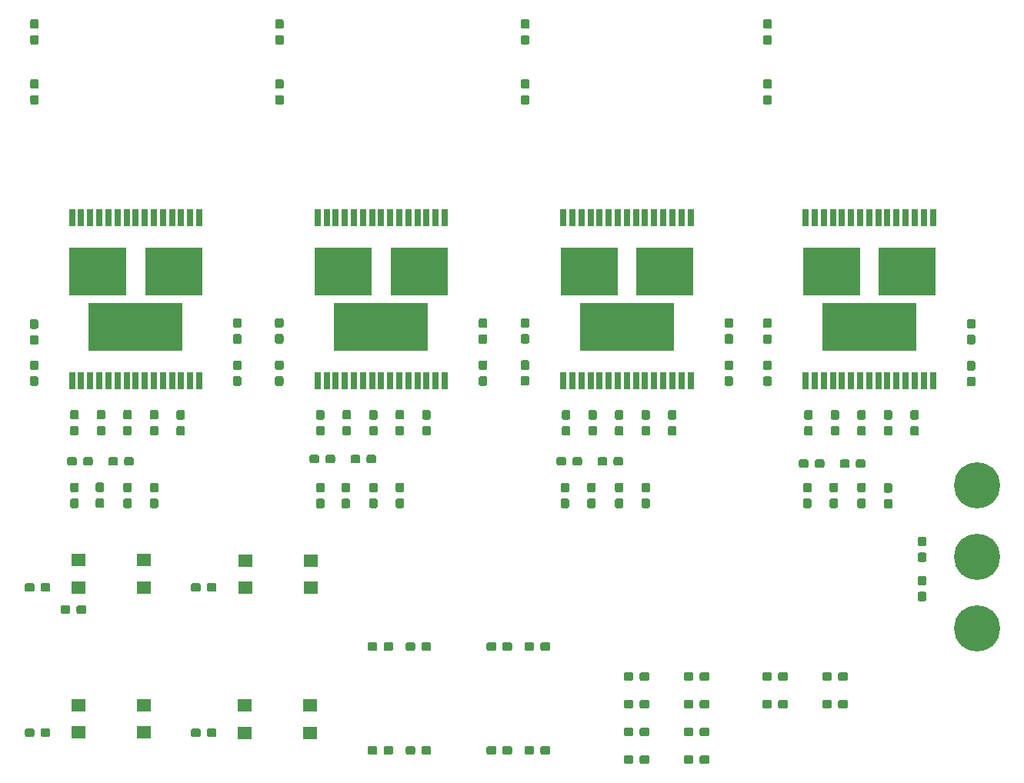
<source format=gbr>
G04 #@! TF.GenerationSoftware,KiCad,Pcbnew,(5.0.0)*
G04 #@! TF.CreationDate,2019-12-13T16:41:55-06:00*
G04 #@! TF.ProjectId,ScienceMotorController_Hardware,536369656E63654D6F746F72436F6E74,rev?*
G04 #@! TF.SameCoordinates,Original*
G04 #@! TF.FileFunction,Paste,Top*
G04 #@! TF.FilePolarity,Positive*
%FSLAX46Y46*%
G04 Gerber Fmt 4.6, Leading zero omitted, Abs format (unit mm)*
G04 Created by KiCad (PCBNEW (5.0.0)) date 12/13/19 16:41:55*
%MOMM*%
%LPD*%
G01*
G04 APERTURE LIST*
%ADD10R,6.223000X5.257800*%
%ADD11R,10.312400X5.257800*%
%ADD12R,0.635000X1.854200*%
%ADD13C,0.100000*%
%ADD14C,0.950000*%
%ADD15C,5.080000*%
%ADD16R,1.600000X1.400000*%
G04 APERTURE END LIST*
D10*
G04 #@! TO.C,U5*
X83501099Y-75946000D03*
D11*
X79335499Y-82042000D03*
D10*
X75169899Y-75946000D03*
D12*
X72335498Y-69989700D03*
X73335498Y-69989700D03*
X74335499Y-69989700D03*
X75335499Y-69989700D03*
X76335500Y-69989700D03*
X77335498Y-69989700D03*
X78335498Y-69989700D03*
X79335499Y-69989700D03*
X80335500Y-69989700D03*
X81335500Y-69989700D03*
X82335498Y-69989700D03*
X83335499Y-69989700D03*
X84335499Y-69989700D03*
X85335500Y-69989700D03*
X86335498Y-69989700D03*
X86335500Y-87998300D03*
X85335500Y-87998300D03*
X84335499Y-87998300D03*
X83335499Y-87998300D03*
X82335498Y-87998300D03*
X81335500Y-87998300D03*
X80335500Y-87998300D03*
X79335499Y-87998300D03*
X78335498Y-87998300D03*
X77335498Y-87998300D03*
X76335500Y-87998300D03*
X75335499Y-87998300D03*
X74335499Y-87998300D03*
X73335498Y-87998300D03*
X72335500Y-87998300D03*
G04 #@! TD*
D13*
G04 #@! TO.C,R43*
G36*
X97705779Y-128177144D02*
X97728834Y-128180563D01*
X97751443Y-128186227D01*
X97773387Y-128194079D01*
X97794457Y-128204044D01*
X97814448Y-128216026D01*
X97833168Y-128229910D01*
X97850438Y-128245562D01*
X97866090Y-128262832D01*
X97879974Y-128281552D01*
X97891956Y-128301543D01*
X97901921Y-128322613D01*
X97909773Y-128344557D01*
X97915437Y-128367166D01*
X97918856Y-128390221D01*
X97920000Y-128413500D01*
X97920000Y-128888500D01*
X97918856Y-128911779D01*
X97915437Y-128934834D01*
X97909773Y-128957443D01*
X97901921Y-128979387D01*
X97891956Y-129000457D01*
X97879974Y-129020448D01*
X97866090Y-129039168D01*
X97850438Y-129056438D01*
X97833168Y-129072090D01*
X97814448Y-129085974D01*
X97794457Y-129097956D01*
X97773387Y-129107921D01*
X97751443Y-129115773D01*
X97728834Y-129121437D01*
X97705779Y-129124856D01*
X97682500Y-129126000D01*
X97107500Y-129126000D01*
X97084221Y-129124856D01*
X97061166Y-129121437D01*
X97038557Y-129115773D01*
X97016613Y-129107921D01*
X96995543Y-129097956D01*
X96975552Y-129085974D01*
X96956832Y-129072090D01*
X96939562Y-129056438D01*
X96923910Y-129039168D01*
X96910026Y-129020448D01*
X96898044Y-129000457D01*
X96888079Y-128979387D01*
X96880227Y-128957443D01*
X96874563Y-128934834D01*
X96871144Y-128911779D01*
X96870000Y-128888500D01*
X96870000Y-128413500D01*
X96871144Y-128390221D01*
X96874563Y-128367166D01*
X96880227Y-128344557D01*
X96888079Y-128322613D01*
X96898044Y-128301543D01*
X96910026Y-128281552D01*
X96923910Y-128262832D01*
X96939562Y-128245562D01*
X96956832Y-128229910D01*
X96975552Y-128216026D01*
X96995543Y-128204044D01*
X97016613Y-128194079D01*
X97038557Y-128186227D01*
X97061166Y-128180563D01*
X97084221Y-128177144D01*
X97107500Y-128176000D01*
X97682500Y-128176000D01*
X97705779Y-128177144D01*
X97705779Y-128177144D01*
G37*
D14*
X97395000Y-128651000D03*
D13*
G36*
X95955779Y-128177144D02*
X95978834Y-128180563D01*
X96001443Y-128186227D01*
X96023387Y-128194079D01*
X96044457Y-128204044D01*
X96064448Y-128216026D01*
X96083168Y-128229910D01*
X96100438Y-128245562D01*
X96116090Y-128262832D01*
X96129974Y-128281552D01*
X96141956Y-128301543D01*
X96151921Y-128322613D01*
X96159773Y-128344557D01*
X96165437Y-128367166D01*
X96168856Y-128390221D01*
X96170000Y-128413500D01*
X96170000Y-128888500D01*
X96168856Y-128911779D01*
X96165437Y-128934834D01*
X96159773Y-128957443D01*
X96151921Y-128979387D01*
X96141956Y-129000457D01*
X96129974Y-129020448D01*
X96116090Y-129039168D01*
X96100438Y-129056438D01*
X96083168Y-129072090D01*
X96064448Y-129085974D01*
X96044457Y-129097956D01*
X96023387Y-129107921D01*
X96001443Y-129115773D01*
X95978834Y-129121437D01*
X95955779Y-129124856D01*
X95932500Y-129126000D01*
X95357500Y-129126000D01*
X95334221Y-129124856D01*
X95311166Y-129121437D01*
X95288557Y-129115773D01*
X95266613Y-129107921D01*
X95245543Y-129097956D01*
X95225552Y-129085974D01*
X95206832Y-129072090D01*
X95189562Y-129056438D01*
X95173910Y-129039168D01*
X95160026Y-129020448D01*
X95148044Y-129000457D01*
X95138079Y-128979387D01*
X95130227Y-128957443D01*
X95124563Y-128934834D01*
X95121144Y-128911779D01*
X95120000Y-128888500D01*
X95120000Y-128413500D01*
X95121144Y-128390221D01*
X95124563Y-128367166D01*
X95130227Y-128344557D01*
X95138079Y-128322613D01*
X95148044Y-128301543D01*
X95160026Y-128281552D01*
X95173910Y-128262832D01*
X95189562Y-128245562D01*
X95206832Y-128229910D01*
X95225552Y-128216026D01*
X95245543Y-128204044D01*
X95266613Y-128194079D01*
X95288557Y-128186227D01*
X95311166Y-128180563D01*
X95334221Y-128177144D01*
X95357500Y-128176000D01*
X95932500Y-128176000D01*
X95955779Y-128177144D01*
X95955779Y-128177144D01*
G37*
D14*
X95645000Y-128651000D03*
G04 #@! TD*
D13*
G04 #@! TO.C,R36*
G36*
X113481779Y-120049144D02*
X113504834Y-120052563D01*
X113527443Y-120058227D01*
X113549387Y-120066079D01*
X113570457Y-120076044D01*
X113590448Y-120088026D01*
X113609168Y-120101910D01*
X113626438Y-120117562D01*
X113642090Y-120134832D01*
X113655974Y-120153552D01*
X113667956Y-120173543D01*
X113677921Y-120194613D01*
X113685773Y-120216557D01*
X113691437Y-120239166D01*
X113694856Y-120262221D01*
X113696000Y-120285500D01*
X113696000Y-120760500D01*
X113694856Y-120783779D01*
X113691437Y-120806834D01*
X113685773Y-120829443D01*
X113677921Y-120851387D01*
X113667956Y-120872457D01*
X113655974Y-120892448D01*
X113642090Y-120911168D01*
X113626438Y-120928438D01*
X113609168Y-120944090D01*
X113590448Y-120957974D01*
X113570457Y-120969956D01*
X113549387Y-120979921D01*
X113527443Y-120987773D01*
X113504834Y-120993437D01*
X113481779Y-120996856D01*
X113458500Y-120998000D01*
X112883500Y-120998000D01*
X112860221Y-120996856D01*
X112837166Y-120993437D01*
X112814557Y-120987773D01*
X112792613Y-120979921D01*
X112771543Y-120969956D01*
X112751552Y-120957974D01*
X112732832Y-120944090D01*
X112715562Y-120928438D01*
X112699910Y-120911168D01*
X112686026Y-120892448D01*
X112674044Y-120872457D01*
X112664079Y-120851387D01*
X112656227Y-120829443D01*
X112650563Y-120806834D01*
X112647144Y-120783779D01*
X112646000Y-120760500D01*
X112646000Y-120285500D01*
X112647144Y-120262221D01*
X112650563Y-120239166D01*
X112656227Y-120216557D01*
X112664079Y-120194613D01*
X112674044Y-120173543D01*
X112686026Y-120153552D01*
X112699910Y-120134832D01*
X112715562Y-120117562D01*
X112732832Y-120101910D01*
X112751552Y-120088026D01*
X112771543Y-120076044D01*
X112792613Y-120066079D01*
X112814557Y-120058227D01*
X112837166Y-120052563D01*
X112860221Y-120049144D01*
X112883500Y-120048000D01*
X113458500Y-120048000D01*
X113481779Y-120049144D01*
X113481779Y-120049144D01*
G37*
D14*
X113171000Y-120523000D03*
D13*
G36*
X115231779Y-120049144D02*
X115254834Y-120052563D01*
X115277443Y-120058227D01*
X115299387Y-120066079D01*
X115320457Y-120076044D01*
X115340448Y-120088026D01*
X115359168Y-120101910D01*
X115376438Y-120117562D01*
X115392090Y-120134832D01*
X115405974Y-120153552D01*
X115417956Y-120173543D01*
X115427921Y-120194613D01*
X115435773Y-120216557D01*
X115441437Y-120239166D01*
X115444856Y-120262221D01*
X115446000Y-120285500D01*
X115446000Y-120760500D01*
X115444856Y-120783779D01*
X115441437Y-120806834D01*
X115435773Y-120829443D01*
X115427921Y-120851387D01*
X115417956Y-120872457D01*
X115405974Y-120892448D01*
X115392090Y-120911168D01*
X115376438Y-120928438D01*
X115359168Y-120944090D01*
X115340448Y-120957974D01*
X115320457Y-120969956D01*
X115299387Y-120979921D01*
X115277443Y-120987773D01*
X115254834Y-120993437D01*
X115231779Y-120996856D01*
X115208500Y-120998000D01*
X114633500Y-120998000D01*
X114610221Y-120996856D01*
X114587166Y-120993437D01*
X114564557Y-120987773D01*
X114542613Y-120979921D01*
X114521543Y-120969956D01*
X114501552Y-120957974D01*
X114482832Y-120944090D01*
X114465562Y-120928438D01*
X114449910Y-120911168D01*
X114436026Y-120892448D01*
X114424044Y-120872457D01*
X114414079Y-120851387D01*
X114406227Y-120829443D01*
X114400563Y-120806834D01*
X114397144Y-120783779D01*
X114396000Y-120760500D01*
X114396000Y-120285500D01*
X114397144Y-120262221D01*
X114400563Y-120239166D01*
X114406227Y-120216557D01*
X114414079Y-120194613D01*
X114424044Y-120173543D01*
X114436026Y-120153552D01*
X114449910Y-120134832D01*
X114465562Y-120117562D01*
X114482832Y-120101910D01*
X114501552Y-120088026D01*
X114521543Y-120076044D01*
X114542613Y-120066079D01*
X114564557Y-120058227D01*
X114587166Y-120052563D01*
X114610221Y-120049144D01*
X114633500Y-120048000D01*
X115208500Y-120048000D01*
X115231779Y-120049144D01*
X115231779Y-120049144D01*
G37*
D14*
X114921000Y-120523000D03*
G04 #@! TD*
D13*
G04 #@! TO.C,R37*
G36*
X113481779Y-123097144D02*
X113504834Y-123100563D01*
X113527443Y-123106227D01*
X113549387Y-123114079D01*
X113570457Y-123124044D01*
X113590448Y-123136026D01*
X113609168Y-123149910D01*
X113626438Y-123165562D01*
X113642090Y-123182832D01*
X113655974Y-123201552D01*
X113667956Y-123221543D01*
X113677921Y-123242613D01*
X113685773Y-123264557D01*
X113691437Y-123287166D01*
X113694856Y-123310221D01*
X113696000Y-123333500D01*
X113696000Y-123808500D01*
X113694856Y-123831779D01*
X113691437Y-123854834D01*
X113685773Y-123877443D01*
X113677921Y-123899387D01*
X113667956Y-123920457D01*
X113655974Y-123940448D01*
X113642090Y-123959168D01*
X113626438Y-123976438D01*
X113609168Y-123992090D01*
X113590448Y-124005974D01*
X113570457Y-124017956D01*
X113549387Y-124027921D01*
X113527443Y-124035773D01*
X113504834Y-124041437D01*
X113481779Y-124044856D01*
X113458500Y-124046000D01*
X112883500Y-124046000D01*
X112860221Y-124044856D01*
X112837166Y-124041437D01*
X112814557Y-124035773D01*
X112792613Y-124027921D01*
X112771543Y-124017956D01*
X112751552Y-124005974D01*
X112732832Y-123992090D01*
X112715562Y-123976438D01*
X112699910Y-123959168D01*
X112686026Y-123940448D01*
X112674044Y-123920457D01*
X112664079Y-123899387D01*
X112656227Y-123877443D01*
X112650563Y-123854834D01*
X112647144Y-123831779D01*
X112646000Y-123808500D01*
X112646000Y-123333500D01*
X112647144Y-123310221D01*
X112650563Y-123287166D01*
X112656227Y-123264557D01*
X112664079Y-123242613D01*
X112674044Y-123221543D01*
X112686026Y-123201552D01*
X112699910Y-123182832D01*
X112715562Y-123165562D01*
X112732832Y-123149910D01*
X112751552Y-123136026D01*
X112771543Y-123124044D01*
X112792613Y-123114079D01*
X112814557Y-123106227D01*
X112837166Y-123100563D01*
X112860221Y-123097144D01*
X112883500Y-123096000D01*
X113458500Y-123096000D01*
X113481779Y-123097144D01*
X113481779Y-123097144D01*
G37*
D14*
X113171000Y-123571000D03*
D13*
G36*
X115231779Y-123097144D02*
X115254834Y-123100563D01*
X115277443Y-123106227D01*
X115299387Y-123114079D01*
X115320457Y-123124044D01*
X115340448Y-123136026D01*
X115359168Y-123149910D01*
X115376438Y-123165562D01*
X115392090Y-123182832D01*
X115405974Y-123201552D01*
X115417956Y-123221543D01*
X115427921Y-123242613D01*
X115435773Y-123264557D01*
X115441437Y-123287166D01*
X115444856Y-123310221D01*
X115446000Y-123333500D01*
X115446000Y-123808500D01*
X115444856Y-123831779D01*
X115441437Y-123854834D01*
X115435773Y-123877443D01*
X115427921Y-123899387D01*
X115417956Y-123920457D01*
X115405974Y-123940448D01*
X115392090Y-123959168D01*
X115376438Y-123976438D01*
X115359168Y-123992090D01*
X115340448Y-124005974D01*
X115320457Y-124017956D01*
X115299387Y-124027921D01*
X115277443Y-124035773D01*
X115254834Y-124041437D01*
X115231779Y-124044856D01*
X115208500Y-124046000D01*
X114633500Y-124046000D01*
X114610221Y-124044856D01*
X114587166Y-124041437D01*
X114564557Y-124035773D01*
X114542613Y-124027921D01*
X114521543Y-124017956D01*
X114501552Y-124005974D01*
X114482832Y-123992090D01*
X114465562Y-123976438D01*
X114449910Y-123959168D01*
X114436026Y-123940448D01*
X114424044Y-123920457D01*
X114414079Y-123899387D01*
X114406227Y-123877443D01*
X114400563Y-123854834D01*
X114397144Y-123831779D01*
X114396000Y-123808500D01*
X114396000Y-123333500D01*
X114397144Y-123310221D01*
X114400563Y-123287166D01*
X114406227Y-123264557D01*
X114414079Y-123242613D01*
X114424044Y-123221543D01*
X114436026Y-123201552D01*
X114449910Y-123182832D01*
X114465562Y-123165562D01*
X114482832Y-123149910D01*
X114501552Y-123136026D01*
X114521543Y-123124044D01*
X114542613Y-123114079D01*
X114564557Y-123106227D01*
X114587166Y-123100563D01*
X114610221Y-123097144D01*
X114633500Y-123096000D01*
X115208500Y-123096000D01*
X115231779Y-123097144D01*
X115231779Y-123097144D01*
G37*
D14*
X114921000Y-123571000D03*
G04 #@! TD*
D13*
G04 #@! TO.C,R38*
G36*
X115231779Y-126145144D02*
X115254834Y-126148563D01*
X115277443Y-126154227D01*
X115299387Y-126162079D01*
X115320457Y-126172044D01*
X115340448Y-126184026D01*
X115359168Y-126197910D01*
X115376438Y-126213562D01*
X115392090Y-126230832D01*
X115405974Y-126249552D01*
X115417956Y-126269543D01*
X115427921Y-126290613D01*
X115435773Y-126312557D01*
X115441437Y-126335166D01*
X115444856Y-126358221D01*
X115446000Y-126381500D01*
X115446000Y-126856500D01*
X115444856Y-126879779D01*
X115441437Y-126902834D01*
X115435773Y-126925443D01*
X115427921Y-126947387D01*
X115417956Y-126968457D01*
X115405974Y-126988448D01*
X115392090Y-127007168D01*
X115376438Y-127024438D01*
X115359168Y-127040090D01*
X115340448Y-127053974D01*
X115320457Y-127065956D01*
X115299387Y-127075921D01*
X115277443Y-127083773D01*
X115254834Y-127089437D01*
X115231779Y-127092856D01*
X115208500Y-127094000D01*
X114633500Y-127094000D01*
X114610221Y-127092856D01*
X114587166Y-127089437D01*
X114564557Y-127083773D01*
X114542613Y-127075921D01*
X114521543Y-127065956D01*
X114501552Y-127053974D01*
X114482832Y-127040090D01*
X114465562Y-127024438D01*
X114449910Y-127007168D01*
X114436026Y-126988448D01*
X114424044Y-126968457D01*
X114414079Y-126947387D01*
X114406227Y-126925443D01*
X114400563Y-126902834D01*
X114397144Y-126879779D01*
X114396000Y-126856500D01*
X114396000Y-126381500D01*
X114397144Y-126358221D01*
X114400563Y-126335166D01*
X114406227Y-126312557D01*
X114414079Y-126290613D01*
X114424044Y-126269543D01*
X114436026Y-126249552D01*
X114449910Y-126230832D01*
X114465562Y-126213562D01*
X114482832Y-126197910D01*
X114501552Y-126184026D01*
X114521543Y-126172044D01*
X114542613Y-126162079D01*
X114564557Y-126154227D01*
X114587166Y-126148563D01*
X114610221Y-126145144D01*
X114633500Y-126144000D01*
X115208500Y-126144000D01*
X115231779Y-126145144D01*
X115231779Y-126145144D01*
G37*
D14*
X114921000Y-126619000D03*
D13*
G36*
X113481779Y-126145144D02*
X113504834Y-126148563D01*
X113527443Y-126154227D01*
X113549387Y-126162079D01*
X113570457Y-126172044D01*
X113590448Y-126184026D01*
X113609168Y-126197910D01*
X113626438Y-126213562D01*
X113642090Y-126230832D01*
X113655974Y-126249552D01*
X113667956Y-126269543D01*
X113677921Y-126290613D01*
X113685773Y-126312557D01*
X113691437Y-126335166D01*
X113694856Y-126358221D01*
X113696000Y-126381500D01*
X113696000Y-126856500D01*
X113694856Y-126879779D01*
X113691437Y-126902834D01*
X113685773Y-126925443D01*
X113677921Y-126947387D01*
X113667956Y-126968457D01*
X113655974Y-126988448D01*
X113642090Y-127007168D01*
X113626438Y-127024438D01*
X113609168Y-127040090D01*
X113590448Y-127053974D01*
X113570457Y-127065956D01*
X113549387Y-127075921D01*
X113527443Y-127083773D01*
X113504834Y-127089437D01*
X113481779Y-127092856D01*
X113458500Y-127094000D01*
X112883500Y-127094000D01*
X112860221Y-127092856D01*
X112837166Y-127089437D01*
X112814557Y-127083773D01*
X112792613Y-127075921D01*
X112771543Y-127065956D01*
X112751552Y-127053974D01*
X112732832Y-127040090D01*
X112715562Y-127024438D01*
X112699910Y-127007168D01*
X112686026Y-126988448D01*
X112674044Y-126968457D01*
X112664079Y-126947387D01*
X112656227Y-126925443D01*
X112650563Y-126902834D01*
X112647144Y-126879779D01*
X112646000Y-126856500D01*
X112646000Y-126381500D01*
X112647144Y-126358221D01*
X112650563Y-126335166D01*
X112656227Y-126312557D01*
X112664079Y-126290613D01*
X112674044Y-126269543D01*
X112686026Y-126249552D01*
X112699910Y-126230832D01*
X112715562Y-126213562D01*
X112732832Y-126197910D01*
X112751552Y-126184026D01*
X112771543Y-126172044D01*
X112792613Y-126162079D01*
X112814557Y-126154227D01*
X112837166Y-126148563D01*
X112860221Y-126145144D01*
X112883500Y-126144000D01*
X113458500Y-126144000D01*
X113481779Y-126145144D01*
X113481779Y-126145144D01*
G37*
D14*
X113171000Y-126619000D03*
G04 #@! TD*
D13*
G04 #@! TO.C,R39*
G36*
X113481779Y-129193144D02*
X113504834Y-129196563D01*
X113527443Y-129202227D01*
X113549387Y-129210079D01*
X113570457Y-129220044D01*
X113590448Y-129232026D01*
X113609168Y-129245910D01*
X113626438Y-129261562D01*
X113642090Y-129278832D01*
X113655974Y-129297552D01*
X113667956Y-129317543D01*
X113677921Y-129338613D01*
X113685773Y-129360557D01*
X113691437Y-129383166D01*
X113694856Y-129406221D01*
X113696000Y-129429500D01*
X113696000Y-129904500D01*
X113694856Y-129927779D01*
X113691437Y-129950834D01*
X113685773Y-129973443D01*
X113677921Y-129995387D01*
X113667956Y-130016457D01*
X113655974Y-130036448D01*
X113642090Y-130055168D01*
X113626438Y-130072438D01*
X113609168Y-130088090D01*
X113590448Y-130101974D01*
X113570457Y-130113956D01*
X113549387Y-130123921D01*
X113527443Y-130131773D01*
X113504834Y-130137437D01*
X113481779Y-130140856D01*
X113458500Y-130142000D01*
X112883500Y-130142000D01*
X112860221Y-130140856D01*
X112837166Y-130137437D01*
X112814557Y-130131773D01*
X112792613Y-130123921D01*
X112771543Y-130113956D01*
X112751552Y-130101974D01*
X112732832Y-130088090D01*
X112715562Y-130072438D01*
X112699910Y-130055168D01*
X112686026Y-130036448D01*
X112674044Y-130016457D01*
X112664079Y-129995387D01*
X112656227Y-129973443D01*
X112650563Y-129950834D01*
X112647144Y-129927779D01*
X112646000Y-129904500D01*
X112646000Y-129429500D01*
X112647144Y-129406221D01*
X112650563Y-129383166D01*
X112656227Y-129360557D01*
X112664079Y-129338613D01*
X112674044Y-129317543D01*
X112686026Y-129297552D01*
X112699910Y-129278832D01*
X112715562Y-129261562D01*
X112732832Y-129245910D01*
X112751552Y-129232026D01*
X112771543Y-129220044D01*
X112792613Y-129210079D01*
X112814557Y-129202227D01*
X112837166Y-129196563D01*
X112860221Y-129193144D01*
X112883500Y-129192000D01*
X113458500Y-129192000D01*
X113481779Y-129193144D01*
X113481779Y-129193144D01*
G37*
D14*
X113171000Y-129667000D03*
D13*
G36*
X115231779Y-129193144D02*
X115254834Y-129196563D01*
X115277443Y-129202227D01*
X115299387Y-129210079D01*
X115320457Y-129220044D01*
X115340448Y-129232026D01*
X115359168Y-129245910D01*
X115376438Y-129261562D01*
X115392090Y-129278832D01*
X115405974Y-129297552D01*
X115417956Y-129317543D01*
X115427921Y-129338613D01*
X115435773Y-129360557D01*
X115441437Y-129383166D01*
X115444856Y-129406221D01*
X115446000Y-129429500D01*
X115446000Y-129904500D01*
X115444856Y-129927779D01*
X115441437Y-129950834D01*
X115435773Y-129973443D01*
X115427921Y-129995387D01*
X115417956Y-130016457D01*
X115405974Y-130036448D01*
X115392090Y-130055168D01*
X115376438Y-130072438D01*
X115359168Y-130088090D01*
X115340448Y-130101974D01*
X115320457Y-130113956D01*
X115299387Y-130123921D01*
X115277443Y-130131773D01*
X115254834Y-130137437D01*
X115231779Y-130140856D01*
X115208500Y-130142000D01*
X114633500Y-130142000D01*
X114610221Y-130140856D01*
X114587166Y-130137437D01*
X114564557Y-130131773D01*
X114542613Y-130123921D01*
X114521543Y-130113956D01*
X114501552Y-130101974D01*
X114482832Y-130088090D01*
X114465562Y-130072438D01*
X114449910Y-130055168D01*
X114436026Y-130036448D01*
X114424044Y-130016457D01*
X114414079Y-129995387D01*
X114406227Y-129973443D01*
X114400563Y-129950834D01*
X114397144Y-129927779D01*
X114396000Y-129904500D01*
X114396000Y-129429500D01*
X114397144Y-129406221D01*
X114400563Y-129383166D01*
X114406227Y-129360557D01*
X114414079Y-129338613D01*
X114424044Y-129317543D01*
X114436026Y-129297552D01*
X114449910Y-129278832D01*
X114465562Y-129261562D01*
X114482832Y-129245910D01*
X114501552Y-129232026D01*
X114521543Y-129220044D01*
X114542613Y-129210079D01*
X114564557Y-129202227D01*
X114587166Y-129196563D01*
X114610221Y-129193144D01*
X114633500Y-129192000D01*
X115208500Y-129192000D01*
X115231779Y-129193144D01*
X115231779Y-129193144D01*
G37*
D14*
X114921000Y-129667000D03*
G04 #@! TD*
D13*
G04 #@! TO.C,C8*
G36*
X129419779Y-99185144D02*
X129442834Y-99188563D01*
X129465443Y-99194227D01*
X129487387Y-99202079D01*
X129508457Y-99212044D01*
X129528448Y-99224026D01*
X129547168Y-99237910D01*
X129564438Y-99253562D01*
X129580090Y-99270832D01*
X129593974Y-99289552D01*
X129605956Y-99309543D01*
X129615921Y-99330613D01*
X129623773Y-99352557D01*
X129629437Y-99375166D01*
X129632856Y-99398221D01*
X129634000Y-99421500D01*
X129634000Y-99996500D01*
X129632856Y-100019779D01*
X129629437Y-100042834D01*
X129623773Y-100065443D01*
X129615921Y-100087387D01*
X129605956Y-100108457D01*
X129593974Y-100128448D01*
X129580090Y-100147168D01*
X129564438Y-100164438D01*
X129547168Y-100180090D01*
X129528448Y-100193974D01*
X129508457Y-100205956D01*
X129487387Y-100215921D01*
X129465443Y-100223773D01*
X129442834Y-100229437D01*
X129419779Y-100232856D01*
X129396500Y-100234000D01*
X128921500Y-100234000D01*
X128898221Y-100232856D01*
X128875166Y-100229437D01*
X128852557Y-100223773D01*
X128830613Y-100215921D01*
X128809543Y-100205956D01*
X128789552Y-100193974D01*
X128770832Y-100180090D01*
X128753562Y-100164438D01*
X128737910Y-100147168D01*
X128724026Y-100128448D01*
X128712044Y-100108457D01*
X128702079Y-100087387D01*
X128694227Y-100065443D01*
X128688563Y-100042834D01*
X128685144Y-100019779D01*
X128684000Y-99996500D01*
X128684000Y-99421500D01*
X128685144Y-99398221D01*
X128688563Y-99375166D01*
X128694227Y-99352557D01*
X128702079Y-99330613D01*
X128712044Y-99309543D01*
X128724026Y-99289552D01*
X128737910Y-99270832D01*
X128753562Y-99253562D01*
X128770832Y-99237910D01*
X128789552Y-99224026D01*
X128809543Y-99212044D01*
X128830613Y-99202079D01*
X128852557Y-99194227D01*
X128875166Y-99188563D01*
X128898221Y-99185144D01*
X128921500Y-99184000D01*
X129396500Y-99184000D01*
X129419779Y-99185144D01*
X129419779Y-99185144D01*
G37*
D14*
X129159000Y-99709000D03*
D13*
G36*
X129419779Y-100935144D02*
X129442834Y-100938563D01*
X129465443Y-100944227D01*
X129487387Y-100952079D01*
X129508457Y-100962044D01*
X129528448Y-100974026D01*
X129547168Y-100987910D01*
X129564438Y-101003562D01*
X129580090Y-101020832D01*
X129593974Y-101039552D01*
X129605956Y-101059543D01*
X129615921Y-101080613D01*
X129623773Y-101102557D01*
X129629437Y-101125166D01*
X129632856Y-101148221D01*
X129634000Y-101171500D01*
X129634000Y-101746500D01*
X129632856Y-101769779D01*
X129629437Y-101792834D01*
X129623773Y-101815443D01*
X129615921Y-101837387D01*
X129605956Y-101858457D01*
X129593974Y-101878448D01*
X129580090Y-101897168D01*
X129564438Y-101914438D01*
X129547168Y-101930090D01*
X129528448Y-101943974D01*
X129508457Y-101955956D01*
X129487387Y-101965921D01*
X129465443Y-101973773D01*
X129442834Y-101979437D01*
X129419779Y-101982856D01*
X129396500Y-101984000D01*
X128921500Y-101984000D01*
X128898221Y-101982856D01*
X128875166Y-101979437D01*
X128852557Y-101973773D01*
X128830613Y-101965921D01*
X128809543Y-101955956D01*
X128789552Y-101943974D01*
X128770832Y-101930090D01*
X128753562Y-101914438D01*
X128737910Y-101897168D01*
X128724026Y-101878448D01*
X128712044Y-101858457D01*
X128702079Y-101837387D01*
X128694227Y-101815443D01*
X128688563Y-101792834D01*
X128685144Y-101769779D01*
X128684000Y-101746500D01*
X128684000Y-101171500D01*
X128685144Y-101148221D01*
X128688563Y-101125166D01*
X128694227Y-101102557D01*
X128702079Y-101080613D01*
X128712044Y-101059543D01*
X128724026Y-101039552D01*
X128737910Y-101020832D01*
X128753562Y-101003562D01*
X128770832Y-100987910D01*
X128789552Y-100974026D01*
X128809543Y-100962044D01*
X128830613Y-100952079D01*
X128852557Y-100944227D01*
X128875166Y-100938563D01*
X128898221Y-100935144D01*
X128921500Y-100934000D01*
X129396500Y-100934000D01*
X129419779Y-100935144D01*
X129419779Y-100935144D01*
G37*
D14*
X129159000Y-101459000D03*
G04 #@! TD*
D13*
G04 #@! TO.C,C1*
G36*
X139117798Y-106860228D02*
X139140853Y-106863647D01*
X139163462Y-106869311D01*
X139185406Y-106877163D01*
X139206476Y-106887128D01*
X139226467Y-106899110D01*
X139245187Y-106912994D01*
X139262457Y-106928646D01*
X139278109Y-106945916D01*
X139291993Y-106964636D01*
X139303975Y-106984627D01*
X139313940Y-107005697D01*
X139321792Y-107027641D01*
X139327456Y-107050250D01*
X139330875Y-107073305D01*
X139332019Y-107096584D01*
X139332019Y-107671584D01*
X139330875Y-107694863D01*
X139327456Y-107717918D01*
X139321792Y-107740527D01*
X139313940Y-107762471D01*
X139303975Y-107783541D01*
X139291993Y-107803532D01*
X139278109Y-107822252D01*
X139262457Y-107839522D01*
X139245187Y-107855174D01*
X139226467Y-107869058D01*
X139206476Y-107881040D01*
X139185406Y-107891005D01*
X139163462Y-107898857D01*
X139140853Y-107904521D01*
X139117798Y-107907940D01*
X139094519Y-107909084D01*
X138619519Y-107909084D01*
X138596240Y-107907940D01*
X138573185Y-107904521D01*
X138550576Y-107898857D01*
X138528632Y-107891005D01*
X138507562Y-107881040D01*
X138487571Y-107869058D01*
X138468851Y-107855174D01*
X138451581Y-107839522D01*
X138435929Y-107822252D01*
X138422045Y-107803532D01*
X138410063Y-107783541D01*
X138400098Y-107762471D01*
X138392246Y-107740527D01*
X138386582Y-107717918D01*
X138383163Y-107694863D01*
X138382019Y-107671584D01*
X138382019Y-107096584D01*
X138383163Y-107073305D01*
X138386582Y-107050250D01*
X138392246Y-107027641D01*
X138400098Y-107005697D01*
X138410063Y-106984627D01*
X138422045Y-106964636D01*
X138435929Y-106945916D01*
X138451581Y-106928646D01*
X138468851Y-106912994D01*
X138487571Y-106899110D01*
X138507562Y-106887128D01*
X138528632Y-106877163D01*
X138550576Y-106869311D01*
X138573185Y-106863647D01*
X138596240Y-106860228D01*
X138619519Y-106859084D01*
X139094519Y-106859084D01*
X139117798Y-106860228D01*
X139117798Y-106860228D01*
G37*
D14*
X138857019Y-107384084D03*
D13*
G36*
X139117798Y-105110228D02*
X139140853Y-105113647D01*
X139163462Y-105119311D01*
X139185406Y-105127163D01*
X139206476Y-105137128D01*
X139226467Y-105149110D01*
X139245187Y-105162994D01*
X139262457Y-105178646D01*
X139278109Y-105195916D01*
X139291993Y-105214636D01*
X139303975Y-105234627D01*
X139313940Y-105255697D01*
X139321792Y-105277641D01*
X139327456Y-105300250D01*
X139330875Y-105323305D01*
X139332019Y-105346584D01*
X139332019Y-105921584D01*
X139330875Y-105944863D01*
X139327456Y-105967918D01*
X139321792Y-105990527D01*
X139313940Y-106012471D01*
X139303975Y-106033541D01*
X139291993Y-106053532D01*
X139278109Y-106072252D01*
X139262457Y-106089522D01*
X139245187Y-106105174D01*
X139226467Y-106119058D01*
X139206476Y-106131040D01*
X139185406Y-106141005D01*
X139163462Y-106148857D01*
X139140853Y-106154521D01*
X139117798Y-106157940D01*
X139094519Y-106159084D01*
X138619519Y-106159084D01*
X138596240Y-106157940D01*
X138573185Y-106154521D01*
X138550576Y-106148857D01*
X138528632Y-106141005D01*
X138507562Y-106131040D01*
X138487571Y-106119058D01*
X138468851Y-106105174D01*
X138451581Y-106089522D01*
X138435929Y-106072252D01*
X138422045Y-106053532D01*
X138410063Y-106033541D01*
X138400098Y-106012471D01*
X138392246Y-105990527D01*
X138386582Y-105967918D01*
X138383163Y-105944863D01*
X138382019Y-105921584D01*
X138382019Y-105346584D01*
X138383163Y-105323305D01*
X138386582Y-105300250D01*
X138392246Y-105277641D01*
X138400098Y-105255697D01*
X138410063Y-105234627D01*
X138422045Y-105214636D01*
X138435929Y-105195916D01*
X138451581Y-105178646D01*
X138468851Y-105162994D01*
X138487571Y-105149110D01*
X138507562Y-105137128D01*
X138528632Y-105127163D01*
X138550576Y-105119311D01*
X138573185Y-105113647D01*
X138596240Y-105110228D01*
X138619519Y-105109084D01*
X139094519Y-105109084D01*
X139117798Y-105110228D01*
X139117798Y-105110228D01*
G37*
D14*
X138857019Y-105634084D03*
G04 #@! TD*
D13*
G04 #@! TO.C,C2*
G36*
X139117798Y-111178228D02*
X139140853Y-111181647D01*
X139163462Y-111187311D01*
X139185406Y-111195163D01*
X139206476Y-111205128D01*
X139226467Y-111217110D01*
X139245187Y-111230994D01*
X139262457Y-111246646D01*
X139278109Y-111263916D01*
X139291993Y-111282636D01*
X139303975Y-111302627D01*
X139313940Y-111323697D01*
X139321792Y-111345641D01*
X139327456Y-111368250D01*
X139330875Y-111391305D01*
X139332019Y-111414584D01*
X139332019Y-111989584D01*
X139330875Y-112012863D01*
X139327456Y-112035918D01*
X139321792Y-112058527D01*
X139313940Y-112080471D01*
X139303975Y-112101541D01*
X139291993Y-112121532D01*
X139278109Y-112140252D01*
X139262457Y-112157522D01*
X139245187Y-112173174D01*
X139226467Y-112187058D01*
X139206476Y-112199040D01*
X139185406Y-112209005D01*
X139163462Y-112216857D01*
X139140853Y-112222521D01*
X139117798Y-112225940D01*
X139094519Y-112227084D01*
X138619519Y-112227084D01*
X138596240Y-112225940D01*
X138573185Y-112222521D01*
X138550576Y-112216857D01*
X138528632Y-112209005D01*
X138507562Y-112199040D01*
X138487571Y-112187058D01*
X138468851Y-112173174D01*
X138451581Y-112157522D01*
X138435929Y-112140252D01*
X138422045Y-112121532D01*
X138410063Y-112101541D01*
X138400098Y-112080471D01*
X138392246Y-112058527D01*
X138386582Y-112035918D01*
X138383163Y-112012863D01*
X138382019Y-111989584D01*
X138382019Y-111414584D01*
X138383163Y-111391305D01*
X138386582Y-111368250D01*
X138392246Y-111345641D01*
X138400098Y-111323697D01*
X138410063Y-111302627D01*
X138422045Y-111282636D01*
X138435929Y-111263916D01*
X138451581Y-111246646D01*
X138468851Y-111230994D01*
X138487571Y-111217110D01*
X138507562Y-111205128D01*
X138528632Y-111195163D01*
X138550576Y-111187311D01*
X138573185Y-111181647D01*
X138596240Y-111178228D01*
X138619519Y-111177084D01*
X139094519Y-111177084D01*
X139117798Y-111178228D01*
X139117798Y-111178228D01*
G37*
D14*
X138857019Y-111702084D03*
D13*
G36*
X139117798Y-109428228D02*
X139140853Y-109431647D01*
X139163462Y-109437311D01*
X139185406Y-109445163D01*
X139206476Y-109455128D01*
X139226467Y-109467110D01*
X139245187Y-109480994D01*
X139262457Y-109496646D01*
X139278109Y-109513916D01*
X139291993Y-109532636D01*
X139303975Y-109552627D01*
X139313940Y-109573697D01*
X139321792Y-109595641D01*
X139327456Y-109618250D01*
X139330875Y-109641305D01*
X139332019Y-109664584D01*
X139332019Y-110239584D01*
X139330875Y-110262863D01*
X139327456Y-110285918D01*
X139321792Y-110308527D01*
X139313940Y-110330471D01*
X139303975Y-110351541D01*
X139291993Y-110371532D01*
X139278109Y-110390252D01*
X139262457Y-110407522D01*
X139245187Y-110423174D01*
X139226467Y-110437058D01*
X139206476Y-110449040D01*
X139185406Y-110459005D01*
X139163462Y-110466857D01*
X139140853Y-110472521D01*
X139117798Y-110475940D01*
X139094519Y-110477084D01*
X138619519Y-110477084D01*
X138596240Y-110475940D01*
X138573185Y-110472521D01*
X138550576Y-110466857D01*
X138528632Y-110459005D01*
X138507562Y-110449040D01*
X138487571Y-110437058D01*
X138468851Y-110423174D01*
X138451581Y-110407522D01*
X138435929Y-110390252D01*
X138422045Y-110371532D01*
X138410063Y-110351541D01*
X138400098Y-110330471D01*
X138392246Y-110308527D01*
X138386582Y-110285918D01*
X138383163Y-110262863D01*
X138382019Y-110239584D01*
X138382019Y-109664584D01*
X138383163Y-109641305D01*
X138386582Y-109618250D01*
X138392246Y-109595641D01*
X138400098Y-109573697D01*
X138410063Y-109552627D01*
X138422045Y-109532636D01*
X138435929Y-109513916D01*
X138451581Y-109496646D01*
X138468851Y-109480994D01*
X138487571Y-109467110D01*
X138507562Y-109455128D01*
X138528632Y-109445163D01*
X138550576Y-109437311D01*
X138573185Y-109431647D01*
X138596240Y-109428228D01*
X138619519Y-109427084D01*
X139094519Y-109427084D01*
X139117798Y-109428228D01*
X139117798Y-109428228D01*
G37*
D14*
X138857019Y-109952084D03*
G04 #@! TD*
D13*
G04 #@! TO.C,C5*
G36*
X48647779Y-99171144D02*
X48670834Y-99174563D01*
X48693443Y-99180227D01*
X48715387Y-99188079D01*
X48736457Y-99198044D01*
X48756448Y-99210026D01*
X48775168Y-99223910D01*
X48792438Y-99239562D01*
X48808090Y-99256832D01*
X48821974Y-99275552D01*
X48833956Y-99295543D01*
X48843921Y-99316613D01*
X48851773Y-99338557D01*
X48857437Y-99361166D01*
X48860856Y-99384221D01*
X48862000Y-99407500D01*
X48862000Y-99982500D01*
X48860856Y-100005779D01*
X48857437Y-100028834D01*
X48851773Y-100051443D01*
X48843921Y-100073387D01*
X48833956Y-100094457D01*
X48821974Y-100114448D01*
X48808090Y-100133168D01*
X48792438Y-100150438D01*
X48775168Y-100166090D01*
X48756448Y-100179974D01*
X48736457Y-100191956D01*
X48715387Y-100201921D01*
X48693443Y-100209773D01*
X48670834Y-100215437D01*
X48647779Y-100218856D01*
X48624500Y-100220000D01*
X48149500Y-100220000D01*
X48126221Y-100218856D01*
X48103166Y-100215437D01*
X48080557Y-100209773D01*
X48058613Y-100201921D01*
X48037543Y-100191956D01*
X48017552Y-100179974D01*
X47998832Y-100166090D01*
X47981562Y-100150438D01*
X47965910Y-100133168D01*
X47952026Y-100114448D01*
X47940044Y-100094457D01*
X47930079Y-100073387D01*
X47922227Y-100051443D01*
X47916563Y-100028834D01*
X47913144Y-100005779D01*
X47912000Y-99982500D01*
X47912000Y-99407500D01*
X47913144Y-99384221D01*
X47916563Y-99361166D01*
X47922227Y-99338557D01*
X47930079Y-99316613D01*
X47940044Y-99295543D01*
X47952026Y-99275552D01*
X47965910Y-99256832D01*
X47981562Y-99239562D01*
X47998832Y-99223910D01*
X48017552Y-99210026D01*
X48037543Y-99198044D01*
X48058613Y-99188079D01*
X48080557Y-99180227D01*
X48103166Y-99174563D01*
X48126221Y-99171144D01*
X48149500Y-99170000D01*
X48624500Y-99170000D01*
X48647779Y-99171144D01*
X48647779Y-99171144D01*
G37*
D14*
X48387000Y-99695000D03*
D13*
G36*
X48647779Y-100921144D02*
X48670834Y-100924563D01*
X48693443Y-100930227D01*
X48715387Y-100938079D01*
X48736457Y-100948044D01*
X48756448Y-100960026D01*
X48775168Y-100973910D01*
X48792438Y-100989562D01*
X48808090Y-101006832D01*
X48821974Y-101025552D01*
X48833956Y-101045543D01*
X48843921Y-101066613D01*
X48851773Y-101088557D01*
X48857437Y-101111166D01*
X48860856Y-101134221D01*
X48862000Y-101157500D01*
X48862000Y-101732500D01*
X48860856Y-101755779D01*
X48857437Y-101778834D01*
X48851773Y-101801443D01*
X48843921Y-101823387D01*
X48833956Y-101844457D01*
X48821974Y-101864448D01*
X48808090Y-101883168D01*
X48792438Y-101900438D01*
X48775168Y-101916090D01*
X48756448Y-101929974D01*
X48736457Y-101941956D01*
X48715387Y-101951921D01*
X48693443Y-101959773D01*
X48670834Y-101965437D01*
X48647779Y-101968856D01*
X48624500Y-101970000D01*
X48149500Y-101970000D01*
X48126221Y-101968856D01*
X48103166Y-101965437D01*
X48080557Y-101959773D01*
X48058613Y-101951921D01*
X48037543Y-101941956D01*
X48017552Y-101929974D01*
X47998832Y-101916090D01*
X47981562Y-101900438D01*
X47965910Y-101883168D01*
X47952026Y-101864448D01*
X47940044Y-101844457D01*
X47930079Y-101823387D01*
X47922227Y-101801443D01*
X47916563Y-101778834D01*
X47913144Y-101755779D01*
X47912000Y-101732500D01*
X47912000Y-101157500D01*
X47913144Y-101134221D01*
X47916563Y-101111166D01*
X47922227Y-101088557D01*
X47930079Y-101066613D01*
X47940044Y-101045543D01*
X47952026Y-101025552D01*
X47965910Y-101006832D01*
X47981562Y-100989562D01*
X47998832Y-100973910D01*
X48017552Y-100960026D01*
X48037543Y-100948044D01*
X48058613Y-100938079D01*
X48080557Y-100930227D01*
X48103166Y-100924563D01*
X48126221Y-100921144D01*
X48149500Y-100920000D01*
X48624500Y-100920000D01*
X48647779Y-100921144D01*
X48647779Y-100921144D01*
G37*
D14*
X48387000Y-101445000D03*
G04 #@! TD*
D13*
G04 #@! TO.C,C6*
G36*
X75698779Y-100949144D02*
X75721834Y-100952563D01*
X75744443Y-100958227D01*
X75766387Y-100966079D01*
X75787457Y-100976044D01*
X75807448Y-100988026D01*
X75826168Y-101001910D01*
X75843438Y-101017562D01*
X75859090Y-101034832D01*
X75872974Y-101053552D01*
X75884956Y-101073543D01*
X75894921Y-101094613D01*
X75902773Y-101116557D01*
X75908437Y-101139166D01*
X75911856Y-101162221D01*
X75913000Y-101185500D01*
X75913000Y-101760500D01*
X75911856Y-101783779D01*
X75908437Y-101806834D01*
X75902773Y-101829443D01*
X75894921Y-101851387D01*
X75884956Y-101872457D01*
X75872974Y-101892448D01*
X75859090Y-101911168D01*
X75843438Y-101928438D01*
X75826168Y-101944090D01*
X75807448Y-101957974D01*
X75787457Y-101969956D01*
X75766387Y-101979921D01*
X75744443Y-101987773D01*
X75721834Y-101993437D01*
X75698779Y-101996856D01*
X75675500Y-101998000D01*
X75200500Y-101998000D01*
X75177221Y-101996856D01*
X75154166Y-101993437D01*
X75131557Y-101987773D01*
X75109613Y-101979921D01*
X75088543Y-101969956D01*
X75068552Y-101957974D01*
X75049832Y-101944090D01*
X75032562Y-101928438D01*
X75016910Y-101911168D01*
X75003026Y-101892448D01*
X74991044Y-101872457D01*
X74981079Y-101851387D01*
X74973227Y-101829443D01*
X74967563Y-101806834D01*
X74964144Y-101783779D01*
X74963000Y-101760500D01*
X74963000Y-101185500D01*
X74964144Y-101162221D01*
X74967563Y-101139166D01*
X74973227Y-101116557D01*
X74981079Y-101094613D01*
X74991044Y-101073543D01*
X75003026Y-101053552D01*
X75016910Y-101034832D01*
X75032562Y-101017562D01*
X75049832Y-101001910D01*
X75068552Y-100988026D01*
X75088543Y-100976044D01*
X75109613Y-100966079D01*
X75131557Y-100958227D01*
X75154166Y-100952563D01*
X75177221Y-100949144D01*
X75200500Y-100948000D01*
X75675500Y-100948000D01*
X75698779Y-100949144D01*
X75698779Y-100949144D01*
G37*
D14*
X75438000Y-101473000D03*
D13*
G36*
X75698779Y-99199144D02*
X75721834Y-99202563D01*
X75744443Y-99208227D01*
X75766387Y-99216079D01*
X75787457Y-99226044D01*
X75807448Y-99238026D01*
X75826168Y-99251910D01*
X75843438Y-99267562D01*
X75859090Y-99284832D01*
X75872974Y-99303552D01*
X75884956Y-99323543D01*
X75894921Y-99344613D01*
X75902773Y-99366557D01*
X75908437Y-99389166D01*
X75911856Y-99412221D01*
X75913000Y-99435500D01*
X75913000Y-100010500D01*
X75911856Y-100033779D01*
X75908437Y-100056834D01*
X75902773Y-100079443D01*
X75894921Y-100101387D01*
X75884956Y-100122457D01*
X75872974Y-100142448D01*
X75859090Y-100161168D01*
X75843438Y-100178438D01*
X75826168Y-100194090D01*
X75807448Y-100207974D01*
X75787457Y-100219956D01*
X75766387Y-100229921D01*
X75744443Y-100237773D01*
X75721834Y-100243437D01*
X75698779Y-100246856D01*
X75675500Y-100248000D01*
X75200500Y-100248000D01*
X75177221Y-100246856D01*
X75154166Y-100243437D01*
X75131557Y-100237773D01*
X75109613Y-100229921D01*
X75088543Y-100219956D01*
X75068552Y-100207974D01*
X75049832Y-100194090D01*
X75032562Y-100178438D01*
X75016910Y-100161168D01*
X75003026Y-100142448D01*
X74991044Y-100122457D01*
X74981079Y-100101387D01*
X74973227Y-100079443D01*
X74967563Y-100056834D01*
X74964144Y-100033779D01*
X74963000Y-100010500D01*
X74963000Y-99435500D01*
X74964144Y-99412221D01*
X74967563Y-99389166D01*
X74973227Y-99366557D01*
X74981079Y-99344613D01*
X74991044Y-99323543D01*
X75003026Y-99303552D01*
X75016910Y-99284832D01*
X75032562Y-99267562D01*
X75049832Y-99251910D01*
X75068552Y-99238026D01*
X75088543Y-99226044D01*
X75109613Y-99216079D01*
X75131557Y-99208227D01*
X75154166Y-99202563D01*
X75177221Y-99199144D01*
X75200500Y-99198000D01*
X75675500Y-99198000D01*
X75698779Y-99199144D01*
X75698779Y-99199144D01*
G37*
D14*
X75438000Y-99723000D03*
G04 #@! TD*
D13*
G04 #@! TO.C,C7*
G36*
X102749779Y-100935144D02*
X102772834Y-100938563D01*
X102795443Y-100944227D01*
X102817387Y-100952079D01*
X102838457Y-100962044D01*
X102858448Y-100974026D01*
X102877168Y-100987910D01*
X102894438Y-101003562D01*
X102910090Y-101020832D01*
X102923974Y-101039552D01*
X102935956Y-101059543D01*
X102945921Y-101080613D01*
X102953773Y-101102557D01*
X102959437Y-101125166D01*
X102962856Y-101148221D01*
X102964000Y-101171500D01*
X102964000Y-101746500D01*
X102962856Y-101769779D01*
X102959437Y-101792834D01*
X102953773Y-101815443D01*
X102945921Y-101837387D01*
X102935956Y-101858457D01*
X102923974Y-101878448D01*
X102910090Y-101897168D01*
X102894438Y-101914438D01*
X102877168Y-101930090D01*
X102858448Y-101943974D01*
X102838457Y-101955956D01*
X102817387Y-101965921D01*
X102795443Y-101973773D01*
X102772834Y-101979437D01*
X102749779Y-101982856D01*
X102726500Y-101984000D01*
X102251500Y-101984000D01*
X102228221Y-101982856D01*
X102205166Y-101979437D01*
X102182557Y-101973773D01*
X102160613Y-101965921D01*
X102139543Y-101955956D01*
X102119552Y-101943974D01*
X102100832Y-101930090D01*
X102083562Y-101914438D01*
X102067910Y-101897168D01*
X102054026Y-101878448D01*
X102042044Y-101858457D01*
X102032079Y-101837387D01*
X102024227Y-101815443D01*
X102018563Y-101792834D01*
X102015144Y-101769779D01*
X102014000Y-101746500D01*
X102014000Y-101171500D01*
X102015144Y-101148221D01*
X102018563Y-101125166D01*
X102024227Y-101102557D01*
X102032079Y-101080613D01*
X102042044Y-101059543D01*
X102054026Y-101039552D01*
X102067910Y-101020832D01*
X102083562Y-101003562D01*
X102100832Y-100987910D01*
X102119552Y-100974026D01*
X102139543Y-100962044D01*
X102160613Y-100952079D01*
X102182557Y-100944227D01*
X102205166Y-100938563D01*
X102228221Y-100935144D01*
X102251500Y-100934000D01*
X102726500Y-100934000D01*
X102749779Y-100935144D01*
X102749779Y-100935144D01*
G37*
D14*
X102489000Y-101459000D03*
D13*
G36*
X102749779Y-99185144D02*
X102772834Y-99188563D01*
X102795443Y-99194227D01*
X102817387Y-99202079D01*
X102838457Y-99212044D01*
X102858448Y-99224026D01*
X102877168Y-99237910D01*
X102894438Y-99253562D01*
X102910090Y-99270832D01*
X102923974Y-99289552D01*
X102935956Y-99309543D01*
X102945921Y-99330613D01*
X102953773Y-99352557D01*
X102959437Y-99375166D01*
X102962856Y-99398221D01*
X102964000Y-99421500D01*
X102964000Y-99996500D01*
X102962856Y-100019779D01*
X102959437Y-100042834D01*
X102953773Y-100065443D01*
X102945921Y-100087387D01*
X102935956Y-100108457D01*
X102923974Y-100128448D01*
X102910090Y-100147168D01*
X102894438Y-100164438D01*
X102877168Y-100180090D01*
X102858448Y-100193974D01*
X102838457Y-100205956D01*
X102817387Y-100215921D01*
X102795443Y-100223773D01*
X102772834Y-100229437D01*
X102749779Y-100232856D01*
X102726500Y-100234000D01*
X102251500Y-100234000D01*
X102228221Y-100232856D01*
X102205166Y-100229437D01*
X102182557Y-100223773D01*
X102160613Y-100215921D01*
X102139543Y-100205956D01*
X102119552Y-100193974D01*
X102100832Y-100180090D01*
X102083562Y-100164438D01*
X102067910Y-100147168D01*
X102054026Y-100128448D01*
X102042044Y-100108457D01*
X102032079Y-100087387D01*
X102024227Y-100065443D01*
X102018563Y-100042834D01*
X102015144Y-100019779D01*
X102014000Y-99996500D01*
X102014000Y-99421500D01*
X102015144Y-99398221D01*
X102018563Y-99375166D01*
X102024227Y-99352557D01*
X102032079Y-99330613D01*
X102042044Y-99309543D01*
X102054026Y-99289552D01*
X102067910Y-99270832D01*
X102083562Y-99253562D01*
X102100832Y-99237910D01*
X102119552Y-99224026D01*
X102139543Y-99212044D01*
X102160613Y-99202079D01*
X102182557Y-99194227D01*
X102205166Y-99188563D01*
X102228221Y-99185144D01*
X102251500Y-99184000D01*
X102726500Y-99184000D01*
X102749779Y-99185144D01*
X102749779Y-99185144D01*
G37*
D14*
X102489000Y-99709000D03*
G04 #@! TD*
D15*
G04 #@! TO.C,Conn1*
X144907000Y-115189000D03*
X144907000Y-107315000D03*
X144907000Y-99441000D03*
G04 #@! TD*
D13*
G04 #@! TO.C,D1*
G36*
X122117779Y-123097144D02*
X122140834Y-123100563D01*
X122163443Y-123106227D01*
X122185387Y-123114079D01*
X122206457Y-123124044D01*
X122226448Y-123136026D01*
X122245168Y-123149910D01*
X122262438Y-123165562D01*
X122278090Y-123182832D01*
X122291974Y-123201552D01*
X122303956Y-123221543D01*
X122313921Y-123242613D01*
X122321773Y-123264557D01*
X122327437Y-123287166D01*
X122330856Y-123310221D01*
X122332000Y-123333500D01*
X122332000Y-123808500D01*
X122330856Y-123831779D01*
X122327437Y-123854834D01*
X122321773Y-123877443D01*
X122313921Y-123899387D01*
X122303956Y-123920457D01*
X122291974Y-123940448D01*
X122278090Y-123959168D01*
X122262438Y-123976438D01*
X122245168Y-123992090D01*
X122226448Y-124005974D01*
X122206457Y-124017956D01*
X122185387Y-124027921D01*
X122163443Y-124035773D01*
X122140834Y-124041437D01*
X122117779Y-124044856D01*
X122094500Y-124046000D01*
X121519500Y-124046000D01*
X121496221Y-124044856D01*
X121473166Y-124041437D01*
X121450557Y-124035773D01*
X121428613Y-124027921D01*
X121407543Y-124017956D01*
X121387552Y-124005974D01*
X121368832Y-123992090D01*
X121351562Y-123976438D01*
X121335910Y-123959168D01*
X121322026Y-123940448D01*
X121310044Y-123920457D01*
X121300079Y-123899387D01*
X121292227Y-123877443D01*
X121286563Y-123854834D01*
X121283144Y-123831779D01*
X121282000Y-123808500D01*
X121282000Y-123333500D01*
X121283144Y-123310221D01*
X121286563Y-123287166D01*
X121292227Y-123264557D01*
X121300079Y-123242613D01*
X121310044Y-123221543D01*
X121322026Y-123201552D01*
X121335910Y-123182832D01*
X121351562Y-123165562D01*
X121368832Y-123149910D01*
X121387552Y-123136026D01*
X121407543Y-123124044D01*
X121428613Y-123114079D01*
X121450557Y-123106227D01*
X121473166Y-123100563D01*
X121496221Y-123097144D01*
X121519500Y-123096000D01*
X122094500Y-123096000D01*
X122117779Y-123097144D01*
X122117779Y-123097144D01*
G37*
D14*
X121807000Y-123571000D03*
D13*
G36*
X123867779Y-123097144D02*
X123890834Y-123100563D01*
X123913443Y-123106227D01*
X123935387Y-123114079D01*
X123956457Y-123124044D01*
X123976448Y-123136026D01*
X123995168Y-123149910D01*
X124012438Y-123165562D01*
X124028090Y-123182832D01*
X124041974Y-123201552D01*
X124053956Y-123221543D01*
X124063921Y-123242613D01*
X124071773Y-123264557D01*
X124077437Y-123287166D01*
X124080856Y-123310221D01*
X124082000Y-123333500D01*
X124082000Y-123808500D01*
X124080856Y-123831779D01*
X124077437Y-123854834D01*
X124071773Y-123877443D01*
X124063921Y-123899387D01*
X124053956Y-123920457D01*
X124041974Y-123940448D01*
X124028090Y-123959168D01*
X124012438Y-123976438D01*
X123995168Y-123992090D01*
X123976448Y-124005974D01*
X123956457Y-124017956D01*
X123935387Y-124027921D01*
X123913443Y-124035773D01*
X123890834Y-124041437D01*
X123867779Y-124044856D01*
X123844500Y-124046000D01*
X123269500Y-124046000D01*
X123246221Y-124044856D01*
X123223166Y-124041437D01*
X123200557Y-124035773D01*
X123178613Y-124027921D01*
X123157543Y-124017956D01*
X123137552Y-124005974D01*
X123118832Y-123992090D01*
X123101562Y-123976438D01*
X123085910Y-123959168D01*
X123072026Y-123940448D01*
X123060044Y-123920457D01*
X123050079Y-123899387D01*
X123042227Y-123877443D01*
X123036563Y-123854834D01*
X123033144Y-123831779D01*
X123032000Y-123808500D01*
X123032000Y-123333500D01*
X123033144Y-123310221D01*
X123036563Y-123287166D01*
X123042227Y-123264557D01*
X123050079Y-123242613D01*
X123060044Y-123221543D01*
X123072026Y-123201552D01*
X123085910Y-123182832D01*
X123101562Y-123165562D01*
X123118832Y-123149910D01*
X123137552Y-123136026D01*
X123157543Y-123124044D01*
X123178613Y-123114079D01*
X123200557Y-123106227D01*
X123223166Y-123100563D01*
X123246221Y-123097144D01*
X123269500Y-123096000D01*
X123844500Y-123096000D01*
X123867779Y-123097144D01*
X123867779Y-123097144D01*
G37*
D14*
X123557000Y-123571000D03*
G04 #@! TD*
D13*
G04 #@! TO.C,D3*
G36*
X122117779Y-120049144D02*
X122140834Y-120052563D01*
X122163443Y-120058227D01*
X122185387Y-120066079D01*
X122206457Y-120076044D01*
X122226448Y-120088026D01*
X122245168Y-120101910D01*
X122262438Y-120117562D01*
X122278090Y-120134832D01*
X122291974Y-120153552D01*
X122303956Y-120173543D01*
X122313921Y-120194613D01*
X122321773Y-120216557D01*
X122327437Y-120239166D01*
X122330856Y-120262221D01*
X122332000Y-120285500D01*
X122332000Y-120760500D01*
X122330856Y-120783779D01*
X122327437Y-120806834D01*
X122321773Y-120829443D01*
X122313921Y-120851387D01*
X122303956Y-120872457D01*
X122291974Y-120892448D01*
X122278090Y-120911168D01*
X122262438Y-120928438D01*
X122245168Y-120944090D01*
X122226448Y-120957974D01*
X122206457Y-120969956D01*
X122185387Y-120979921D01*
X122163443Y-120987773D01*
X122140834Y-120993437D01*
X122117779Y-120996856D01*
X122094500Y-120998000D01*
X121519500Y-120998000D01*
X121496221Y-120996856D01*
X121473166Y-120993437D01*
X121450557Y-120987773D01*
X121428613Y-120979921D01*
X121407543Y-120969956D01*
X121387552Y-120957974D01*
X121368832Y-120944090D01*
X121351562Y-120928438D01*
X121335910Y-120911168D01*
X121322026Y-120892448D01*
X121310044Y-120872457D01*
X121300079Y-120851387D01*
X121292227Y-120829443D01*
X121286563Y-120806834D01*
X121283144Y-120783779D01*
X121282000Y-120760500D01*
X121282000Y-120285500D01*
X121283144Y-120262221D01*
X121286563Y-120239166D01*
X121292227Y-120216557D01*
X121300079Y-120194613D01*
X121310044Y-120173543D01*
X121322026Y-120153552D01*
X121335910Y-120134832D01*
X121351562Y-120117562D01*
X121368832Y-120101910D01*
X121387552Y-120088026D01*
X121407543Y-120076044D01*
X121428613Y-120066079D01*
X121450557Y-120058227D01*
X121473166Y-120052563D01*
X121496221Y-120049144D01*
X121519500Y-120048000D01*
X122094500Y-120048000D01*
X122117779Y-120049144D01*
X122117779Y-120049144D01*
G37*
D14*
X121807000Y-120523000D03*
D13*
G36*
X123867779Y-120049144D02*
X123890834Y-120052563D01*
X123913443Y-120058227D01*
X123935387Y-120066079D01*
X123956457Y-120076044D01*
X123976448Y-120088026D01*
X123995168Y-120101910D01*
X124012438Y-120117562D01*
X124028090Y-120134832D01*
X124041974Y-120153552D01*
X124053956Y-120173543D01*
X124063921Y-120194613D01*
X124071773Y-120216557D01*
X124077437Y-120239166D01*
X124080856Y-120262221D01*
X124082000Y-120285500D01*
X124082000Y-120760500D01*
X124080856Y-120783779D01*
X124077437Y-120806834D01*
X124071773Y-120829443D01*
X124063921Y-120851387D01*
X124053956Y-120872457D01*
X124041974Y-120892448D01*
X124028090Y-120911168D01*
X124012438Y-120928438D01*
X123995168Y-120944090D01*
X123976448Y-120957974D01*
X123956457Y-120969956D01*
X123935387Y-120979921D01*
X123913443Y-120987773D01*
X123890834Y-120993437D01*
X123867779Y-120996856D01*
X123844500Y-120998000D01*
X123269500Y-120998000D01*
X123246221Y-120996856D01*
X123223166Y-120993437D01*
X123200557Y-120987773D01*
X123178613Y-120979921D01*
X123157543Y-120969956D01*
X123137552Y-120957974D01*
X123118832Y-120944090D01*
X123101562Y-120928438D01*
X123085910Y-120911168D01*
X123072026Y-120892448D01*
X123060044Y-120872457D01*
X123050079Y-120851387D01*
X123042227Y-120829443D01*
X123036563Y-120806834D01*
X123033144Y-120783779D01*
X123032000Y-120760500D01*
X123032000Y-120285500D01*
X123033144Y-120262221D01*
X123036563Y-120239166D01*
X123042227Y-120216557D01*
X123050079Y-120194613D01*
X123060044Y-120173543D01*
X123072026Y-120153552D01*
X123085910Y-120134832D01*
X123101562Y-120117562D01*
X123118832Y-120101910D01*
X123137552Y-120088026D01*
X123157543Y-120076044D01*
X123178613Y-120066079D01*
X123200557Y-120058227D01*
X123223166Y-120052563D01*
X123246221Y-120049144D01*
X123269500Y-120048000D01*
X123844500Y-120048000D01*
X123867779Y-120049144D01*
X123867779Y-120049144D01*
G37*
D14*
X123557000Y-120523000D03*
G04 #@! TD*
D13*
G04 #@! TO.C,D4*
G36*
X106877779Y-120049144D02*
X106900834Y-120052563D01*
X106923443Y-120058227D01*
X106945387Y-120066079D01*
X106966457Y-120076044D01*
X106986448Y-120088026D01*
X107005168Y-120101910D01*
X107022438Y-120117562D01*
X107038090Y-120134832D01*
X107051974Y-120153552D01*
X107063956Y-120173543D01*
X107073921Y-120194613D01*
X107081773Y-120216557D01*
X107087437Y-120239166D01*
X107090856Y-120262221D01*
X107092000Y-120285500D01*
X107092000Y-120760500D01*
X107090856Y-120783779D01*
X107087437Y-120806834D01*
X107081773Y-120829443D01*
X107073921Y-120851387D01*
X107063956Y-120872457D01*
X107051974Y-120892448D01*
X107038090Y-120911168D01*
X107022438Y-120928438D01*
X107005168Y-120944090D01*
X106986448Y-120957974D01*
X106966457Y-120969956D01*
X106945387Y-120979921D01*
X106923443Y-120987773D01*
X106900834Y-120993437D01*
X106877779Y-120996856D01*
X106854500Y-120998000D01*
X106279500Y-120998000D01*
X106256221Y-120996856D01*
X106233166Y-120993437D01*
X106210557Y-120987773D01*
X106188613Y-120979921D01*
X106167543Y-120969956D01*
X106147552Y-120957974D01*
X106128832Y-120944090D01*
X106111562Y-120928438D01*
X106095910Y-120911168D01*
X106082026Y-120892448D01*
X106070044Y-120872457D01*
X106060079Y-120851387D01*
X106052227Y-120829443D01*
X106046563Y-120806834D01*
X106043144Y-120783779D01*
X106042000Y-120760500D01*
X106042000Y-120285500D01*
X106043144Y-120262221D01*
X106046563Y-120239166D01*
X106052227Y-120216557D01*
X106060079Y-120194613D01*
X106070044Y-120173543D01*
X106082026Y-120153552D01*
X106095910Y-120134832D01*
X106111562Y-120117562D01*
X106128832Y-120101910D01*
X106147552Y-120088026D01*
X106167543Y-120076044D01*
X106188613Y-120066079D01*
X106210557Y-120058227D01*
X106233166Y-120052563D01*
X106256221Y-120049144D01*
X106279500Y-120048000D01*
X106854500Y-120048000D01*
X106877779Y-120049144D01*
X106877779Y-120049144D01*
G37*
D14*
X106567000Y-120523000D03*
D13*
G36*
X108627779Y-120049144D02*
X108650834Y-120052563D01*
X108673443Y-120058227D01*
X108695387Y-120066079D01*
X108716457Y-120076044D01*
X108736448Y-120088026D01*
X108755168Y-120101910D01*
X108772438Y-120117562D01*
X108788090Y-120134832D01*
X108801974Y-120153552D01*
X108813956Y-120173543D01*
X108823921Y-120194613D01*
X108831773Y-120216557D01*
X108837437Y-120239166D01*
X108840856Y-120262221D01*
X108842000Y-120285500D01*
X108842000Y-120760500D01*
X108840856Y-120783779D01*
X108837437Y-120806834D01*
X108831773Y-120829443D01*
X108823921Y-120851387D01*
X108813956Y-120872457D01*
X108801974Y-120892448D01*
X108788090Y-120911168D01*
X108772438Y-120928438D01*
X108755168Y-120944090D01*
X108736448Y-120957974D01*
X108716457Y-120969956D01*
X108695387Y-120979921D01*
X108673443Y-120987773D01*
X108650834Y-120993437D01*
X108627779Y-120996856D01*
X108604500Y-120998000D01*
X108029500Y-120998000D01*
X108006221Y-120996856D01*
X107983166Y-120993437D01*
X107960557Y-120987773D01*
X107938613Y-120979921D01*
X107917543Y-120969956D01*
X107897552Y-120957974D01*
X107878832Y-120944090D01*
X107861562Y-120928438D01*
X107845910Y-120911168D01*
X107832026Y-120892448D01*
X107820044Y-120872457D01*
X107810079Y-120851387D01*
X107802227Y-120829443D01*
X107796563Y-120806834D01*
X107793144Y-120783779D01*
X107792000Y-120760500D01*
X107792000Y-120285500D01*
X107793144Y-120262221D01*
X107796563Y-120239166D01*
X107802227Y-120216557D01*
X107810079Y-120194613D01*
X107820044Y-120173543D01*
X107832026Y-120153552D01*
X107845910Y-120134832D01*
X107861562Y-120117562D01*
X107878832Y-120101910D01*
X107897552Y-120088026D01*
X107917543Y-120076044D01*
X107938613Y-120066079D01*
X107960557Y-120058227D01*
X107983166Y-120052563D01*
X108006221Y-120049144D01*
X108029500Y-120048000D01*
X108604500Y-120048000D01*
X108627779Y-120049144D01*
X108627779Y-120049144D01*
G37*
D14*
X108317000Y-120523000D03*
G04 #@! TD*
D13*
G04 #@! TO.C,D5*
G36*
X108627779Y-123097144D02*
X108650834Y-123100563D01*
X108673443Y-123106227D01*
X108695387Y-123114079D01*
X108716457Y-123124044D01*
X108736448Y-123136026D01*
X108755168Y-123149910D01*
X108772438Y-123165562D01*
X108788090Y-123182832D01*
X108801974Y-123201552D01*
X108813956Y-123221543D01*
X108823921Y-123242613D01*
X108831773Y-123264557D01*
X108837437Y-123287166D01*
X108840856Y-123310221D01*
X108842000Y-123333500D01*
X108842000Y-123808500D01*
X108840856Y-123831779D01*
X108837437Y-123854834D01*
X108831773Y-123877443D01*
X108823921Y-123899387D01*
X108813956Y-123920457D01*
X108801974Y-123940448D01*
X108788090Y-123959168D01*
X108772438Y-123976438D01*
X108755168Y-123992090D01*
X108736448Y-124005974D01*
X108716457Y-124017956D01*
X108695387Y-124027921D01*
X108673443Y-124035773D01*
X108650834Y-124041437D01*
X108627779Y-124044856D01*
X108604500Y-124046000D01*
X108029500Y-124046000D01*
X108006221Y-124044856D01*
X107983166Y-124041437D01*
X107960557Y-124035773D01*
X107938613Y-124027921D01*
X107917543Y-124017956D01*
X107897552Y-124005974D01*
X107878832Y-123992090D01*
X107861562Y-123976438D01*
X107845910Y-123959168D01*
X107832026Y-123940448D01*
X107820044Y-123920457D01*
X107810079Y-123899387D01*
X107802227Y-123877443D01*
X107796563Y-123854834D01*
X107793144Y-123831779D01*
X107792000Y-123808500D01*
X107792000Y-123333500D01*
X107793144Y-123310221D01*
X107796563Y-123287166D01*
X107802227Y-123264557D01*
X107810079Y-123242613D01*
X107820044Y-123221543D01*
X107832026Y-123201552D01*
X107845910Y-123182832D01*
X107861562Y-123165562D01*
X107878832Y-123149910D01*
X107897552Y-123136026D01*
X107917543Y-123124044D01*
X107938613Y-123114079D01*
X107960557Y-123106227D01*
X107983166Y-123100563D01*
X108006221Y-123097144D01*
X108029500Y-123096000D01*
X108604500Y-123096000D01*
X108627779Y-123097144D01*
X108627779Y-123097144D01*
G37*
D14*
X108317000Y-123571000D03*
D13*
G36*
X106877779Y-123097144D02*
X106900834Y-123100563D01*
X106923443Y-123106227D01*
X106945387Y-123114079D01*
X106966457Y-123124044D01*
X106986448Y-123136026D01*
X107005168Y-123149910D01*
X107022438Y-123165562D01*
X107038090Y-123182832D01*
X107051974Y-123201552D01*
X107063956Y-123221543D01*
X107073921Y-123242613D01*
X107081773Y-123264557D01*
X107087437Y-123287166D01*
X107090856Y-123310221D01*
X107092000Y-123333500D01*
X107092000Y-123808500D01*
X107090856Y-123831779D01*
X107087437Y-123854834D01*
X107081773Y-123877443D01*
X107073921Y-123899387D01*
X107063956Y-123920457D01*
X107051974Y-123940448D01*
X107038090Y-123959168D01*
X107022438Y-123976438D01*
X107005168Y-123992090D01*
X106986448Y-124005974D01*
X106966457Y-124017956D01*
X106945387Y-124027921D01*
X106923443Y-124035773D01*
X106900834Y-124041437D01*
X106877779Y-124044856D01*
X106854500Y-124046000D01*
X106279500Y-124046000D01*
X106256221Y-124044856D01*
X106233166Y-124041437D01*
X106210557Y-124035773D01*
X106188613Y-124027921D01*
X106167543Y-124017956D01*
X106147552Y-124005974D01*
X106128832Y-123992090D01*
X106111562Y-123976438D01*
X106095910Y-123959168D01*
X106082026Y-123940448D01*
X106070044Y-123920457D01*
X106060079Y-123899387D01*
X106052227Y-123877443D01*
X106046563Y-123854834D01*
X106043144Y-123831779D01*
X106042000Y-123808500D01*
X106042000Y-123333500D01*
X106043144Y-123310221D01*
X106046563Y-123287166D01*
X106052227Y-123264557D01*
X106060079Y-123242613D01*
X106070044Y-123221543D01*
X106082026Y-123201552D01*
X106095910Y-123182832D01*
X106111562Y-123165562D01*
X106128832Y-123149910D01*
X106147552Y-123136026D01*
X106167543Y-123124044D01*
X106188613Y-123114079D01*
X106210557Y-123106227D01*
X106233166Y-123100563D01*
X106256221Y-123097144D01*
X106279500Y-123096000D01*
X106854500Y-123096000D01*
X106877779Y-123097144D01*
X106877779Y-123097144D01*
G37*
D14*
X106567000Y-123571000D03*
G04 #@! TD*
D13*
G04 #@! TO.C,D6*
G36*
X108627779Y-126145144D02*
X108650834Y-126148563D01*
X108673443Y-126154227D01*
X108695387Y-126162079D01*
X108716457Y-126172044D01*
X108736448Y-126184026D01*
X108755168Y-126197910D01*
X108772438Y-126213562D01*
X108788090Y-126230832D01*
X108801974Y-126249552D01*
X108813956Y-126269543D01*
X108823921Y-126290613D01*
X108831773Y-126312557D01*
X108837437Y-126335166D01*
X108840856Y-126358221D01*
X108842000Y-126381500D01*
X108842000Y-126856500D01*
X108840856Y-126879779D01*
X108837437Y-126902834D01*
X108831773Y-126925443D01*
X108823921Y-126947387D01*
X108813956Y-126968457D01*
X108801974Y-126988448D01*
X108788090Y-127007168D01*
X108772438Y-127024438D01*
X108755168Y-127040090D01*
X108736448Y-127053974D01*
X108716457Y-127065956D01*
X108695387Y-127075921D01*
X108673443Y-127083773D01*
X108650834Y-127089437D01*
X108627779Y-127092856D01*
X108604500Y-127094000D01*
X108029500Y-127094000D01*
X108006221Y-127092856D01*
X107983166Y-127089437D01*
X107960557Y-127083773D01*
X107938613Y-127075921D01*
X107917543Y-127065956D01*
X107897552Y-127053974D01*
X107878832Y-127040090D01*
X107861562Y-127024438D01*
X107845910Y-127007168D01*
X107832026Y-126988448D01*
X107820044Y-126968457D01*
X107810079Y-126947387D01*
X107802227Y-126925443D01*
X107796563Y-126902834D01*
X107793144Y-126879779D01*
X107792000Y-126856500D01*
X107792000Y-126381500D01*
X107793144Y-126358221D01*
X107796563Y-126335166D01*
X107802227Y-126312557D01*
X107810079Y-126290613D01*
X107820044Y-126269543D01*
X107832026Y-126249552D01*
X107845910Y-126230832D01*
X107861562Y-126213562D01*
X107878832Y-126197910D01*
X107897552Y-126184026D01*
X107917543Y-126172044D01*
X107938613Y-126162079D01*
X107960557Y-126154227D01*
X107983166Y-126148563D01*
X108006221Y-126145144D01*
X108029500Y-126144000D01*
X108604500Y-126144000D01*
X108627779Y-126145144D01*
X108627779Y-126145144D01*
G37*
D14*
X108317000Y-126619000D03*
D13*
G36*
X106877779Y-126145144D02*
X106900834Y-126148563D01*
X106923443Y-126154227D01*
X106945387Y-126162079D01*
X106966457Y-126172044D01*
X106986448Y-126184026D01*
X107005168Y-126197910D01*
X107022438Y-126213562D01*
X107038090Y-126230832D01*
X107051974Y-126249552D01*
X107063956Y-126269543D01*
X107073921Y-126290613D01*
X107081773Y-126312557D01*
X107087437Y-126335166D01*
X107090856Y-126358221D01*
X107092000Y-126381500D01*
X107092000Y-126856500D01*
X107090856Y-126879779D01*
X107087437Y-126902834D01*
X107081773Y-126925443D01*
X107073921Y-126947387D01*
X107063956Y-126968457D01*
X107051974Y-126988448D01*
X107038090Y-127007168D01*
X107022438Y-127024438D01*
X107005168Y-127040090D01*
X106986448Y-127053974D01*
X106966457Y-127065956D01*
X106945387Y-127075921D01*
X106923443Y-127083773D01*
X106900834Y-127089437D01*
X106877779Y-127092856D01*
X106854500Y-127094000D01*
X106279500Y-127094000D01*
X106256221Y-127092856D01*
X106233166Y-127089437D01*
X106210557Y-127083773D01*
X106188613Y-127075921D01*
X106167543Y-127065956D01*
X106147552Y-127053974D01*
X106128832Y-127040090D01*
X106111562Y-127024438D01*
X106095910Y-127007168D01*
X106082026Y-126988448D01*
X106070044Y-126968457D01*
X106060079Y-126947387D01*
X106052227Y-126925443D01*
X106046563Y-126902834D01*
X106043144Y-126879779D01*
X106042000Y-126856500D01*
X106042000Y-126381500D01*
X106043144Y-126358221D01*
X106046563Y-126335166D01*
X106052227Y-126312557D01*
X106060079Y-126290613D01*
X106070044Y-126269543D01*
X106082026Y-126249552D01*
X106095910Y-126230832D01*
X106111562Y-126213562D01*
X106128832Y-126197910D01*
X106147552Y-126184026D01*
X106167543Y-126172044D01*
X106188613Y-126162079D01*
X106210557Y-126154227D01*
X106233166Y-126148563D01*
X106256221Y-126145144D01*
X106279500Y-126144000D01*
X106854500Y-126144000D01*
X106877779Y-126145144D01*
X106877779Y-126145144D01*
G37*
D14*
X106567000Y-126619000D03*
G04 #@! TD*
D13*
G04 #@! TO.C,D7*
G36*
X106877779Y-129193144D02*
X106900834Y-129196563D01*
X106923443Y-129202227D01*
X106945387Y-129210079D01*
X106966457Y-129220044D01*
X106986448Y-129232026D01*
X107005168Y-129245910D01*
X107022438Y-129261562D01*
X107038090Y-129278832D01*
X107051974Y-129297552D01*
X107063956Y-129317543D01*
X107073921Y-129338613D01*
X107081773Y-129360557D01*
X107087437Y-129383166D01*
X107090856Y-129406221D01*
X107092000Y-129429500D01*
X107092000Y-129904500D01*
X107090856Y-129927779D01*
X107087437Y-129950834D01*
X107081773Y-129973443D01*
X107073921Y-129995387D01*
X107063956Y-130016457D01*
X107051974Y-130036448D01*
X107038090Y-130055168D01*
X107022438Y-130072438D01*
X107005168Y-130088090D01*
X106986448Y-130101974D01*
X106966457Y-130113956D01*
X106945387Y-130123921D01*
X106923443Y-130131773D01*
X106900834Y-130137437D01*
X106877779Y-130140856D01*
X106854500Y-130142000D01*
X106279500Y-130142000D01*
X106256221Y-130140856D01*
X106233166Y-130137437D01*
X106210557Y-130131773D01*
X106188613Y-130123921D01*
X106167543Y-130113956D01*
X106147552Y-130101974D01*
X106128832Y-130088090D01*
X106111562Y-130072438D01*
X106095910Y-130055168D01*
X106082026Y-130036448D01*
X106070044Y-130016457D01*
X106060079Y-129995387D01*
X106052227Y-129973443D01*
X106046563Y-129950834D01*
X106043144Y-129927779D01*
X106042000Y-129904500D01*
X106042000Y-129429500D01*
X106043144Y-129406221D01*
X106046563Y-129383166D01*
X106052227Y-129360557D01*
X106060079Y-129338613D01*
X106070044Y-129317543D01*
X106082026Y-129297552D01*
X106095910Y-129278832D01*
X106111562Y-129261562D01*
X106128832Y-129245910D01*
X106147552Y-129232026D01*
X106167543Y-129220044D01*
X106188613Y-129210079D01*
X106210557Y-129202227D01*
X106233166Y-129196563D01*
X106256221Y-129193144D01*
X106279500Y-129192000D01*
X106854500Y-129192000D01*
X106877779Y-129193144D01*
X106877779Y-129193144D01*
G37*
D14*
X106567000Y-129667000D03*
D13*
G36*
X108627779Y-129193144D02*
X108650834Y-129196563D01*
X108673443Y-129202227D01*
X108695387Y-129210079D01*
X108716457Y-129220044D01*
X108736448Y-129232026D01*
X108755168Y-129245910D01*
X108772438Y-129261562D01*
X108788090Y-129278832D01*
X108801974Y-129297552D01*
X108813956Y-129317543D01*
X108823921Y-129338613D01*
X108831773Y-129360557D01*
X108837437Y-129383166D01*
X108840856Y-129406221D01*
X108842000Y-129429500D01*
X108842000Y-129904500D01*
X108840856Y-129927779D01*
X108837437Y-129950834D01*
X108831773Y-129973443D01*
X108823921Y-129995387D01*
X108813956Y-130016457D01*
X108801974Y-130036448D01*
X108788090Y-130055168D01*
X108772438Y-130072438D01*
X108755168Y-130088090D01*
X108736448Y-130101974D01*
X108716457Y-130113956D01*
X108695387Y-130123921D01*
X108673443Y-130131773D01*
X108650834Y-130137437D01*
X108627779Y-130140856D01*
X108604500Y-130142000D01*
X108029500Y-130142000D01*
X108006221Y-130140856D01*
X107983166Y-130137437D01*
X107960557Y-130131773D01*
X107938613Y-130123921D01*
X107917543Y-130113956D01*
X107897552Y-130101974D01*
X107878832Y-130088090D01*
X107861562Y-130072438D01*
X107845910Y-130055168D01*
X107832026Y-130036448D01*
X107820044Y-130016457D01*
X107810079Y-129995387D01*
X107802227Y-129973443D01*
X107796563Y-129950834D01*
X107793144Y-129927779D01*
X107792000Y-129904500D01*
X107792000Y-129429500D01*
X107793144Y-129406221D01*
X107796563Y-129383166D01*
X107802227Y-129360557D01*
X107810079Y-129338613D01*
X107820044Y-129317543D01*
X107832026Y-129297552D01*
X107845910Y-129278832D01*
X107861562Y-129261562D01*
X107878832Y-129245910D01*
X107897552Y-129232026D01*
X107917543Y-129220044D01*
X107938613Y-129210079D01*
X107960557Y-129202227D01*
X107983166Y-129196563D01*
X108006221Y-129193144D01*
X108029500Y-129192000D01*
X108604500Y-129192000D01*
X108627779Y-129193144D01*
X108627779Y-129193144D01*
G37*
D14*
X108317000Y-129667000D03*
G04 #@! TD*
D13*
G04 #@! TO.C,D8*
G36*
X78697779Y-116747144D02*
X78720834Y-116750563D01*
X78743443Y-116756227D01*
X78765387Y-116764079D01*
X78786457Y-116774044D01*
X78806448Y-116786026D01*
X78825168Y-116799910D01*
X78842438Y-116815562D01*
X78858090Y-116832832D01*
X78871974Y-116851552D01*
X78883956Y-116871543D01*
X78893921Y-116892613D01*
X78901773Y-116914557D01*
X78907437Y-116937166D01*
X78910856Y-116960221D01*
X78912000Y-116983500D01*
X78912000Y-117458500D01*
X78910856Y-117481779D01*
X78907437Y-117504834D01*
X78901773Y-117527443D01*
X78893921Y-117549387D01*
X78883956Y-117570457D01*
X78871974Y-117590448D01*
X78858090Y-117609168D01*
X78842438Y-117626438D01*
X78825168Y-117642090D01*
X78806448Y-117655974D01*
X78786457Y-117667956D01*
X78765387Y-117677921D01*
X78743443Y-117685773D01*
X78720834Y-117691437D01*
X78697779Y-117694856D01*
X78674500Y-117696000D01*
X78099500Y-117696000D01*
X78076221Y-117694856D01*
X78053166Y-117691437D01*
X78030557Y-117685773D01*
X78008613Y-117677921D01*
X77987543Y-117667956D01*
X77967552Y-117655974D01*
X77948832Y-117642090D01*
X77931562Y-117626438D01*
X77915910Y-117609168D01*
X77902026Y-117590448D01*
X77890044Y-117570457D01*
X77880079Y-117549387D01*
X77872227Y-117527443D01*
X77866563Y-117504834D01*
X77863144Y-117481779D01*
X77862000Y-117458500D01*
X77862000Y-116983500D01*
X77863144Y-116960221D01*
X77866563Y-116937166D01*
X77872227Y-116914557D01*
X77880079Y-116892613D01*
X77890044Y-116871543D01*
X77902026Y-116851552D01*
X77915910Y-116832832D01*
X77931562Y-116815562D01*
X77948832Y-116799910D01*
X77967552Y-116786026D01*
X77987543Y-116774044D01*
X78008613Y-116764079D01*
X78030557Y-116756227D01*
X78053166Y-116750563D01*
X78076221Y-116747144D01*
X78099500Y-116746000D01*
X78674500Y-116746000D01*
X78697779Y-116747144D01*
X78697779Y-116747144D01*
G37*
D14*
X78387000Y-117221000D03*
D13*
G36*
X80447779Y-116747144D02*
X80470834Y-116750563D01*
X80493443Y-116756227D01*
X80515387Y-116764079D01*
X80536457Y-116774044D01*
X80556448Y-116786026D01*
X80575168Y-116799910D01*
X80592438Y-116815562D01*
X80608090Y-116832832D01*
X80621974Y-116851552D01*
X80633956Y-116871543D01*
X80643921Y-116892613D01*
X80651773Y-116914557D01*
X80657437Y-116937166D01*
X80660856Y-116960221D01*
X80662000Y-116983500D01*
X80662000Y-117458500D01*
X80660856Y-117481779D01*
X80657437Y-117504834D01*
X80651773Y-117527443D01*
X80643921Y-117549387D01*
X80633956Y-117570457D01*
X80621974Y-117590448D01*
X80608090Y-117609168D01*
X80592438Y-117626438D01*
X80575168Y-117642090D01*
X80556448Y-117655974D01*
X80536457Y-117667956D01*
X80515387Y-117677921D01*
X80493443Y-117685773D01*
X80470834Y-117691437D01*
X80447779Y-117694856D01*
X80424500Y-117696000D01*
X79849500Y-117696000D01*
X79826221Y-117694856D01*
X79803166Y-117691437D01*
X79780557Y-117685773D01*
X79758613Y-117677921D01*
X79737543Y-117667956D01*
X79717552Y-117655974D01*
X79698832Y-117642090D01*
X79681562Y-117626438D01*
X79665910Y-117609168D01*
X79652026Y-117590448D01*
X79640044Y-117570457D01*
X79630079Y-117549387D01*
X79622227Y-117527443D01*
X79616563Y-117504834D01*
X79613144Y-117481779D01*
X79612000Y-117458500D01*
X79612000Y-116983500D01*
X79613144Y-116960221D01*
X79616563Y-116937166D01*
X79622227Y-116914557D01*
X79630079Y-116892613D01*
X79640044Y-116871543D01*
X79652026Y-116851552D01*
X79665910Y-116832832D01*
X79681562Y-116815562D01*
X79698832Y-116799910D01*
X79717552Y-116786026D01*
X79737543Y-116774044D01*
X79758613Y-116764079D01*
X79780557Y-116756227D01*
X79803166Y-116750563D01*
X79826221Y-116747144D01*
X79849500Y-116746000D01*
X80424500Y-116746000D01*
X80447779Y-116747144D01*
X80447779Y-116747144D01*
G37*
D14*
X80137000Y-117221000D03*
G04 #@! TD*
D13*
G04 #@! TO.C,D9*
G36*
X93528779Y-116747144D02*
X93551834Y-116750563D01*
X93574443Y-116756227D01*
X93596387Y-116764079D01*
X93617457Y-116774044D01*
X93637448Y-116786026D01*
X93656168Y-116799910D01*
X93673438Y-116815562D01*
X93689090Y-116832832D01*
X93702974Y-116851552D01*
X93714956Y-116871543D01*
X93724921Y-116892613D01*
X93732773Y-116914557D01*
X93738437Y-116937166D01*
X93741856Y-116960221D01*
X93743000Y-116983500D01*
X93743000Y-117458500D01*
X93741856Y-117481779D01*
X93738437Y-117504834D01*
X93732773Y-117527443D01*
X93724921Y-117549387D01*
X93714956Y-117570457D01*
X93702974Y-117590448D01*
X93689090Y-117609168D01*
X93673438Y-117626438D01*
X93656168Y-117642090D01*
X93637448Y-117655974D01*
X93617457Y-117667956D01*
X93596387Y-117677921D01*
X93574443Y-117685773D01*
X93551834Y-117691437D01*
X93528779Y-117694856D01*
X93505500Y-117696000D01*
X92930500Y-117696000D01*
X92907221Y-117694856D01*
X92884166Y-117691437D01*
X92861557Y-117685773D01*
X92839613Y-117677921D01*
X92818543Y-117667956D01*
X92798552Y-117655974D01*
X92779832Y-117642090D01*
X92762562Y-117626438D01*
X92746910Y-117609168D01*
X92733026Y-117590448D01*
X92721044Y-117570457D01*
X92711079Y-117549387D01*
X92703227Y-117527443D01*
X92697563Y-117504834D01*
X92694144Y-117481779D01*
X92693000Y-117458500D01*
X92693000Y-116983500D01*
X92694144Y-116960221D01*
X92697563Y-116937166D01*
X92703227Y-116914557D01*
X92711079Y-116892613D01*
X92721044Y-116871543D01*
X92733026Y-116851552D01*
X92746910Y-116832832D01*
X92762562Y-116815562D01*
X92779832Y-116799910D01*
X92798552Y-116786026D01*
X92818543Y-116774044D01*
X92839613Y-116764079D01*
X92861557Y-116756227D01*
X92884166Y-116750563D01*
X92907221Y-116747144D01*
X92930500Y-116746000D01*
X93505500Y-116746000D01*
X93528779Y-116747144D01*
X93528779Y-116747144D01*
G37*
D14*
X93218000Y-117221000D03*
D13*
G36*
X91778779Y-116747144D02*
X91801834Y-116750563D01*
X91824443Y-116756227D01*
X91846387Y-116764079D01*
X91867457Y-116774044D01*
X91887448Y-116786026D01*
X91906168Y-116799910D01*
X91923438Y-116815562D01*
X91939090Y-116832832D01*
X91952974Y-116851552D01*
X91964956Y-116871543D01*
X91974921Y-116892613D01*
X91982773Y-116914557D01*
X91988437Y-116937166D01*
X91991856Y-116960221D01*
X91993000Y-116983500D01*
X91993000Y-117458500D01*
X91991856Y-117481779D01*
X91988437Y-117504834D01*
X91982773Y-117527443D01*
X91974921Y-117549387D01*
X91964956Y-117570457D01*
X91952974Y-117590448D01*
X91939090Y-117609168D01*
X91923438Y-117626438D01*
X91906168Y-117642090D01*
X91887448Y-117655974D01*
X91867457Y-117667956D01*
X91846387Y-117677921D01*
X91824443Y-117685773D01*
X91801834Y-117691437D01*
X91778779Y-117694856D01*
X91755500Y-117696000D01*
X91180500Y-117696000D01*
X91157221Y-117694856D01*
X91134166Y-117691437D01*
X91111557Y-117685773D01*
X91089613Y-117677921D01*
X91068543Y-117667956D01*
X91048552Y-117655974D01*
X91029832Y-117642090D01*
X91012562Y-117626438D01*
X90996910Y-117609168D01*
X90983026Y-117590448D01*
X90971044Y-117570457D01*
X90961079Y-117549387D01*
X90953227Y-117527443D01*
X90947563Y-117504834D01*
X90944144Y-117481779D01*
X90943000Y-117458500D01*
X90943000Y-116983500D01*
X90944144Y-116960221D01*
X90947563Y-116937166D01*
X90953227Y-116914557D01*
X90961079Y-116892613D01*
X90971044Y-116871543D01*
X90983026Y-116851552D01*
X90996910Y-116832832D01*
X91012562Y-116815562D01*
X91029832Y-116799910D01*
X91048552Y-116786026D01*
X91068543Y-116774044D01*
X91089613Y-116764079D01*
X91111557Y-116756227D01*
X91134166Y-116750563D01*
X91157221Y-116747144D01*
X91180500Y-116746000D01*
X91755500Y-116746000D01*
X91778779Y-116747144D01*
X91778779Y-116747144D01*
G37*
D14*
X91468000Y-117221000D03*
G04 #@! TD*
D13*
G04 #@! TO.C,D12*
G36*
X41449288Y-49909660D02*
X41472343Y-49913079D01*
X41494952Y-49918743D01*
X41516896Y-49926595D01*
X41537966Y-49936560D01*
X41557957Y-49948542D01*
X41576677Y-49962426D01*
X41593947Y-49978078D01*
X41609599Y-49995348D01*
X41623483Y-50014068D01*
X41635465Y-50034059D01*
X41645430Y-50055129D01*
X41653282Y-50077073D01*
X41658946Y-50099682D01*
X41662365Y-50122737D01*
X41663509Y-50146016D01*
X41663509Y-50721016D01*
X41662365Y-50744295D01*
X41658946Y-50767350D01*
X41653282Y-50789959D01*
X41645430Y-50811903D01*
X41635465Y-50832973D01*
X41623483Y-50852964D01*
X41609599Y-50871684D01*
X41593947Y-50888954D01*
X41576677Y-50904606D01*
X41557957Y-50918490D01*
X41537966Y-50930472D01*
X41516896Y-50940437D01*
X41494952Y-50948289D01*
X41472343Y-50953953D01*
X41449288Y-50957372D01*
X41426009Y-50958516D01*
X40951009Y-50958516D01*
X40927730Y-50957372D01*
X40904675Y-50953953D01*
X40882066Y-50948289D01*
X40860122Y-50940437D01*
X40839052Y-50930472D01*
X40819061Y-50918490D01*
X40800341Y-50904606D01*
X40783071Y-50888954D01*
X40767419Y-50871684D01*
X40753535Y-50852964D01*
X40741553Y-50832973D01*
X40731588Y-50811903D01*
X40723736Y-50789959D01*
X40718072Y-50767350D01*
X40714653Y-50744295D01*
X40713509Y-50721016D01*
X40713509Y-50146016D01*
X40714653Y-50122737D01*
X40718072Y-50099682D01*
X40723736Y-50077073D01*
X40731588Y-50055129D01*
X40741553Y-50034059D01*
X40753535Y-50014068D01*
X40767419Y-49995348D01*
X40783071Y-49978078D01*
X40800341Y-49962426D01*
X40819061Y-49948542D01*
X40839052Y-49936560D01*
X40860122Y-49926595D01*
X40882066Y-49918743D01*
X40904675Y-49913079D01*
X40927730Y-49909660D01*
X40951009Y-49908516D01*
X41426009Y-49908516D01*
X41449288Y-49909660D01*
X41449288Y-49909660D01*
G37*
D14*
X41188509Y-50433516D03*
D13*
G36*
X41449288Y-48159660D02*
X41472343Y-48163079D01*
X41494952Y-48168743D01*
X41516896Y-48176595D01*
X41537966Y-48186560D01*
X41557957Y-48198542D01*
X41576677Y-48212426D01*
X41593947Y-48228078D01*
X41609599Y-48245348D01*
X41623483Y-48264068D01*
X41635465Y-48284059D01*
X41645430Y-48305129D01*
X41653282Y-48327073D01*
X41658946Y-48349682D01*
X41662365Y-48372737D01*
X41663509Y-48396016D01*
X41663509Y-48971016D01*
X41662365Y-48994295D01*
X41658946Y-49017350D01*
X41653282Y-49039959D01*
X41645430Y-49061903D01*
X41635465Y-49082973D01*
X41623483Y-49102964D01*
X41609599Y-49121684D01*
X41593947Y-49138954D01*
X41576677Y-49154606D01*
X41557957Y-49168490D01*
X41537966Y-49180472D01*
X41516896Y-49190437D01*
X41494952Y-49198289D01*
X41472343Y-49203953D01*
X41449288Y-49207372D01*
X41426009Y-49208516D01*
X40951009Y-49208516D01*
X40927730Y-49207372D01*
X40904675Y-49203953D01*
X40882066Y-49198289D01*
X40860122Y-49190437D01*
X40839052Y-49180472D01*
X40819061Y-49168490D01*
X40800341Y-49154606D01*
X40783071Y-49138954D01*
X40767419Y-49121684D01*
X40753535Y-49102964D01*
X40741553Y-49082973D01*
X40731588Y-49061903D01*
X40723736Y-49039959D01*
X40718072Y-49017350D01*
X40714653Y-48994295D01*
X40713509Y-48971016D01*
X40713509Y-48396016D01*
X40714653Y-48372737D01*
X40718072Y-48349682D01*
X40723736Y-48327073D01*
X40731588Y-48305129D01*
X40741553Y-48284059D01*
X40753535Y-48264068D01*
X40767419Y-48245348D01*
X40783071Y-48228078D01*
X40800341Y-48212426D01*
X40819061Y-48198542D01*
X40839052Y-48186560D01*
X40860122Y-48176595D01*
X40882066Y-48168743D01*
X40904675Y-48163079D01*
X40927730Y-48159660D01*
X40951009Y-48158516D01*
X41426009Y-48158516D01*
X41449288Y-48159660D01*
X41449288Y-48159660D01*
G37*
D14*
X41188509Y-48683516D03*
G04 #@! TD*
D13*
G04 #@! TO.C,D13*
G36*
X68399203Y-49918332D02*
X68422258Y-49921751D01*
X68444867Y-49927415D01*
X68466811Y-49935267D01*
X68487881Y-49945232D01*
X68507872Y-49957214D01*
X68526592Y-49971098D01*
X68543862Y-49986750D01*
X68559514Y-50004020D01*
X68573398Y-50022740D01*
X68585380Y-50042731D01*
X68595345Y-50063801D01*
X68603197Y-50085745D01*
X68608861Y-50108354D01*
X68612280Y-50131409D01*
X68613424Y-50154688D01*
X68613424Y-50729688D01*
X68612280Y-50752967D01*
X68608861Y-50776022D01*
X68603197Y-50798631D01*
X68595345Y-50820575D01*
X68585380Y-50841645D01*
X68573398Y-50861636D01*
X68559514Y-50880356D01*
X68543862Y-50897626D01*
X68526592Y-50913278D01*
X68507872Y-50927162D01*
X68487881Y-50939144D01*
X68466811Y-50949109D01*
X68444867Y-50956961D01*
X68422258Y-50962625D01*
X68399203Y-50966044D01*
X68375924Y-50967188D01*
X67900924Y-50967188D01*
X67877645Y-50966044D01*
X67854590Y-50962625D01*
X67831981Y-50956961D01*
X67810037Y-50949109D01*
X67788967Y-50939144D01*
X67768976Y-50927162D01*
X67750256Y-50913278D01*
X67732986Y-50897626D01*
X67717334Y-50880356D01*
X67703450Y-50861636D01*
X67691468Y-50841645D01*
X67681503Y-50820575D01*
X67673651Y-50798631D01*
X67667987Y-50776022D01*
X67664568Y-50752967D01*
X67663424Y-50729688D01*
X67663424Y-50154688D01*
X67664568Y-50131409D01*
X67667987Y-50108354D01*
X67673651Y-50085745D01*
X67681503Y-50063801D01*
X67691468Y-50042731D01*
X67703450Y-50022740D01*
X67717334Y-50004020D01*
X67732986Y-49986750D01*
X67750256Y-49971098D01*
X67768976Y-49957214D01*
X67788967Y-49945232D01*
X67810037Y-49935267D01*
X67831981Y-49927415D01*
X67854590Y-49921751D01*
X67877645Y-49918332D01*
X67900924Y-49917188D01*
X68375924Y-49917188D01*
X68399203Y-49918332D01*
X68399203Y-49918332D01*
G37*
D14*
X68138424Y-50442188D03*
D13*
G36*
X68399203Y-48168332D02*
X68422258Y-48171751D01*
X68444867Y-48177415D01*
X68466811Y-48185267D01*
X68487881Y-48195232D01*
X68507872Y-48207214D01*
X68526592Y-48221098D01*
X68543862Y-48236750D01*
X68559514Y-48254020D01*
X68573398Y-48272740D01*
X68585380Y-48292731D01*
X68595345Y-48313801D01*
X68603197Y-48335745D01*
X68608861Y-48358354D01*
X68612280Y-48381409D01*
X68613424Y-48404688D01*
X68613424Y-48979688D01*
X68612280Y-49002967D01*
X68608861Y-49026022D01*
X68603197Y-49048631D01*
X68595345Y-49070575D01*
X68585380Y-49091645D01*
X68573398Y-49111636D01*
X68559514Y-49130356D01*
X68543862Y-49147626D01*
X68526592Y-49163278D01*
X68507872Y-49177162D01*
X68487881Y-49189144D01*
X68466811Y-49199109D01*
X68444867Y-49206961D01*
X68422258Y-49212625D01*
X68399203Y-49216044D01*
X68375924Y-49217188D01*
X67900924Y-49217188D01*
X67877645Y-49216044D01*
X67854590Y-49212625D01*
X67831981Y-49206961D01*
X67810037Y-49199109D01*
X67788967Y-49189144D01*
X67768976Y-49177162D01*
X67750256Y-49163278D01*
X67732986Y-49147626D01*
X67717334Y-49130356D01*
X67703450Y-49111636D01*
X67691468Y-49091645D01*
X67681503Y-49070575D01*
X67673651Y-49048631D01*
X67667987Y-49026022D01*
X67664568Y-49002967D01*
X67663424Y-48979688D01*
X67663424Y-48404688D01*
X67664568Y-48381409D01*
X67667987Y-48358354D01*
X67673651Y-48335745D01*
X67681503Y-48313801D01*
X67691468Y-48292731D01*
X67703450Y-48272740D01*
X67717334Y-48254020D01*
X67732986Y-48236750D01*
X67750256Y-48221098D01*
X67768976Y-48207214D01*
X67788967Y-48195232D01*
X67810037Y-48185267D01*
X67831981Y-48177415D01*
X67854590Y-48171751D01*
X67877645Y-48168332D01*
X67900924Y-48167188D01*
X68375924Y-48167188D01*
X68399203Y-48168332D01*
X68399203Y-48168332D01*
G37*
D14*
X68138424Y-48692188D03*
G04 #@! TD*
D13*
G04 #@! TO.C,D14*
G36*
X95450203Y-48168332D02*
X95473258Y-48171751D01*
X95495867Y-48177415D01*
X95517811Y-48185267D01*
X95538881Y-48195232D01*
X95558872Y-48207214D01*
X95577592Y-48221098D01*
X95594862Y-48236750D01*
X95610514Y-48254020D01*
X95624398Y-48272740D01*
X95636380Y-48292731D01*
X95646345Y-48313801D01*
X95654197Y-48335745D01*
X95659861Y-48358354D01*
X95663280Y-48381409D01*
X95664424Y-48404688D01*
X95664424Y-48979688D01*
X95663280Y-49002967D01*
X95659861Y-49026022D01*
X95654197Y-49048631D01*
X95646345Y-49070575D01*
X95636380Y-49091645D01*
X95624398Y-49111636D01*
X95610514Y-49130356D01*
X95594862Y-49147626D01*
X95577592Y-49163278D01*
X95558872Y-49177162D01*
X95538881Y-49189144D01*
X95517811Y-49199109D01*
X95495867Y-49206961D01*
X95473258Y-49212625D01*
X95450203Y-49216044D01*
X95426924Y-49217188D01*
X94951924Y-49217188D01*
X94928645Y-49216044D01*
X94905590Y-49212625D01*
X94882981Y-49206961D01*
X94861037Y-49199109D01*
X94839967Y-49189144D01*
X94819976Y-49177162D01*
X94801256Y-49163278D01*
X94783986Y-49147626D01*
X94768334Y-49130356D01*
X94754450Y-49111636D01*
X94742468Y-49091645D01*
X94732503Y-49070575D01*
X94724651Y-49048631D01*
X94718987Y-49026022D01*
X94715568Y-49002967D01*
X94714424Y-48979688D01*
X94714424Y-48404688D01*
X94715568Y-48381409D01*
X94718987Y-48358354D01*
X94724651Y-48335745D01*
X94732503Y-48313801D01*
X94742468Y-48292731D01*
X94754450Y-48272740D01*
X94768334Y-48254020D01*
X94783986Y-48236750D01*
X94801256Y-48221098D01*
X94819976Y-48207214D01*
X94839967Y-48195232D01*
X94861037Y-48185267D01*
X94882981Y-48177415D01*
X94905590Y-48171751D01*
X94928645Y-48168332D01*
X94951924Y-48167188D01*
X95426924Y-48167188D01*
X95450203Y-48168332D01*
X95450203Y-48168332D01*
G37*
D14*
X95189424Y-48692188D03*
D13*
G36*
X95450203Y-49918332D02*
X95473258Y-49921751D01*
X95495867Y-49927415D01*
X95517811Y-49935267D01*
X95538881Y-49945232D01*
X95558872Y-49957214D01*
X95577592Y-49971098D01*
X95594862Y-49986750D01*
X95610514Y-50004020D01*
X95624398Y-50022740D01*
X95636380Y-50042731D01*
X95646345Y-50063801D01*
X95654197Y-50085745D01*
X95659861Y-50108354D01*
X95663280Y-50131409D01*
X95664424Y-50154688D01*
X95664424Y-50729688D01*
X95663280Y-50752967D01*
X95659861Y-50776022D01*
X95654197Y-50798631D01*
X95646345Y-50820575D01*
X95636380Y-50841645D01*
X95624398Y-50861636D01*
X95610514Y-50880356D01*
X95594862Y-50897626D01*
X95577592Y-50913278D01*
X95558872Y-50927162D01*
X95538881Y-50939144D01*
X95517811Y-50949109D01*
X95495867Y-50956961D01*
X95473258Y-50962625D01*
X95450203Y-50966044D01*
X95426924Y-50967188D01*
X94951924Y-50967188D01*
X94928645Y-50966044D01*
X94905590Y-50962625D01*
X94882981Y-50956961D01*
X94861037Y-50949109D01*
X94839967Y-50939144D01*
X94819976Y-50927162D01*
X94801256Y-50913278D01*
X94783986Y-50897626D01*
X94768334Y-50880356D01*
X94754450Y-50861636D01*
X94742468Y-50841645D01*
X94732503Y-50820575D01*
X94724651Y-50798631D01*
X94718987Y-50776022D01*
X94715568Y-50752967D01*
X94714424Y-50729688D01*
X94714424Y-50154688D01*
X94715568Y-50131409D01*
X94718987Y-50108354D01*
X94724651Y-50085745D01*
X94732503Y-50063801D01*
X94742468Y-50042731D01*
X94754450Y-50022740D01*
X94768334Y-50004020D01*
X94783986Y-49986750D01*
X94801256Y-49971098D01*
X94819976Y-49957214D01*
X94839967Y-49945232D01*
X94861037Y-49935267D01*
X94882981Y-49927415D01*
X94905590Y-49921751D01*
X94928645Y-49918332D01*
X94951924Y-49917188D01*
X95426924Y-49917188D01*
X95450203Y-49918332D01*
X95450203Y-49918332D01*
G37*
D14*
X95189424Y-50442188D03*
G04 #@! TD*
D13*
G04 #@! TO.C,D15*
G36*
X122120203Y-48168332D02*
X122143258Y-48171751D01*
X122165867Y-48177415D01*
X122187811Y-48185267D01*
X122208881Y-48195232D01*
X122228872Y-48207214D01*
X122247592Y-48221098D01*
X122264862Y-48236750D01*
X122280514Y-48254020D01*
X122294398Y-48272740D01*
X122306380Y-48292731D01*
X122316345Y-48313801D01*
X122324197Y-48335745D01*
X122329861Y-48358354D01*
X122333280Y-48381409D01*
X122334424Y-48404688D01*
X122334424Y-48979688D01*
X122333280Y-49002967D01*
X122329861Y-49026022D01*
X122324197Y-49048631D01*
X122316345Y-49070575D01*
X122306380Y-49091645D01*
X122294398Y-49111636D01*
X122280514Y-49130356D01*
X122264862Y-49147626D01*
X122247592Y-49163278D01*
X122228872Y-49177162D01*
X122208881Y-49189144D01*
X122187811Y-49199109D01*
X122165867Y-49206961D01*
X122143258Y-49212625D01*
X122120203Y-49216044D01*
X122096924Y-49217188D01*
X121621924Y-49217188D01*
X121598645Y-49216044D01*
X121575590Y-49212625D01*
X121552981Y-49206961D01*
X121531037Y-49199109D01*
X121509967Y-49189144D01*
X121489976Y-49177162D01*
X121471256Y-49163278D01*
X121453986Y-49147626D01*
X121438334Y-49130356D01*
X121424450Y-49111636D01*
X121412468Y-49091645D01*
X121402503Y-49070575D01*
X121394651Y-49048631D01*
X121388987Y-49026022D01*
X121385568Y-49002967D01*
X121384424Y-48979688D01*
X121384424Y-48404688D01*
X121385568Y-48381409D01*
X121388987Y-48358354D01*
X121394651Y-48335745D01*
X121402503Y-48313801D01*
X121412468Y-48292731D01*
X121424450Y-48272740D01*
X121438334Y-48254020D01*
X121453986Y-48236750D01*
X121471256Y-48221098D01*
X121489976Y-48207214D01*
X121509967Y-48195232D01*
X121531037Y-48185267D01*
X121552981Y-48177415D01*
X121575590Y-48171751D01*
X121598645Y-48168332D01*
X121621924Y-48167188D01*
X122096924Y-48167188D01*
X122120203Y-48168332D01*
X122120203Y-48168332D01*
G37*
D14*
X121859424Y-48692188D03*
D13*
G36*
X122120203Y-49918332D02*
X122143258Y-49921751D01*
X122165867Y-49927415D01*
X122187811Y-49935267D01*
X122208881Y-49945232D01*
X122228872Y-49957214D01*
X122247592Y-49971098D01*
X122264862Y-49986750D01*
X122280514Y-50004020D01*
X122294398Y-50022740D01*
X122306380Y-50042731D01*
X122316345Y-50063801D01*
X122324197Y-50085745D01*
X122329861Y-50108354D01*
X122333280Y-50131409D01*
X122334424Y-50154688D01*
X122334424Y-50729688D01*
X122333280Y-50752967D01*
X122329861Y-50776022D01*
X122324197Y-50798631D01*
X122316345Y-50820575D01*
X122306380Y-50841645D01*
X122294398Y-50861636D01*
X122280514Y-50880356D01*
X122264862Y-50897626D01*
X122247592Y-50913278D01*
X122228872Y-50927162D01*
X122208881Y-50939144D01*
X122187811Y-50949109D01*
X122165867Y-50956961D01*
X122143258Y-50962625D01*
X122120203Y-50966044D01*
X122096924Y-50967188D01*
X121621924Y-50967188D01*
X121598645Y-50966044D01*
X121575590Y-50962625D01*
X121552981Y-50956961D01*
X121531037Y-50949109D01*
X121509967Y-50939144D01*
X121489976Y-50927162D01*
X121471256Y-50913278D01*
X121453986Y-50897626D01*
X121438334Y-50880356D01*
X121424450Y-50861636D01*
X121412468Y-50841645D01*
X121402503Y-50820575D01*
X121394651Y-50798631D01*
X121388987Y-50776022D01*
X121385568Y-50752967D01*
X121384424Y-50729688D01*
X121384424Y-50154688D01*
X121385568Y-50131409D01*
X121388987Y-50108354D01*
X121394651Y-50085745D01*
X121402503Y-50063801D01*
X121412468Y-50042731D01*
X121424450Y-50022740D01*
X121438334Y-50004020D01*
X121453986Y-49986750D01*
X121471256Y-49971098D01*
X121489976Y-49957214D01*
X121509967Y-49945232D01*
X121531037Y-49935267D01*
X121552981Y-49927415D01*
X121575590Y-49921751D01*
X121598645Y-49918332D01*
X121621924Y-49917188D01*
X122096924Y-49917188D01*
X122120203Y-49918332D01*
X122120203Y-49918332D01*
G37*
D14*
X121859424Y-50442188D03*
G04 #@! TD*
D13*
G04 #@! TO.C,D16*
G36*
X41408779Y-82950644D02*
X41431834Y-82954063D01*
X41454443Y-82959727D01*
X41476387Y-82967579D01*
X41497457Y-82977544D01*
X41517448Y-82989526D01*
X41536168Y-83003410D01*
X41553438Y-83019062D01*
X41569090Y-83036332D01*
X41582974Y-83055052D01*
X41594956Y-83075043D01*
X41604921Y-83096113D01*
X41612773Y-83118057D01*
X41618437Y-83140666D01*
X41621856Y-83163721D01*
X41623000Y-83187000D01*
X41623000Y-83762000D01*
X41621856Y-83785279D01*
X41618437Y-83808334D01*
X41612773Y-83830943D01*
X41604921Y-83852887D01*
X41594956Y-83873957D01*
X41582974Y-83893948D01*
X41569090Y-83912668D01*
X41553438Y-83929938D01*
X41536168Y-83945590D01*
X41517448Y-83959474D01*
X41497457Y-83971456D01*
X41476387Y-83981421D01*
X41454443Y-83989273D01*
X41431834Y-83994937D01*
X41408779Y-83998356D01*
X41385500Y-83999500D01*
X40910500Y-83999500D01*
X40887221Y-83998356D01*
X40864166Y-83994937D01*
X40841557Y-83989273D01*
X40819613Y-83981421D01*
X40798543Y-83971456D01*
X40778552Y-83959474D01*
X40759832Y-83945590D01*
X40742562Y-83929938D01*
X40726910Y-83912668D01*
X40713026Y-83893948D01*
X40701044Y-83873957D01*
X40691079Y-83852887D01*
X40683227Y-83830943D01*
X40677563Y-83808334D01*
X40674144Y-83785279D01*
X40673000Y-83762000D01*
X40673000Y-83187000D01*
X40674144Y-83163721D01*
X40677563Y-83140666D01*
X40683227Y-83118057D01*
X40691079Y-83096113D01*
X40701044Y-83075043D01*
X40713026Y-83055052D01*
X40726910Y-83036332D01*
X40742562Y-83019062D01*
X40759832Y-83003410D01*
X40778552Y-82989526D01*
X40798543Y-82977544D01*
X40819613Y-82967579D01*
X40841557Y-82959727D01*
X40864166Y-82954063D01*
X40887221Y-82950644D01*
X40910500Y-82949500D01*
X41385500Y-82949500D01*
X41408779Y-82950644D01*
X41408779Y-82950644D01*
G37*
D14*
X41148000Y-83474500D03*
D13*
G36*
X41408779Y-81200644D02*
X41431834Y-81204063D01*
X41454443Y-81209727D01*
X41476387Y-81217579D01*
X41497457Y-81227544D01*
X41517448Y-81239526D01*
X41536168Y-81253410D01*
X41553438Y-81269062D01*
X41569090Y-81286332D01*
X41582974Y-81305052D01*
X41594956Y-81325043D01*
X41604921Y-81346113D01*
X41612773Y-81368057D01*
X41618437Y-81390666D01*
X41621856Y-81413721D01*
X41623000Y-81437000D01*
X41623000Y-82012000D01*
X41621856Y-82035279D01*
X41618437Y-82058334D01*
X41612773Y-82080943D01*
X41604921Y-82102887D01*
X41594956Y-82123957D01*
X41582974Y-82143948D01*
X41569090Y-82162668D01*
X41553438Y-82179938D01*
X41536168Y-82195590D01*
X41517448Y-82209474D01*
X41497457Y-82221456D01*
X41476387Y-82231421D01*
X41454443Y-82239273D01*
X41431834Y-82244937D01*
X41408779Y-82248356D01*
X41385500Y-82249500D01*
X40910500Y-82249500D01*
X40887221Y-82248356D01*
X40864166Y-82244937D01*
X40841557Y-82239273D01*
X40819613Y-82231421D01*
X40798543Y-82221456D01*
X40778552Y-82209474D01*
X40759832Y-82195590D01*
X40742562Y-82179938D01*
X40726910Y-82162668D01*
X40713026Y-82143948D01*
X40701044Y-82123957D01*
X40691079Y-82102887D01*
X40683227Y-82080943D01*
X40677563Y-82058334D01*
X40674144Y-82035279D01*
X40673000Y-82012000D01*
X40673000Y-81437000D01*
X40674144Y-81413721D01*
X40677563Y-81390666D01*
X40683227Y-81368057D01*
X40691079Y-81346113D01*
X40701044Y-81325043D01*
X40713026Y-81305052D01*
X40726910Y-81286332D01*
X40742562Y-81269062D01*
X40759832Y-81253410D01*
X40778552Y-81239526D01*
X40798543Y-81227544D01*
X40819613Y-81217579D01*
X40841557Y-81209727D01*
X40864166Y-81204063D01*
X40887221Y-81200644D01*
X40910500Y-81199500D01*
X41385500Y-81199500D01*
X41408779Y-81200644D01*
X41408779Y-81200644D01*
G37*
D14*
X41148000Y-81724500D03*
G04 #@! TD*
D13*
G04 #@! TO.C,D17*
G36*
X63760779Y-81087644D02*
X63783834Y-81091063D01*
X63806443Y-81096727D01*
X63828387Y-81104579D01*
X63849457Y-81114544D01*
X63869448Y-81126526D01*
X63888168Y-81140410D01*
X63905438Y-81156062D01*
X63921090Y-81173332D01*
X63934974Y-81192052D01*
X63946956Y-81212043D01*
X63956921Y-81233113D01*
X63964773Y-81255057D01*
X63970437Y-81277666D01*
X63973856Y-81300721D01*
X63975000Y-81324000D01*
X63975000Y-81899000D01*
X63973856Y-81922279D01*
X63970437Y-81945334D01*
X63964773Y-81967943D01*
X63956921Y-81989887D01*
X63946956Y-82010957D01*
X63934974Y-82030948D01*
X63921090Y-82049668D01*
X63905438Y-82066938D01*
X63888168Y-82082590D01*
X63869448Y-82096474D01*
X63849457Y-82108456D01*
X63828387Y-82118421D01*
X63806443Y-82126273D01*
X63783834Y-82131937D01*
X63760779Y-82135356D01*
X63737500Y-82136500D01*
X63262500Y-82136500D01*
X63239221Y-82135356D01*
X63216166Y-82131937D01*
X63193557Y-82126273D01*
X63171613Y-82118421D01*
X63150543Y-82108456D01*
X63130552Y-82096474D01*
X63111832Y-82082590D01*
X63094562Y-82066938D01*
X63078910Y-82049668D01*
X63065026Y-82030948D01*
X63053044Y-82010957D01*
X63043079Y-81989887D01*
X63035227Y-81967943D01*
X63029563Y-81945334D01*
X63026144Y-81922279D01*
X63025000Y-81899000D01*
X63025000Y-81324000D01*
X63026144Y-81300721D01*
X63029563Y-81277666D01*
X63035227Y-81255057D01*
X63043079Y-81233113D01*
X63053044Y-81212043D01*
X63065026Y-81192052D01*
X63078910Y-81173332D01*
X63094562Y-81156062D01*
X63111832Y-81140410D01*
X63130552Y-81126526D01*
X63150543Y-81114544D01*
X63171613Y-81104579D01*
X63193557Y-81096727D01*
X63216166Y-81091063D01*
X63239221Y-81087644D01*
X63262500Y-81086500D01*
X63737500Y-81086500D01*
X63760779Y-81087644D01*
X63760779Y-81087644D01*
G37*
D14*
X63500000Y-81611500D03*
D13*
G36*
X63760779Y-82837644D02*
X63783834Y-82841063D01*
X63806443Y-82846727D01*
X63828387Y-82854579D01*
X63849457Y-82864544D01*
X63869448Y-82876526D01*
X63888168Y-82890410D01*
X63905438Y-82906062D01*
X63921090Y-82923332D01*
X63934974Y-82942052D01*
X63946956Y-82962043D01*
X63956921Y-82983113D01*
X63964773Y-83005057D01*
X63970437Y-83027666D01*
X63973856Y-83050721D01*
X63975000Y-83074000D01*
X63975000Y-83649000D01*
X63973856Y-83672279D01*
X63970437Y-83695334D01*
X63964773Y-83717943D01*
X63956921Y-83739887D01*
X63946956Y-83760957D01*
X63934974Y-83780948D01*
X63921090Y-83799668D01*
X63905438Y-83816938D01*
X63888168Y-83832590D01*
X63869448Y-83846474D01*
X63849457Y-83858456D01*
X63828387Y-83868421D01*
X63806443Y-83876273D01*
X63783834Y-83881937D01*
X63760779Y-83885356D01*
X63737500Y-83886500D01*
X63262500Y-83886500D01*
X63239221Y-83885356D01*
X63216166Y-83881937D01*
X63193557Y-83876273D01*
X63171613Y-83868421D01*
X63150543Y-83858456D01*
X63130552Y-83846474D01*
X63111832Y-83832590D01*
X63094562Y-83816938D01*
X63078910Y-83799668D01*
X63065026Y-83780948D01*
X63053044Y-83760957D01*
X63043079Y-83739887D01*
X63035227Y-83717943D01*
X63029563Y-83695334D01*
X63026144Y-83672279D01*
X63025000Y-83649000D01*
X63025000Y-83074000D01*
X63026144Y-83050721D01*
X63029563Y-83027666D01*
X63035227Y-83005057D01*
X63043079Y-82983113D01*
X63053044Y-82962043D01*
X63065026Y-82942052D01*
X63078910Y-82923332D01*
X63094562Y-82906062D01*
X63111832Y-82890410D01*
X63130552Y-82876526D01*
X63150543Y-82864544D01*
X63171613Y-82854579D01*
X63193557Y-82846727D01*
X63216166Y-82841063D01*
X63239221Y-82837644D01*
X63262500Y-82836500D01*
X63737500Y-82836500D01*
X63760779Y-82837644D01*
X63760779Y-82837644D01*
G37*
D14*
X63500000Y-83361500D03*
G04 #@! TD*
D13*
G04 #@! TO.C,D18*
G36*
X68380779Y-81074944D02*
X68403834Y-81078363D01*
X68426443Y-81084027D01*
X68448387Y-81091879D01*
X68469457Y-81101844D01*
X68489448Y-81113826D01*
X68508168Y-81127710D01*
X68525438Y-81143362D01*
X68541090Y-81160632D01*
X68554974Y-81179352D01*
X68566956Y-81199343D01*
X68576921Y-81220413D01*
X68584773Y-81242357D01*
X68590437Y-81264966D01*
X68593856Y-81288021D01*
X68595000Y-81311300D01*
X68595000Y-81886300D01*
X68593856Y-81909579D01*
X68590437Y-81932634D01*
X68584773Y-81955243D01*
X68576921Y-81977187D01*
X68566956Y-81998257D01*
X68554974Y-82018248D01*
X68541090Y-82036968D01*
X68525438Y-82054238D01*
X68508168Y-82069890D01*
X68489448Y-82083774D01*
X68469457Y-82095756D01*
X68448387Y-82105721D01*
X68426443Y-82113573D01*
X68403834Y-82119237D01*
X68380779Y-82122656D01*
X68357500Y-82123800D01*
X67882500Y-82123800D01*
X67859221Y-82122656D01*
X67836166Y-82119237D01*
X67813557Y-82113573D01*
X67791613Y-82105721D01*
X67770543Y-82095756D01*
X67750552Y-82083774D01*
X67731832Y-82069890D01*
X67714562Y-82054238D01*
X67698910Y-82036968D01*
X67685026Y-82018248D01*
X67673044Y-81998257D01*
X67663079Y-81977187D01*
X67655227Y-81955243D01*
X67649563Y-81932634D01*
X67646144Y-81909579D01*
X67645000Y-81886300D01*
X67645000Y-81311300D01*
X67646144Y-81288021D01*
X67649563Y-81264966D01*
X67655227Y-81242357D01*
X67663079Y-81220413D01*
X67673044Y-81199343D01*
X67685026Y-81179352D01*
X67698910Y-81160632D01*
X67714562Y-81143362D01*
X67731832Y-81127710D01*
X67750552Y-81113826D01*
X67770543Y-81101844D01*
X67791613Y-81091879D01*
X67813557Y-81084027D01*
X67836166Y-81078363D01*
X67859221Y-81074944D01*
X67882500Y-81073800D01*
X68357500Y-81073800D01*
X68380779Y-81074944D01*
X68380779Y-81074944D01*
G37*
D14*
X68120000Y-81598800D03*
D13*
G36*
X68380779Y-82824944D02*
X68403834Y-82828363D01*
X68426443Y-82834027D01*
X68448387Y-82841879D01*
X68469457Y-82851844D01*
X68489448Y-82863826D01*
X68508168Y-82877710D01*
X68525438Y-82893362D01*
X68541090Y-82910632D01*
X68554974Y-82929352D01*
X68566956Y-82949343D01*
X68576921Y-82970413D01*
X68584773Y-82992357D01*
X68590437Y-83014966D01*
X68593856Y-83038021D01*
X68595000Y-83061300D01*
X68595000Y-83636300D01*
X68593856Y-83659579D01*
X68590437Y-83682634D01*
X68584773Y-83705243D01*
X68576921Y-83727187D01*
X68566956Y-83748257D01*
X68554974Y-83768248D01*
X68541090Y-83786968D01*
X68525438Y-83804238D01*
X68508168Y-83819890D01*
X68489448Y-83833774D01*
X68469457Y-83845756D01*
X68448387Y-83855721D01*
X68426443Y-83863573D01*
X68403834Y-83869237D01*
X68380779Y-83872656D01*
X68357500Y-83873800D01*
X67882500Y-83873800D01*
X67859221Y-83872656D01*
X67836166Y-83869237D01*
X67813557Y-83863573D01*
X67791613Y-83855721D01*
X67770543Y-83845756D01*
X67750552Y-83833774D01*
X67731832Y-83819890D01*
X67714562Y-83804238D01*
X67698910Y-83786968D01*
X67685026Y-83768248D01*
X67673044Y-83748257D01*
X67663079Y-83727187D01*
X67655227Y-83705243D01*
X67649563Y-83682634D01*
X67646144Y-83659579D01*
X67645000Y-83636300D01*
X67645000Y-83061300D01*
X67646144Y-83038021D01*
X67649563Y-83014966D01*
X67655227Y-82992357D01*
X67663079Y-82970413D01*
X67673044Y-82949343D01*
X67685026Y-82929352D01*
X67698910Y-82910632D01*
X67714562Y-82893362D01*
X67731832Y-82877710D01*
X67750552Y-82863826D01*
X67770543Y-82851844D01*
X67791613Y-82841879D01*
X67813557Y-82834027D01*
X67836166Y-82828363D01*
X67859221Y-82824944D01*
X67882500Y-82823800D01*
X68357500Y-82823800D01*
X68380779Y-82824944D01*
X68380779Y-82824944D01*
G37*
D14*
X68120000Y-83348800D03*
G04 #@! TD*
D13*
G04 #@! TO.C,D19*
G36*
X90811779Y-82851644D02*
X90834834Y-82855063D01*
X90857443Y-82860727D01*
X90879387Y-82868579D01*
X90900457Y-82878544D01*
X90920448Y-82890526D01*
X90939168Y-82904410D01*
X90956438Y-82920062D01*
X90972090Y-82937332D01*
X90985974Y-82956052D01*
X90997956Y-82976043D01*
X91007921Y-82997113D01*
X91015773Y-83019057D01*
X91021437Y-83041666D01*
X91024856Y-83064721D01*
X91026000Y-83088000D01*
X91026000Y-83663000D01*
X91024856Y-83686279D01*
X91021437Y-83709334D01*
X91015773Y-83731943D01*
X91007921Y-83753887D01*
X90997956Y-83774957D01*
X90985974Y-83794948D01*
X90972090Y-83813668D01*
X90956438Y-83830938D01*
X90939168Y-83846590D01*
X90920448Y-83860474D01*
X90900457Y-83872456D01*
X90879387Y-83882421D01*
X90857443Y-83890273D01*
X90834834Y-83895937D01*
X90811779Y-83899356D01*
X90788500Y-83900500D01*
X90313500Y-83900500D01*
X90290221Y-83899356D01*
X90267166Y-83895937D01*
X90244557Y-83890273D01*
X90222613Y-83882421D01*
X90201543Y-83872456D01*
X90181552Y-83860474D01*
X90162832Y-83846590D01*
X90145562Y-83830938D01*
X90129910Y-83813668D01*
X90116026Y-83794948D01*
X90104044Y-83774957D01*
X90094079Y-83753887D01*
X90086227Y-83731943D01*
X90080563Y-83709334D01*
X90077144Y-83686279D01*
X90076000Y-83663000D01*
X90076000Y-83088000D01*
X90077144Y-83064721D01*
X90080563Y-83041666D01*
X90086227Y-83019057D01*
X90094079Y-82997113D01*
X90104044Y-82976043D01*
X90116026Y-82956052D01*
X90129910Y-82937332D01*
X90145562Y-82920062D01*
X90162832Y-82904410D01*
X90181552Y-82890526D01*
X90201543Y-82878544D01*
X90222613Y-82868579D01*
X90244557Y-82860727D01*
X90267166Y-82855063D01*
X90290221Y-82851644D01*
X90313500Y-82850500D01*
X90788500Y-82850500D01*
X90811779Y-82851644D01*
X90811779Y-82851644D01*
G37*
D14*
X90551000Y-83375500D03*
D13*
G36*
X90811779Y-81101644D02*
X90834834Y-81105063D01*
X90857443Y-81110727D01*
X90879387Y-81118579D01*
X90900457Y-81128544D01*
X90920448Y-81140526D01*
X90939168Y-81154410D01*
X90956438Y-81170062D01*
X90972090Y-81187332D01*
X90985974Y-81206052D01*
X90997956Y-81226043D01*
X91007921Y-81247113D01*
X91015773Y-81269057D01*
X91021437Y-81291666D01*
X91024856Y-81314721D01*
X91026000Y-81338000D01*
X91026000Y-81913000D01*
X91024856Y-81936279D01*
X91021437Y-81959334D01*
X91015773Y-81981943D01*
X91007921Y-82003887D01*
X90997956Y-82024957D01*
X90985974Y-82044948D01*
X90972090Y-82063668D01*
X90956438Y-82080938D01*
X90939168Y-82096590D01*
X90920448Y-82110474D01*
X90900457Y-82122456D01*
X90879387Y-82132421D01*
X90857443Y-82140273D01*
X90834834Y-82145937D01*
X90811779Y-82149356D01*
X90788500Y-82150500D01*
X90313500Y-82150500D01*
X90290221Y-82149356D01*
X90267166Y-82145937D01*
X90244557Y-82140273D01*
X90222613Y-82132421D01*
X90201543Y-82122456D01*
X90181552Y-82110474D01*
X90162832Y-82096590D01*
X90145562Y-82080938D01*
X90129910Y-82063668D01*
X90116026Y-82044948D01*
X90104044Y-82024957D01*
X90094079Y-82003887D01*
X90086227Y-81981943D01*
X90080563Y-81959334D01*
X90077144Y-81936279D01*
X90076000Y-81913000D01*
X90076000Y-81338000D01*
X90077144Y-81314721D01*
X90080563Y-81291666D01*
X90086227Y-81269057D01*
X90094079Y-81247113D01*
X90104044Y-81226043D01*
X90116026Y-81206052D01*
X90129910Y-81187332D01*
X90145562Y-81170062D01*
X90162832Y-81154410D01*
X90181552Y-81140526D01*
X90201543Y-81128544D01*
X90222613Y-81118579D01*
X90244557Y-81110727D01*
X90267166Y-81105063D01*
X90290221Y-81101644D01*
X90313500Y-81100500D01*
X90788500Y-81100500D01*
X90811779Y-81101644D01*
X90811779Y-81101644D01*
G37*
D14*
X90551000Y-81625500D03*
G04 #@! TD*
D13*
G04 #@! TO.C,D20*
G36*
X95431779Y-82824944D02*
X95454834Y-82828363D01*
X95477443Y-82834027D01*
X95499387Y-82841879D01*
X95520457Y-82851844D01*
X95540448Y-82863826D01*
X95559168Y-82877710D01*
X95576438Y-82893362D01*
X95592090Y-82910632D01*
X95605974Y-82929352D01*
X95617956Y-82949343D01*
X95627921Y-82970413D01*
X95635773Y-82992357D01*
X95641437Y-83014966D01*
X95644856Y-83038021D01*
X95646000Y-83061300D01*
X95646000Y-83636300D01*
X95644856Y-83659579D01*
X95641437Y-83682634D01*
X95635773Y-83705243D01*
X95627921Y-83727187D01*
X95617956Y-83748257D01*
X95605974Y-83768248D01*
X95592090Y-83786968D01*
X95576438Y-83804238D01*
X95559168Y-83819890D01*
X95540448Y-83833774D01*
X95520457Y-83845756D01*
X95499387Y-83855721D01*
X95477443Y-83863573D01*
X95454834Y-83869237D01*
X95431779Y-83872656D01*
X95408500Y-83873800D01*
X94933500Y-83873800D01*
X94910221Y-83872656D01*
X94887166Y-83869237D01*
X94864557Y-83863573D01*
X94842613Y-83855721D01*
X94821543Y-83845756D01*
X94801552Y-83833774D01*
X94782832Y-83819890D01*
X94765562Y-83804238D01*
X94749910Y-83786968D01*
X94736026Y-83768248D01*
X94724044Y-83748257D01*
X94714079Y-83727187D01*
X94706227Y-83705243D01*
X94700563Y-83682634D01*
X94697144Y-83659579D01*
X94696000Y-83636300D01*
X94696000Y-83061300D01*
X94697144Y-83038021D01*
X94700563Y-83014966D01*
X94706227Y-82992357D01*
X94714079Y-82970413D01*
X94724044Y-82949343D01*
X94736026Y-82929352D01*
X94749910Y-82910632D01*
X94765562Y-82893362D01*
X94782832Y-82877710D01*
X94801552Y-82863826D01*
X94821543Y-82851844D01*
X94842613Y-82841879D01*
X94864557Y-82834027D01*
X94887166Y-82828363D01*
X94910221Y-82824944D01*
X94933500Y-82823800D01*
X95408500Y-82823800D01*
X95431779Y-82824944D01*
X95431779Y-82824944D01*
G37*
D14*
X95171000Y-83348800D03*
D13*
G36*
X95431779Y-81074944D02*
X95454834Y-81078363D01*
X95477443Y-81084027D01*
X95499387Y-81091879D01*
X95520457Y-81101844D01*
X95540448Y-81113826D01*
X95559168Y-81127710D01*
X95576438Y-81143362D01*
X95592090Y-81160632D01*
X95605974Y-81179352D01*
X95617956Y-81199343D01*
X95627921Y-81220413D01*
X95635773Y-81242357D01*
X95641437Y-81264966D01*
X95644856Y-81288021D01*
X95646000Y-81311300D01*
X95646000Y-81886300D01*
X95644856Y-81909579D01*
X95641437Y-81932634D01*
X95635773Y-81955243D01*
X95627921Y-81977187D01*
X95617956Y-81998257D01*
X95605974Y-82018248D01*
X95592090Y-82036968D01*
X95576438Y-82054238D01*
X95559168Y-82069890D01*
X95540448Y-82083774D01*
X95520457Y-82095756D01*
X95499387Y-82105721D01*
X95477443Y-82113573D01*
X95454834Y-82119237D01*
X95431779Y-82122656D01*
X95408500Y-82123800D01*
X94933500Y-82123800D01*
X94910221Y-82122656D01*
X94887166Y-82119237D01*
X94864557Y-82113573D01*
X94842613Y-82105721D01*
X94821543Y-82095756D01*
X94801552Y-82083774D01*
X94782832Y-82069890D01*
X94765562Y-82054238D01*
X94749910Y-82036968D01*
X94736026Y-82018248D01*
X94724044Y-81998257D01*
X94714079Y-81977187D01*
X94706227Y-81955243D01*
X94700563Y-81932634D01*
X94697144Y-81909579D01*
X94696000Y-81886300D01*
X94696000Y-81311300D01*
X94697144Y-81288021D01*
X94700563Y-81264966D01*
X94706227Y-81242357D01*
X94714079Y-81220413D01*
X94724044Y-81199343D01*
X94736026Y-81179352D01*
X94749910Y-81160632D01*
X94765562Y-81143362D01*
X94782832Y-81127710D01*
X94801552Y-81113826D01*
X94821543Y-81101844D01*
X94842613Y-81091879D01*
X94864557Y-81084027D01*
X94887166Y-81078363D01*
X94910221Y-81074944D01*
X94933500Y-81073800D01*
X95408500Y-81073800D01*
X95431779Y-81074944D01*
X95431779Y-81074944D01*
G37*
D14*
X95171000Y-81598800D03*
G04 #@! TD*
D13*
G04 #@! TO.C,D21*
G36*
X117862779Y-81087644D02*
X117885834Y-81091063D01*
X117908443Y-81096727D01*
X117930387Y-81104579D01*
X117951457Y-81114544D01*
X117971448Y-81126526D01*
X117990168Y-81140410D01*
X118007438Y-81156062D01*
X118023090Y-81173332D01*
X118036974Y-81192052D01*
X118048956Y-81212043D01*
X118058921Y-81233113D01*
X118066773Y-81255057D01*
X118072437Y-81277666D01*
X118075856Y-81300721D01*
X118077000Y-81324000D01*
X118077000Y-81899000D01*
X118075856Y-81922279D01*
X118072437Y-81945334D01*
X118066773Y-81967943D01*
X118058921Y-81989887D01*
X118048956Y-82010957D01*
X118036974Y-82030948D01*
X118023090Y-82049668D01*
X118007438Y-82066938D01*
X117990168Y-82082590D01*
X117971448Y-82096474D01*
X117951457Y-82108456D01*
X117930387Y-82118421D01*
X117908443Y-82126273D01*
X117885834Y-82131937D01*
X117862779Y-82135356D01*
X117839500Y-82136500D01*
X117364500Y-82136500D01*
X117341221Y-82135356D01*
X117318166Y-82131937D01*
X117295557Y-82126273D01*
X117273613Y-82118421D01*
X117252543Y-82108456D01*
X117232552Y-82096474D01*
X117213832Y-82082590D01*
X117196562Y-82066938D01*
X117180910Y-82049668D01*
X117167026Y-82030948D01*
X117155044Y-82010957D01*
X117145079Y-81989887D01*
X117137227Y-81967943D01*
X117131563Y-81945334D01*
X117128144Y-81922279D01*
X117127000Y-81899000D01*
X117127000Y-81324000D01*
X117128144Y-81300721D01*
X117131563Y-81277666D01*
X117137227Y-81255057D01*
X117145079Y-81233113D01*
X117155044Y-81212043D01*
X117167026Y-81192052D01*
X117180910Y-81173332D01*
X117196562Y-81156062D01*
X117213832Y-81140410D01*
X117232552Y-81126526D01*
X117252543Y-81114544D01*
X117273613Y-81104579D01*
X117295557Y-81096727D01*
X117318166Y-81091063D01*
X117341221Y-81087644D01*
X117364500Y-81086500D01*
X117839500Y-81086500D01*
X117862779Y-81087644D01*
X117862779Y-81087644D01*
G37*
D14*
X117602000Y-81611500D03*
D13*
G36*
X117862779Y-82837644D02*
X117885834Y-82841063D01*
X117908443Y-82846727D01*
X117930387Y-82854579D01*
X117951457Y-82864544D01*
X117971448Y-82876526D01*
X117990168Y-82890410D01*
X118007438Y-82906062D01*
X118023090Y-82923332D01*
X118036974Y-82942052D01*
X118048956Y-82962043D01*
X118058921Y-82983113D01*
X118066773Y-83005057D01*
X118072437Y-83027666D01*
X118075856Y-83050721D01*
X118077000Y-83074000D01*
X118077000Y-83649000D01*
X118075856Y-83672279D01*
X118072437Y-83695334D01*
X118066773Y-83717943D01*
X118058921Y-83739887D01*
X118048956Y-83760957D01*
X118036974Y-83780948D01*
X118023090Y-83799668D01*
X118007438Y-83816938D01*
X117990168Y-83832590D01*
X117971448Y-83846474D01*
X117951457Y-83858456D01*
X117930387Y-83868421D01*
X117908443Y-83876273D01*
X117885834Y-83881937D01*
X117862779Y-83885356D01*
X117839500Y-83886500D01*
X117364500Y-83886500D01*
X117341221Y-83885356D01*
X117318166Y-83881937D01*
X117295557Y-83876273D01*
X117273613Y-83868421D01*
X117252543Y-83858456D01*
X117232552Y-83846474D01*
X117213832Y-83832590D01*
X117196562Y-83816938D01*
X117180910Y-83799668D01*
X117167026Y-83780948D01*
X117155044Y-83760957D01*
X117145079Y-83739887D01*
X117137227Y-83717943D01*
X117131563Y-83695334D01*
X117128144Y-83672279D01*
X117127000Y-83649000D01*
X117127000Y-83074000D01*
X117128144Y-83050721D01*
X117131563Y-83027666D01*
X117137227Y-83005057D01*
X117145079Y-82983113D01*
X117155044Y-82962043D01*
X117167026Y-82942052D01*
X117180910Y-82923332D01*
X117196562Y-82906062D01*
X117213832Y-82890410D01*
X117232552Y-82876526D01*
X117252543Y-82864544D01*
X117273613Y-82854579D01*
X117295557Y-82846727D01*
X117318166Y-82841063D01*
X117341221Y-82837644D01*
X117364500Y-82836500D01*
X117839500Y-82836500D01*
X117862779Y-82837644D01*
X117862779Y-82837644D01*
G37*
D14*
X117602000Y-83361500D03*
G04 #@! TD*
D13*
G04 #@! TO.C,D22*
G36*
X122101779Y-81101644D02*
X122124834Y-81105063D01*
X122147443Y-81110727D01*
X122169387Y-81118579D01*
X122190457Y-81128544D01*
X122210448Y-81140526D01*
X122229168Y-81154410D01*
X122246438Y-81170062D01*
X122262090Y-81187332D01*
X122275974Y-81206052D01*
X122287956Y-81226043D01*
X122297921Y-81247113D01*
X122305773Y-81269057D01*
X122311437Y-81291666D01*
X122314856Y-81314721D01*
X122316000Y-81338000D01*
X122316000Y-81913000D01*
X122314856Y-81936279D01*
X122311437Y-81959334D01*
X122305773Y-81981943D01*
X122297921Y-82003887D01*
X122287956Y-82024957D01*
X122275974Y-82044948D01*
X122262090Y-82063668D01*
X122246438Y-82080938D01*
X122229168Y-82096590D01*
X122210448Y-82110474D01*
X122190457Y-82122456D01*
X122169387Y-82132421D01*
X122147443Y-82140273D01*
X122124834Y-82145937D01*
X122101779Y-82149356D01*
X122078500Y-82150500D01*
X121603500Y-82150500D01*
X121580221Y-82149356D01*
X121557166Y-82145937D01*
X121534557Y-82140273D01*
X121512613Y-82132421D01*
X121491543Y-82122456D01*
X121471552Y-82110474D01*
X121452832Y-82096590D01*
X121435562Y-82080938D01*
X121419910Y-82063668D01*
X121406026Y-82044948D01*
X121394044Y-82024957D01*
X121384079Y-82003887D01*
X121376227Y-81981943D01*
X121370563Y-81959334D01*
X121367144Y-81936279D01*
X121366000Y-81913000D01*
X121366000Y-81338000D01*
X121367144Y-81314721D01*
X121370563Y-81291666D01*
X121376227Y-81269057D01*
X121384079Y-81247113D01*
X121394044Y-81226043D01*
X121406026Y-81206052D01*
X121419910Y-81187332D01*
X121435562Y-81170062D01*
X121452832Y-81154410D01*
X121471552Y-81140526D01*
X121491543Y-81128544D01*
X121512613Y-81118579D01*
X121534557Y-81110727D01*
X121557166Y-81105063D01*
X121580221Y-81101644D01*
X121603500Y-81100500D01*
X122078500Y-81100500D01*
X122101779Y-81101644D01*
X122101779Y-81101644D01*
G37*
D14*
X121841000Y-81625500D03*
D13*
G36*
X122101779Y-82851644D02*
X122124834Y-82855063D01*
X122147443Y-82860727D01*
X122169387Y-82868579D01*
X122190457Y-82878544D01*
X122210448Y-82890526D01*
X122229168Y-82904410D01*
X122246438Y-82920062D01*
X122262090Y-82937332D01*
X122275974Y-82956052D01*
X122287956Y-82976043D01*
X122297921Y-82997113D01*
X122305773Y-83019057D01*
X122311437Y-83041666D01*
X122314856Y-83064721D01*
X122316000Y-83088000D01*
X122316000Y-83663000D01*
X122314856Y-83686279D01*
X122311437Y-83709334D01*
X122305773Y-83731943D01*
X122297921Y-83753887D01*
X122287956Y-83774957D01*
X122275974Y-83794948D01*
X122262090Y-83813668D01*
X122246438Y-83830938D01*
X122229168Y-83846590D01*
X122210448Y-83860474D01*
X122190457Y-83872456D01*
X122169387Y-83882421D01*
X122147443Y-83890273D01*
X122124834Y-83895937D01*
X122101779Y-83899356D01*
X122078500Y-83900500D01*
X121603500Y-83900500D01*
X121580221Y-83899356D01*
X121557166Y-83895937D01*
X121534557Y-83890273D01*
X121512613Y-83882421D01*
X121491543Y-83872456D01*
X121471552Y-83860474D01*
X121452832Y-83846590D01*
X121435562Y-83830938D01*
X121419910Y-83813668D01*
X121406026Y-83794948D01*
X121394044Y-83774957D01*
X121384079Y-83753887D01*
X121376227Y-83731943D01*
X121370563Y-83709334D01*
X121367144Y-83686279D01*
X121366000Y-83663000D01*
X121366000Y-83088000D01*
X121367144Y-83064721D01*
X121370563Y-83041666D01*
X121376227Y-83019057D01*
X121384079Y-82997113D01*
X121394044Y-82976043D01*
X121406026Y-82956052D01*
X121419910Y-82937332D01*
X121435562Y-82920062D01*
X121452832Y-82904410D01*
X121471552Y-82890526D01*
X121491543Y-82878544D01*
X121512613Y-82868579D01*
X121534557Y-82860727D01*
X121557166Y-82855063D01*
X121580221Y-82851644D01*
X121603500Y-82850500D01*
X122078500Y-82850500D01*
X122101779Y-82851644D01*
X122101779Y-82851644D01*
G37*
D14*
X121841000Y-83375500D03*
G04 #@! TD*
D13*
G04 #@! TO.C,D23*
G36*
X144532779Y-82901144D02*
X144555834Y-82904563D01*
X144578443Y-82910227D01*
X144600387Y-82918079D01*
X144621457Y-82928044D01*
X144641448Y-82940026D01*
X144660168Y-82953910D01*
X144677438Y-82969562D01*
X144693090Y-82986832D01*
X144706974Y-83005552D01*
X144718956Y-83025543D01*
X144728921Y-83046613D01*
X144736773Y-83068557D01*
X144742437Y-83091166D01*
X144745856Y-83114221D01*
X144747000Y-83137500D01*
X144747000Y-83712500D01*
X144745856Y-83735779D01*
X144742437Y-83758834D01*
X144736773Y-83781443D01*
X144728921Y-83803387D01*
X144718956Y-83824457D01*
X144706974Y-83844448D01*
X144693090Y-83863168D01*
X144677438Y-83880438D01*
X144660168Y-83896090D01*
X144641448Y-83909974D01*
X144621457Y-83921956D01*
X144600387Y-83931921D01*
X144578443Y-83939773D01*
X144555834Y-83945437D01*
X144532779Y-83948856D01*
X144509500Y-83950000D01*
X144034500Y-83950000D01*
X144011221Y-83948856D01*
X143988166Y-83945437D01*
X143965557Y-83939773D01*
X143943613Y-83931921D01*
X143922543Y-83921956D01*
X143902552Y-83909974D01*
X143883832Y-83896090D01*
X143866562Y-83880438D01*
X143850910Y-83863168D01*
X143837026Y-83844448D01*
X143825044Y-83824457D01*
X143815079Y-83803387D01*
X143807227Y-83781443D01*
X143801563Y-83758834D01*
X143798144Y-83735779D01*
X143797000Y-83712500D01*
X143797000Y-83137500D01*
X143798144Y-83114221D01*
X143801563Y-83091166D01*
X143807227Y-83068557D01*
X143815079Y-83046613D01*
X143825044Y-83025543D01*
X143837026Y-83005552D01*
X143850910Y-82986832D01*
X143866562Y-82969562D01*
X143883832Y-82953910D01*
X143902552Y-82940026D01*
X143922543Y-82928044D01*
X143943613Y-82918079D01*
X143965557Y-82910227D01*
X143988166Y-82904563D01*
X144011221Y-82901144D01*
X144034500Y-82900000D01*
X144509500Y-82900000D01*
X144532779Y-82901144D01*
X144532779Y-82901144D01*
G37*
D14*
X144272000Y-83425000D03*
D13*
G36*
X144532779Y-81151144D02*
X144555834Y-81154563D01*
X144578443Y-81160227D01*
X144600387Y-81168079D01*
X144621457Y-81178044D01*
X144641448Y-81190026D01*
X144660168Y-81203910D01*
X144677438Y-81219562D01*
X144693090Y-81236832D01*
X144706974Y-81255552D01*
X144718956Y-81275543D01*
X144728921Y-81296613D01*
X144736773Y-81318557D01*
X144742437Y-81341166D01*
X144745856Y-81364221D01*
X144747000Y-81387500D01*
X144747000Y-81962500D01*
X144745856Y-81985779D01*
X144742437Y-82008834D01*
X144736773Y-82031443D01*
X144728921Y-82053387D01*
X144718956Y-82074457D01*
X144706974Y-82094448D01*
X144693090Y-82113168D01*
X144677438Y-82130438D01*
X144660168Y-82146090D01*
X144641448Y-82159974D01*
X144621457Y-82171956D01*
X144600387Y-82181921D01*
X144578443Y-82189773D01*
X144555834Y-82195437D01*
X144532779Y-82198856D01*
X144509500Y-82200000D01*
X144034500Y-82200000D01*
X144011221Y-82198856D01*
X143988166Y-82195437D01*
X143965557Y-82189773D01*
X143943613Y-82181921D01*
X143922543Y-82171956D01*
X143902552Y-82159974D01*
X143883832Y-82146090D01*
X143866562Y-82130438D01*
X143850910Y-82113168D01*
X143837026Y-82094448D01*
X143825044Y-82074457D01*
X143815079Y-82053387D01*
X143807227Y-82031443D01*
X143801563Y-82008834D01*
X143798144Y-81985779D01*
X143797000Y-81962500D01*
X143797000Y-81387500D01*
X143798144Y-81364221D01*
X143801563Y-81341166D01*
X143807227Y-81318557D01*
X143815079Y-81296613D01*
X143825044Y-81275543D01*
X143837026Y-81255552D01*
X143850910Y-81236832D01*
X143866562Y-81219562D01*
X143883832Y-81203910D01*
X143902552Y-81190026D01*
X143922543Y-81178044D01*
X143943613Y-81168079D01*
X143965557Y-81160227D01*
X143988166Y-81154563D01*
X144011221Y-81151144D01*
X144034500Y-81150000D01*
X144509500Y-81150000D01*
X144532779Y-81151144D01*
X144532779Y-81151144D01*
G37*
D14*
X144272000Y-81675000D03*
G04 #@! TD*
D13*
G04 #@! TO.C,R1*
G36*
X45853779Y-92934144D02*
X45876834Y-92937563D01*
X45899443Y-92943227D01*
X45921387Y-92951079D01*
X45942457Y-92961044D01*
X45962448Y-92973026D01*
X45981168Y-92986910D01*
X45998438Y-93002562D01*
X46014090Y-93019832D01*
X46027974Y-93038552D01*
X46039956Y-93058543D01*
X46049921Y-93079613D01*
X46057773Y-93101557D01*
X46063437Y-93124166D01*
X46066856Y-93147221D01*
X46068000Y-93170500D01*
X46068000Y-93745500D01*
X46066856Y-93768779D01*
X46063437Y-93791834D01*
X46057773Y-93814443D01*
X46049921Y-93836387D01*
X46039956Y-93857457D01*
X46027974Y-93877448D01*
X46014090Y-93896168D01*
X45998438Y-93913438D01*
X45981168Y-93929090D01*
X45962448Y-93942974D01*
X45942457Y-93954956D01*
X45921387Y-93964921D01*
X45899443Y-93972773D01*
X45876834Y-93978437D01*
X45853779Y-93981856D01*
X45830500Y-93983000D01*
X45355500Y-93983000D01*
X45332221Y-93981856D01*
X45309166Y-93978437D01*
X45286557Y-93972773D01*
X45264613Y-93964921D01*
X45243543Y-93954956D01*
X45223552Y-93942974D01*
X45204832Y-93929090D01*
X45187562Y-93913438D01*
X45171910Y-93896168D01*
X45158026Y-93877448D01*
X45146044Y-93857457D01*
X45136079Y-93836387D01*
X45128227Y-93814443D01*
X45122563Y-93791834D01*
X45119144Y-93768779D01*
X45118000Y-93745500D01*
X45118000Y-93170500D01*
X45119144Y-93147221D01*
X45122563Y-93124166D01*
X45128227Y-93101557D01*
X45136079Y-93079613D01*
X45146044Y-93058543D01*
X45158026Y-93038552D01*
X45171910Y-93019832D01*
X45187562Y-93002562D01*
X45204832Y-92986910D01*
X45223552Y-92973026D01*
X45243543Y-92961044D01*
X45264613Y-92951079D01*
X45286557Y-92943227D01*
X45309166Y-92937563D01*
X45332221Y-92934144D01*
X45355500Y-92933000D01*
X45830500Y-92933000D01*
X45853779Y-92934144D01*
X45853779Y-92934144D01*
G37*
D14*
X45593000Y-93458000D03*
D13*
G36*
X45853779Y-91184144D02*
X45876834Y-91187563D01*
X45899443Y-91193227D01*
X45921387Y-91201079D01*
X45942457Y-91211044D01*
X45962448Y-91223026D01*
X45981168Y-91236910D01*
X45998438Y-91252562D01*
X46014090Y-91269832D01*
X46027974Y-91288552D01*
X46039956Y-91308543D01*
X46049921Y-91329613D01*
X46057773Y-91351557D01*
X46063437Y-91374166D01*
X46066856Y-91397221D01*
X46068000Y-91420500D01*
X46068000Y-91995500D01*
X46066856Y-92018779D01*
X46063437Y-92041834D01*
X46057773Y-92064443D01*
X46049921Y-92086387D01*
X46039956Y-92107457D01*
X46027974Y-92127448D01*
X46014090Y-92146168D01*
X45998438Y-92163438D01*
X45981168Y-92179090D01*
X45962448Y-92192974D01*
X45942457Y-92204956D01*
X45921387Y-92214921D01*
X45899443Y-92222773D01*
X45876834Y-92228437D01*
X45853779Y-92231856D01*
X45830500Y-92233000D01*
X45355500Y-92233000D01*
X45332221Y-92231856D01*
X45309166Y-92228437D01*
X45286557Y-92222773D01*
X45264613Y-92214921D01*
X45243543Y-92204956D01*
X45223552Y-92192974D01*
X45204832Y-92179090D01*
X45187562Y-92163438D01*
X45171910Y-92146168D01*
X45158026Y-92127448D01*
X45146044Y-92107457D01*
X45136079Y-92086387D01*
X45128227Y-92064443D01*
X45122563Y-92041834D01*
X45119144Y-92018779D01*
X45118000Y-91995500D01*
X45118000Y-91420500D01*
X45119144Y-91397221D01*
X45122563Y-91374166D01*
X45128227Y-91351557D01*
X45136079Y-91329613D01*
X45146044Y-91308543D01*
X45158026Y-91288552D01*
X45171910Y-91269832D01*
X45187562Y-91252562D01*
X45204832Y-91236910D01*
X45223552Y-91223026D01*
X45243543Y-91211044D01*
X45264613Y-91201079D01*
X45286557Y-91193227D01*
X45309166Y-91187563D01*
X45332221Y-91184144D01*
X45355500Y-91183000D01*
X45830500Y-91183000D01*
X45853779Y-91184144D01*
X45853779Y-91184144D01*
G37*
D14*
X45593000Y-91708000D03*
G04 #@! TD*
D13*
G04 #@! TO.C,R2*
G36*
X48774779Y-91184144D02*
X48797834Y-91187563D01*
X48820443Y-91193227D01*
X48842387Y-91201079D01*
X48863457Y-91211044D01*
X48883448Y-91223026D01*
X48902168Y-91236910D01*
X48919438Y-91252562D01*
X48935090Y-91269832D01*
X48948974Y-91288552D01*
X48960956Y-91308543D01*
X48970921Y-91329613D01*
X48978773Y-91351557D01*
X48984437Y-91374166D01*
X48987856Y-91397221D01*
X48989000Y-91420500D01*
X48989000Y-91995500D01*
X48987856Y-92018779D01*
X48984437Y-92041834D01*
X48978773Y-92064443D01*
X48970921Y-92086387D01*
X48960956Y-92107457D01*
X48948974Y-92127448D01*
X48935090Y-92146168D01*
X48919438Y-92163438D01*
X48902168Y-92179090D01*
X48883448Y-92192974D01*
X48863457Y-92204956D01*
X48842387Y-92214921D01*
X48820443Y-92222773D01*
X48797834Y-92228437D01*
X48774779Y-92231856D01*
X48751500Y-92233000D01*
X48276500Y-92233000D01*
X48253221Y-92231856D01*
X48230166Y-92228437D01*
X48207557Y-92222773D01*
X48185613Y-92214921D01*
X48164543Y-92204956D01*
X48144552Y-92192974D01*
X48125832Y-92179090D01*
X48108562Y-92163438D01*
X48092910Y-92146168D01*
X48079026Y-92127448D01*
X48067044Y-92107457D01*
X48057079Y-92086387D01*
X48049227Y-92064443D01*
X48043563Y-92041834D01*
X48040144Y-92018779D01*
X48039000Y-91995500D01*
X48039000Y-91420500D01*
X48040144Y-91397221D01*
X48043563Y-91374166D01*
X48049227Y-91351557D01*
X48057079Y-91329613D01*
X48067044Y-91308543D01*
X48079026Y-91288552D01*
X48092910Y-91269832D01*
X48108562Y-91252562D01*
X48125832Y-91236910D01*
X48144552Y-91223026D01*
X48164543Y-91211044D01*
X48185613Y-91201079D01*
X48207557Y-91193227D01*
X48230166Y-91187563D01*
X48253221Y-91184144D01*
X48276500Y-91183000D01*
X48751500Y-91183000D01*
X48774779Y-91184144D01*
X48774779Y-91184144D01*
G37*
D14*
X48514000Y-91708000D03*
D13*
G36*
X48774779Y-92934144D02*
X48797834Y-92937563D01*
X48820443Y-92943227D01*
X48842387Y-92951079D01*
X48863457Y-92961044D01*
X48883448Y-92973026D01*
X48902168Y-92986910D01*
X48919438Y-93002562D01*
X48935090Y-93019832D01*
X48948974Y-93038552D01*
X48960956Y-93058543D01*
X48970921Y-93079613D01*
X48978773Y-93101557D01*
X48984437Y-93124166D01*
X48987856Y-93147221D01*
X48989000Y-93170500D01*
X48989000Y-93745500D01*
X48987856Y-93768779D01*
X48984437Y-93791834D01*
X48978773Y-93814443D01*
X48970921Y-93836387D01*
X48960956Y-93857457D01*
X48948974Y-93877448D01*
X48935090Y-93896168D01*
X48919438Y-93913438D01*
X48902168Y-93929090D01*
X48883448Y-93942974D01*
X48863457Y-93954956D01*
X48842387Y-93964921D01*
X48820443Y-93972773D01*
X48797834Y-93978437D01*
X48774779Y-93981856D01*
X48751500Y-93983000D01*
X48276500Y-93983000D01*
X48253221Y-93981856D01*
X48230166Y-93978437D01*
X48207557Y-93972773D01*
X48185613Y-93964921D01*
X48164543Y-93954956D01*
X48144552Y-93942974D01*
X48125832Y-93929090D01*
X48108562Y-93913438D01*
X48092910Y-93896168D01*
X48079026Y-93877448D01*
X48067044Y-93857457D01*
X48057079Y-93836387D01*
X48049227Y-93814443D01*
X48043563Y-93791834D01*
X48040144Y-93768779D01*
X48039000Y-93745500D01*
X48039000Y-93170500D01*
X48040144Y-93147221D01*
X48043563Y-93124166D01*
X48049227Y-93101557D01*
X48057079Y-93079613D01*
X48067044Y-93058543D01*
X48079026Y-93038552D01*
X48092910Y-93019832D01*
X48108562Y-93002562D01*
X48125832Y-92986910D01*
X48144552Y-92973026D01*
X48164543Y-92961044D01*
X48185613Y-92951079D01*
X48207557Y-92943227D01*
X48230166Y-92937563D01*
X48253221Y-92934144D01*
X48276500Y-92933000D01*
X48751500Y-92933000D01*
X48774779Y-92934144D01*
X48774779Y-92934144D01*
G37*
D14*
X48514000Y-93458000D03*
G04 #@! TD*
D13*
G04 #@! TO.C,R3*
G36*
X51695779Y-91184144D02*
X51718834Y-91187563D01*
X51741443Y-91193227D01*
X51763387Y-91201079D01*
X51784457Y-91211044D01*
X51804448Y-91223026D01*
X51823168Y-91236910D01*
X51840438Y-91252562D01*
X51856090Y-91269832D01*
X51869974Y-91288552D01*
X51881956Y-91308543D01*
X51891921Y-91329613D01*
X51899773Y-91351557D01*
X51905437Y-91374166D01*
X51908856Y-91397221D01*
X51910000Y-91420500D01*
X51910000Y-91995500D01*
X51908856Y-92018779D01*
X51905437Y-92041834D01*
X51899773Y-92064443D01*
X51891921Y-92086387D01*
X51881956Y-92107457D01*
X51869974Y-92127448D01*
X51856090Y-92146168D01*
X51840438Y-92163438D01*
X51823168Y-92179090D01*
X51804448Y-92192974D01*
X51784457Y-92204956D01*
X51763387Y-92214921D01*
X51741443Y-92222773D01*
X51718834Y-92228437D01*
X51695779Y-92231856D01*
X51672500Y-92233000D01*
X51197500Y-92233000D01*
X51174221Y-92231856D01*
X51151166Y-92228437D01*
X51128557Y-92222773D01*
X51106613Y-92214921D01*
X51085543Y-92204956D01*
X51065552Y-92192974D01*
X51046832Y-92179090D01*
X51029562Y-92163438D01*
X51013910Y-92146168D01*
X51000026Y-92127448D01*
X50988044Y-92107457D01*
X50978079Y-92086387D01*
X50970227Y-92064443D01*
X50964563Y-92041834D01*
X50961144Y-92018779D01*
X50960000Y-91995500D01*
X50960000Y-91420500D01*
X50961144Y-91397221D01*
X50964563Y-91374166D01*
X50970227Y-91351557D01*
X50978079Y-91329613D01*
X50988044Y-91308543D01*
X51000026Y-91288552D01*
X51013910Y-91269832D01*
X51029562Y-91252562D01*
X51046832Y-91236910D01*
X51065552Y-91223026D01*
X51085543Y-91211044D01*
X51106613Y-91201079D01*
X51128557Y-91193227D01*
X51151166Y-91187563D01*
X51174221Y-91184144D01*
X51197500Y-91183000D01*
X51672500Y-91183000D01*
X51695779Y-91184144D01*
X51695779Y-91184144D01*
G37*
D14*
X51435000Y-91708000D03*
D13*
G36*
X51695779Y-92934144D02*
X51718834Y-92937563D01*
X51741443Y-92943227D01*
X51763387Y-92951079D01*
X51784457Y-92961044D01*
X51804448Y-92973026D01*
X51823168Y-92986910D01*
X51840438Y-93002562D01*
X51856090Y-93019832D01*
X51869974Y-93038552D01*
X51881956Y-93058543D01*
X51891921Y-93079613D01*
X51899773Y-93101557D01*
X51905437Y-93124166D01*
X51908856Y-93147221D01*
X51910000Y-93170500D01*
X51910000Y-93745500D01*
X51908856Y-93768779D01*
X51905437Y-93791834D01*
X51899773Y-93814443D01*
X51891921Y-93836387D01*
X51881956Y-93857457D01*
X51869974Y-93877448D01*
X51856090Y-93896168D01*
X51840438Y-93913438D01*
X51823168Y-93929090D01*
X51804448Y-93942974D01*
X51784457Y-93954956D01*
X51763387Y-93964921D01*
X51741443Y-93972773D01*
X51718834Y-93978437D01*
X51695779Y-93981856D01*
X51672500Y-93983000D01*
X51197500Y-93983000D01*
X51174221Y-93981856D01*
X51151166Y-93978437D01*
X51128557Y-93972773D01*
X51106613Y-93964921D01*
X51085543Y-93954956D01*
X51065552Y-93942974D01*
X51046832Y-93929090D01*
X51029562Y-93913438D01*
X51013910Y-93896168D01*
X51000026Y-93877448D01*
X50988044Y-93857457D01*
X50978079Y-93836387D01*
X50970227Y-93814443D01*
X50964563Y-93791834D01*
X50961144Y-93768779D01*
X50960000Y-93745500D01*
X50960000Y-93170500D01*
X50961144Y-93147221D01*
X50964563Y-93124166D01*
X50970227Y-93101557D01*
X50978079Y-93079613D01*
X50988044Y-93058543D01*
X51000026Y-93038552D01*
X51013910Y-93019832D01*
X51029562Y-93002562D01*
X51046832Y-92986910D01*
X51065552Y-92973026D01*
X51085543Y-92961044D01*
X51106613Y-92951079D01*
X51128557Y-92943227D01*
X51151166Y-92937563D01*
X51174221Y-92934144D01*
X51197500Y-92933000D01*
X51672500Y-92933000D01*
X51695779Y-92934144D01*
X51695779Y-92934144D01*
G37*
D14*
X51435000Y-93458000D03*
G04 #@! TD*
D13*
G04 #@! TO.C,R4*
G36*
X51695779Y-100935144D02*
X51718834Y-100938563D01*
X51741443Y-100944227D01*
X51763387Y-100952079D01*
X51784457Y-100962044D01*
X51804448Y-100974026D01*
X51823168Y-100987910D01*
X51840438Y-101003562D01*
X51856090Y-101020832D01*
X51869974Y-101039552D01*
X51881956Y-101059543D01*
X51891921Y-101080613D01*
X51899773Y-101102557D01*
X51905437Y-101125166D01*
X51908856Y-101148221D01*
X51910000Y-101171500D01*
X51910000Y-101746500D01*
X51908856Y-101769779D01*
X51905437Y-101792834D01*
X51899773Y-101815443D01*
X51891921Y-101837387D01*
X51881956Y-101858457D01*
X51869974Y-101878448D01*
X51856090Y-101897168D01*
X51840438Y-101914438D01*
X51823168Y-101930090D01*
X51804448Y-101943974D01*
X51784457Y-101955956D01*
X51763387Y-101965921D01*
X51741443Y-101973773D01*
X51718834Y-101979437D01*
X51695779Y-101982856D01*
X51672500Y-101984000D01*
X51197500Y-101984000D01*
X51174221Y-101982856D01*
X51151166Y-101979437D01*
X51128557Y-101973773D01*
X51106613Y-101965921D01*
X51085543Y-101955956D01*
X51065552Y-101943974D01*
X51046832Y-101930090D01*
X51029562Y-101914438D01*
X51013910Y-101897168D01*
X51000026Y-101878448D01*
X50988044Y-101858457D01*
X50978079Y-101837387D01*
X50970227Y-101815443D01*
X50964563Y-101792834D01*
X50961144Y-101769779D01*
X50960000Y-101746500D01*
X50960000Y-101171500D01*
X50961144Y-101148221D01*
X50964563Y-101125166D01*
X50970227Y-101102557D01*
X50978079Y-101080613D01*
X50988044Y-101059543D01*
X51000026Y-101039552D01*
X51013910Y-101020832D01*
X51029562Y-101003562D01*
X51046832Y-100987910D01*
X51065552Y-100974026D01*
X51085543Y-100962044D01*
X51106613Y-100952079D01*
X51128557Y-100944227D01*
X51151166Y-100938563D01*
X51174221Y-100935144D01*
X51197500Y-100934000D01*
X51672500Y-100934000D01*
X51695779Y-100935144D01*
X51695779Y-100935144D01*
G37*
D14*
X51435000Y-101459000D03*
D13*
G36*
X51695779Y-99185144D02*
X51718834Y-99188563D01*
X51741443Y-99194227D01*
X51763387Y-99202079D01*
X51784457Y-99212044D01*
X51804448Y-99224026D01*
X51823168Y-99237910D01*
X51840438Y-99253562D01*
X51856090Y-99270832D01*
X51869974Y-99289552D01*
X51881956Y-99309543D01*
X51891921Y-99330613D01*
X51899773Y-99352557D01*
X51905437Y-99375166D01*
X51908856Y-99398221D01*
X51910000Y-99421500D01*
X51910000Y-99996500D01*
X51908856Y-100019779D01*
X51905437Y-100042834D01*
X51899773Y-100065443D01*
X51891921Y-100087387D01*
X51881956Y-100108457D01*
X51869974Y-100128448D01*
X51856090Y-100147168D01*
X51840438Y-100164438D01*
X51823168Y-100180090D01*
X51804448Y-100193974D01*
X51784457Y-100205956D01*
X51763387Y-100215921D01*
X51741443Y-100223773D01*
X51718834Y-100229437D01*
X51695779Y-100232856D01*
X51672500Y-100234000D01*
X51197500Y-100234000D01*
X51174221Y-100232856D01*
X51151166Y-100229437D01*
X51128557Y-100223773D01*
X51106613Y-100215921D01*
X51085543Y-100205956D01*
X51065552Y-100193974D01*
X51046832Y-100180090D01*
X51029562Y-100164438D01*
X51013910Y-100147168D01*
X51000026Y-100128448D01*
X50988044Y-100108457D01*
X50978079Y-100087387D01*
X50970227Y-100065443D01*
X50964563Y-100042834D01*
X50961144Y-100019779D01*
X50960000Y-99996500D01*
X50960000Y-99421500D01*
X50961144Y-99398221D01*
X50964563Y-99375166D01*
X50970227Y-99352557D01*
X50978079Y-99330613D01*
X50988044Y-99309543D01*
X51000026Y-99289552D01*
X51013910Y-99270832D01*
X51029562Y-99253562D01*
X51046832Y-99237910D01*
X51065552Y-99224026D01*
X51085543Y-99212044D01*
X51106613Y-99202079D01*
X51128557Y-99194227D01*
X51151166Y-99188563D01*
X51174221Y-99185144D01*
X51197500Y-99184000D01*
X51672500Y-99184000D01*
X51695779Y-99185144D01*
X51695779Y-99185144D01*
G37*
D14*
X51435000Y-99709000D03*
G04 #@! TD*
D13*
G04 #@! TO.C,R5*
G36*
X54616779Y-100935144D02*
X54639834Y-100938563D01*
X54662443Y-100944227D01*
X54684387Y-100952079D01*
X54705457Y-100962044D01*
X54725448Y-100974026D01*
X54744168Y-100987910D01*
X54761438Y-101003562D01*
X54777090Y-101020832D01*
X54790974Y-101039552D01*
X54802956Y-101059543D01*
X54812921Y-101080613D01*
X54820773Y-101102557D01*
X54826437Y-101125166D01*
X54829856Y-101148221D01*
X54831000Y-101171500D01*
X54831000Y-101746500D01*
X54829856Y-101769779D01*
X54826437Y-101792834D01*
X54820773Y-101815443D01*
X54812921Y-101837387D01*
X54802956Y-101858457D01*
X54790974Y-101878448D01*
X54777090Y-101897168D01*
X54761438Y-101914438D01*
X54744168Y-101930090D01*
X54725448Y-101943974D01*
X54705457Y-101955956D01*
X54684387Y-101965921D01*
X54662443Y-101973773D01*
X54639834Y-101979437D01*
X54616779Y-101982856D01*
X54593500Y-101984000D01*
X54118500Y-101984000D01*
X54095221Y-101982856D01*
X54072166Y-101979437D01*
X54049557Y-101973773D01*
X54027613Y-101965921D01*
X54006543Y-101955956D01*
X53986552Y-101943974D01*
X53967832Y-101930090D01*
X53950562Y-101914438D01*
X53934910Y-101897168D01*
X53921026Y-101878448D01*
X53909044Y-101858457D01*
X53899079Y-101837387D01*
X53891227Y-101815443D01*
X53885563Y-101792834D01*
X53882144Y-101769779D01*
X53881000Y-101746500D01*
X53881000Y-101171500D01*
X53882144Y-101148221D01*
X53885563Y-101125166D01*
X53891227Y-101102557D01*
X53899079Y-101080613D01*
X53909044Y-101059543D01*
X53921026Y-101039552D01*
X53934910Y-101020832D01*
X53950562Y-101003562D01*
X53967832Y-100987910D01*
X53986552Y-100974026D01*
X54006543Y-100962044D01*
X54027613Y-100952079D01*
X54049557Y-100944227D01*
X54072166Y-100938563D01*
X54095221Y-100935144D01*
X54118500Y-100934000D01*
X54593500Y-100934000D01*
X54616779Y-100935144D01*
X54616779Y-100935144D01*
G37*
D14*
X54356000Y-101459000D03*
D13*
G36*
X54616779Y-99185144D02*
X54639834Y-99188563D01*
X54662443Y-99194227D01*
X54684387Y-99202079D01*
X54705457Y-99212044D01*
X54725448Y-99224026D01*
X54744168Y-99237910D01*
X54761438Y-99253562D01*
X54777090Y-99270832D01*
X54790974Y-99289552D01*
X54802956Y-99309543D01*
X54812921Y-99330613D01*
X54820773Y-99352557D01*
X54826437Y-99375166D01*
X54829856Y-99398221D01*
X54831000Y-99421500D01*
X54831000Y-99996500D01*
X54829856Y-100019779D01*
X54826437Y-100042834D01*
X54820773Y-100065443D01*
X54812921Y-100087387D01*
X54802956Y-100108457D01*
X54790974Y-100128448D01*
X54777090Y-100147168D01*
X54761438Y-100164438D01*
X54744168Y-100180090D01*
X54725448Y-100193974D01*
X54705457Y-100205956D01*
X54684387Y-100215921D01*
X54662443Y-100223773D01*
X54639834Y-100229437D01*
X54616779Y-100232856D01*
X54593500Y-100234000D01*
X54118500Y-100234000D01*
X54095221Y-100232856D01*
X54072166Y-100229437D01*
X54049557Y-100223773D01*
X54027613Y-100215921D01*
X54006543Y-100205956D01*
X53986552Y-100193974D01*
X53967832Y-100180090D01*
X53950562Y-100164438D01*
X53934910Y-100147168D01*
X53921026Y-100128448D01*
X53909044Y-100108457D01*
X53899079Y-100087387D01*
X53891227Y-100065443D01*
X53885563Y-100042834D01*
X53882144Y-100019779D01*
X53881000Y-99996500D01*
X53881000Y-99421500D01*
X53882144Y-99398221D01*
X53885563Y-99375166D01*
X53891227Y-99352557D01*
X53899079Y-99330613D01*
X53909044Y-99309543D01*
X53921026Y-99289552D01*
X53934910Y-99270832D01*
X53950562Y-99253562D01*
X53967832Y-99237910D01*
X53986552Y-99224026D01*
X54006543Y-99212044D01*
X54027613Y-99202079D01*
X54049557Y-99194227D01*
X54072166Y-99188563D01*
X54095221Y-99185144D01*
X54118500Y-99184000D01*
X54593500Y-99184000D01*
X54616779Y-99185144D01*
X54616779Y-99185144D01*
G37*
D14*
X54356000Y-99709000D03*
G04 #@! TD*
D13*
G04 #@! TO.C,R6*
G36*
X54616779Y-91184144D02*
X54639834Y-91187563D01*
X54662443Y-91193227D01*
X54684387Y-91201079D01*
X54705457Y-91211044D01*
X54725448Y-91223026D01*
X54744168Y-91236910D01*
X54761438Y-91252562D01*
X54777090Y-91269832D01*
X54790974Y-91288552D01*
X54802956Y-91308543D01*
X54812921Y-91329613D01*
X54820773Y-91351557D01*
X54826437Y-91374166D01*
X54829856Y-91397221D01*
X54831000Y-91420500D01*
X54831000Y-91995500D01*
X54829856Y-92018779D01*
X54826437Y-92041834D01*
X54820773Y-92064443D01*
X54812921Y-92086387D01*
X54802956Y-92107457D01*
X54790974Y-92127448D01*
X54777090Y-92146168D01*
X54761438Y-92163438D01*
X54744168Y-92179090D01*
X54725448Y-92192974D01*
X54705457Y-92204956D01*
X54684387Y-92214921D01*
X54662443Y-92222773D01*
X54639834Y-92228437D01*
X54616779Y-92231856D01*
X54593500Y-92233000D01*
X54118500Y-92233000D01*
X54095221Y-92231856D01*
X54072166Y-92228437D01*
X54049557Y-92222773D01*
X54027613Y-92214921D01*
X54006543Y-92204956D01*
X53986552Y-92192974D01*
X53967832Y-92179090D01*
X53950562Y-92163438D01*
X53934910Y-92146168D01*
X53921026Y-92127448D01*
X53909044Y-92107457D01*
X53899079Y-92086387D01*
X53891227Y-92064443D01*
X53885563Y-92041834D01*
X53882144Y-92018779D01*
X53881000Y-91995500D01*
X53881000Y-91420500D01*
X53882144Y-91397221D01*
X53885563Y-91374166D01*
X53891227Y-91351557D01*
X53899079Y-91329613D01*
X53909044Y-91308543D01*
X53921026Y-91288552D01*
X53934910Y-91269832D01*
X53950562Y-91252562D01*
X53967832Y-91236910D01*
X53986552Y-91223026D01*
X54006543Y-91211044D01*
X54027613Y-91201079D01*
X54049557Y-91193227D01*
X54072166Y-91187563D01*
X54095221Y-91184144D01*
X54118500Y-91183000D01*
X54593500Y-91183000D01*
X54616779Y-91184144D01*
X54616779Y-91184144D01*
G37*
D14*
X54356000Y-91708000D03*
D13*
G36*
X54616779Y-92934144D02*
X54639834Y-92937563D01*
X54662443Y-92943227D01*
X54684387Y-92951079D01*
X54705457Y-92961044D01*
X54725448Y-92973026D01*
X54744168Y-92986910D01*
X54761438Y-93002562D01*
X54777090Y-93019832D01*
X54790974Y-93038552D01*
X54802956Y-93058543D01*
X54812921Y-93079613D01*
X54820773Y-93101557D01*
X54826437Y-93124166D01*
X54829856Y-93147221D01*
X54831000Y-93170500D01*
X54831000Y-93745500D01*
X54829856Y-93768779D01*
X54826437Y-93791834D01*
X54820773Y-93814443D01*
X54812921Y-93836387D01*
X54802956Y-93857457D01*
X54790974Y-93877448D01*
X54777090Y-93896168D01*
X54761438Y-93913438D01*
X54744168Y-93929090D01*
X54725448Y-93942974D01*
X54705457Y-93954956D01*
X54684387Y-93964921D01*
X54662443Y-93972773D01*
X54639834Y-93978437D01*
X54616779Y-93981856D01*
X54593500Y-93983000D01*
X54118500Y-93983000D01*
X54095221Y-93981856D01*
X54072166Y-93978437D01*
X54049557Y-93972773D01*
X54027613Y-93964921D01*
X54006543Y-93954956D01*
X53986552Y-93942974D01*
X53967832Y-93929090D01*
X53950562Y-93913438D01*
X53934910Y-93896168D01*
X53921026Y-93877448D01*
X53909044Y-93857457D01*
X53899079Y-93836387D01*
X53891227Y-93814443D01*
X53885563Y-93791834D01*
X53882144Y-93768779D01*
X53881000Y-93745500D01*
X53881000Y-93170500D01*
X53882144Y-93147221D01*
X53885563Y-93124166D01*
X53891227Y-93101557D01*
X53899079Y-93079613D01*
X53909044Y-93058543D01*
X53921026Y-93038552D01*
X53934910Y-93019832D01*
X53950562Y-93002562D01*
X53967832Y-92986910D01*
X53986552Y-92973026D01*
X54006543Y-92961044D01*
X54027613Y-92951079D01*
X54049557Y-92943227D01*
X54072166Y-92937563D01*
X54095221Y-92934144D01*
X54118500Y-92933000D01*
X54593500Y-92933000D01*
X54616779Y-92934144D01*
X54616779Y-92934144D01*
G37*
D14*
X54356000Y-93458000D03*
G04 #@! TD*
D13*
G04 #@! TO.C,R7*
G36*
X57537779Y-92948144D02*
X57560834Y-92951563D01*
X57583443Y-92957227D01*
X57605387Y-92965079D01*
X57626457Y-92975044D01*
X57646448Y-92987026D01*
X57665168Y-93000910D01*
X57682438Y-93016562D01*
X57698090Y-93033832D01*
X57711974Y-93052552D01*
X57723956Y-93072543D01*
X57733921Y-93093613D01*
X57741773Y-93115557D01*
X57747437Y-93138166D01*
X57750856Y-93161221D01*
X57752000Y-93184500D01*
X57752000Y-93759500D01*
X57750856Y-93782779D01*
X57747437Y-93805834D01*
X57741773Y-93828443D01*
X57733921Y-93850387D01*
X57723956Y-93871457D01*
X57711974Y-93891448D01*
X57698090Y-93910168D01*
X57682438Y-93927438D01*
X57665168Y-93943090D01*
X57646448Y-93956974D01*
X57626457Y-93968956D01*
X57605387Y-93978921D01*
X57583443Y-93986773D01*
X57560834Y-93992437D01*
X57537779Y-93995856D01*
X57514500Y-93997000D01*
X57039500Y-93997000D01*
X57016221Y-93995856D01*
X56993166Y-93992437D01*
X56970557Y-93986773D01*
X56948613Y-93978921D01*
X56927543Y-93968956D01*
X56907552Y-93956974D01*
X56888832Y-93943090D01*
X56871562Y-93927438D01*
X56855910Y-93910168D01*
X56842026Y-93891448D01*
X56830044Y-93871457D01*
X56820079Y-93850387D01*
X56812227Y-93828443D01*
X56806563Y-93805834D01*
X56803144Y-93782779D01*
X56802000Y-93759500D01*
X56802000Y-93184500D01*
X56803144Y-93161221D01*
X56806563Y-93138166D01*
X56812227Y-93115557D01*
X56820079Y-93093613D01*
X56830044Y-93072543D01*
X56842026Y-93052552D01*
X56855910Y-93033832D01*
X56871562Y-93016562D01*
X56888832Y-93000910D01*
X56907552Y-92987026D01*
X56927543Y-92975044D01*
X56948613Y-92965079D01*
X56970557Y-92957227D01*
X56993166Y-92951563D01*
X57016221Y-92948144D01*
X57039500Y-92947000D01*
X57514500Y-92947000D01*
X57537779Y-92948144D01*
X57537779Y-92948144D01*
G37*
D14*
X57277000Y-93472000D03*
D13*
G36*
X57537779Y-91198144D02*
X57560834Y-91201563D01*
X57583443Y-91207227D01*
X57605387Y-91215079D01*
X57626457Y-91225044D01*
X57646448Y-91237026D01*
X57665168Y-91250910D01*
X57682438Y-91266562D01*
X57698090Y-91283832D01*
X57711974Y-91302552D01*
X57723956Y-91322543D01*
X57733921Y-91343613D01*
X57741773Y-91365557D01*
X57747437Y-91388166D01*
X57750856Y-91411221D01*
X57752000Y-91434500D01*
X57752000Y-92009500D01*
X57750856Y-92032779D01*
X57747437Y-92055834D01*
X57741773Y-92078443D01*
X57733921Y-92100387D01*
X57723956Y-92121457D01*
X57711974Y-92141448D01*
X57698090Y-92160168D01*
X57682438Y-92177438D01*
X57665168Y-92193090D01*
X57646448Y-92206974D01*
X57626457Y-92218956D01*
X57605387Y-92228921D01*
X57583443Y-92236773D01*
X57560834Y-92242437D01*
X57537779Y-92245856D01*
X57514500Y-92247000D01*
X57039500Y-92247000D01*
X57016221Y-92245856D01*
X56993166Y-92242437D01*
X56970557Y-92236773D01*
X56948613Y-92228921D01*
X56927543Y-92218956D01*
X56907552Y-92206974D01*
X56888832Y-92193090D01*
X56871562Y-92177438D01*
X56855910Y-92160168D01*
X56842026Y-92141448D01*
X56830044Y-92121457D01*
X56820079Y-92100387D01*
X56812227Y-92078443D01*
X56806563Y-92055834D01*
X56803144Y-92032779D01*
X56802000Y-92009500D01*
X56802000Y-91434500D01*
X56803144Y-91411221D01*
X56806563Y-91388166D01*
X56812227Y-91365557D01*
X56820079Y-91343613D01*
X56830044Y-91322543D01*
X56842026Y-91302552D01*
X56855910Y-91283832D01*
X56871562Y-91266562D01*
X56888832Y-91250910D01*
X56907552Y-91237026D01*
X56927543Y-91225044D01*
X56948613Y-91215079D01*
X56970557Y-91207227D01*
X56993166Y-91201563D01*
X57016221Y-91198144D01*
X57039500Y-91197000D01*
X57514500Y-91197000D01*
X57537779Y-91198144D01*
X57537779Y-91198144D01*
G37*
D14*
X57277000Y-91722000D03*
G04 #@! TD*
D13*
G04 #@! TO.C,R8*
G36*
X72904779Y-91198144D02*
X72927834Y-91201563D01*
X72950443Y-91207227D01*
X72972387Y-91215079D01*
X72993457Y-91225044D01*
X73013448Y-91237026D01*
X73032168Y-91250910D01*
X73049438Y-91266562D01*
X73065090Y-91283832D01*
X73078974Y-91302552D01*
X73090956Y-91322543D01*
X73100921Y-91343613D01*
X73108773Y-91365557D01*
X73114437Y-91388166D01*
X73117856Y-91411221D01*
X73119000Y-91434500D01*
X73119000Y-92009500D01*
X73117856Y-92032779D01*
X73114437Y-92055834D01*
X73108773Y-92078443D01*
X73100921Y-92100387D01*
X73090956Y-92121457D01*
X73078974Y-92141448D01*
X73065090Y-92160168D01*
X73049438Y-92177438D01*
X73032168Y-92193090D01*
X73013448Y-92206974D01*
X72993457Y-92218956D01*
X72972387Y-92228921D01*
X72950443Y-92236773D01*
X72927834Y-92242437D01*
X72904779Y-92245856D01*
X72881500Y-92247000D01*
X72406500Y-92247000D01*
X72383221Y-92245856D01*
X72360166Y-92242437D01*
X72337557Y-92236773D01*
X72315613Y-92228921D01*
X72294543Y-92218956D01*
X72274552Y-92206974D01*
X72255832Y-92193090D01*
X72238562Y-92177438D01*
X72222910Y-92160168D01*
X72209026Y-92141448D01*
X72197044Y-92121457D01*
X72187079Y-92100387D01*
X72179227Y-92078443D01*
X72173563Y-92055834D01*
X72170144Y-92032779D01*
X72169000Y-92009500D01*
X72169000Y-91434500D01*
X72170144Y-91411221D01*
X72173563Y-91388166D01*
X72179227Y-91365557D01*
X72187079Y-91343613D01*
X72197044Y-91322543D01*
X72209026Y-91302552D01*
X72222910Y-91283832D01*
X72238562Y-91266562D01*
X72255832Y-91250910D01*
X72274552Y-91237026D01*
X72294543Y-91225044D01*
X72315613Y-91215079D01*
X72337557Y-91207227D01*
X72360166Y-91201563D01*
X72383221Y-91198144D01*
X72406500Y-91197000D01*
X72881500Y-91197000D01*
X72904779Y-91198144D01*
X72904779Y-91198144D01*
G37*
D14*
X72644000Y-91722000D03*
D13*
G36*
X72904779Y-92948144D02*
X72927834Y-92951563D01*
X72950443Y-92957227D01*
X72972387Y-92965079D01*
X72993457Y-92975044D01*
X73013448Y-92987026D01*
X73032168Y-93000910D01*
X73049438Y-93016562D01*
X73065090Y-93033832D01*
X73078974Y-93052552D01*
X73090956Y-93072543D01*
X73100921Y-93093613D01*
X73108773Y-93115557D01*
X73114437Y-93138166D01*
X73117856Y-93161221D01*
X73119000Y-93184500D01*
X73119000Y-93759500D01*
X73117856Y-93782779D01*
X73114437Y-93805834D01*
X73108773Y-93828443D01*
X73100921Y-93850387D01*
X73090956Y-93871457D01*
X73078974Y-93891448D01*
X73065090Y-93910168D01*
X73049438Y-93927438D01*
X73032168Y-93943090D01*
X73013448Y-93956974D01*
X72993457Y-93968956D01*
X72972387Y-93978921D01*
X72950443Y-93986773D01*
X72927834Y-93992437D01*
X72904779Y-93995856D01*
X72881500Y-93997000D01*
X72406500Y-93997000D01*
X72383221Y-93995856D01*
X72360166Y-93992437D01*
X72337557Y-93986773D01*
X72315613Y-93978921D01*
X72294543Y-93968956D01*
X72274552Y-93956974D01*
X72255832Y-93943090D01*
X72238562Y-93927438D01*
X72222910Y-93910168D01*
X72209026Y-93891448D01*
X72197044Y-93871457D01*
X72187079Y-93850387D01*
X72179227Y-93828443D01*
X72173563Y-93805834D01*
X72170144Y-93782779D01*
X72169000Y-93759500D01*
X72169000Y-93184500D01*
X72170144Y-93161221D01*
X72173563Y-93138166D01*
X72179227Y-93115557D01*
X72187079Y-93093613D01*
X72197044Y-93072543D01*
X72209026Y-93052552D01*
X72222910Y-93033832D01*
X72238562Y-93016562D01*
X72255832Y-93000910D01*
X72274552Y-92987026D01*
X72294543Y-92975044D01*
X72315613Y-92965079D01*
X72337557Y-92957227D01*
X72360166Y-92951563D01*
X72383221Y-92948144D01*
X72406500Y-92947000D01*
X72881500Y-92947000D01*
X72904779Y-92948144D01*
X72904779Y-92948144D01*
G37*
D14*
X72644000Y-93472000D03*
G04 #@! TD*
D13*
G04 #@! TO.C,R9*
G36*
X75825779Y-92934144D02*
X75848834Y-92937563D01*
X75871443Y-92943227D01*
X75893387Y-92951079D01*
X75914457Y-92961044D01*
X75934448Y-92973026D01*
X75953168Y-92986910D01*
X75970438Y-93002562D01*
X75986090Y-93019832D01*
X75999974Y-93038552D01*
X76011956Y-93058543D01*
X76021921Y-93079613D01*
X76029773Y-93101557D01*
X76035437Y-93124166D01*
X76038856Y-93147221D01*
X76040000Y-93170500D01*
X76040000Y-93745500D01*
X76038856Y-93768779D01*
X76035437Y-93791834D01*
X76029773Y-93814443D01*
X76021921Y-93836387D01*
X76011956Y-93857457D01*
X75999974Y-93877448D01*
X75986090Y-93896168D01*
X75970438Y-93913438D01*
X75953168Y-93929090D01*
X75934448Y-93942974D01*
X75914457Y-93954956D01*
X75893387Y-93964921D01*
X75871443Y-93972773D01*
X75848834Y-93978437D01*
X75825779Y-93981856D01*
X75802500Y-93983000D01*
X75327500Y-93983000D01*
X75304221Y-93981856D01*
X75281166Y-93978437D01*
X75258557Y-93972773D01*
X75236613Y-93964921D01*
X75215543Y-93954956D01*
X75195552Y-93942974D01*
X75176832Y-93929090D01*
X75159562Y-93913438D01*
X75143910Y-93896168D01*
X75130026Y-93877448D01*
X75118044Y-93857457D01*
X75108079Y-93836387D01*
X75100227Y-93814443D01*
X75094563Y-93791834D01*
X75091144Y-93768779D01*
X75090000Y-93745500D01*
X75090000Y-93170500D01*
X75091144Y-93147221D01*
X75094563Y-93124166D01*
X75100227Y-93101557D01*
X75108079Y-93079613D01*
X75118044Y-93058543D01*
X75130026Y-93038552D01*
X75143910Y-93019832D01*
X75159562Y-93002562D01*
X75176832Y-92986910D01*
X75195552Y-92973026D01*
X75215543Y-92961044D01*
X75236613Y-92951079D01*
X75258557Y-92943227D01*
X75281166Y-92937563D01*
X75304221Y-92934144D01*
X75327500Y-92933000D01*
X75802500Y-92933000D01*
X75825779Y-92934144D01*
X75825779Y-92934144D01*
G37*
D14*
X75565000Y-93458000D03*
D13*
G36*
X75825779Y-91184144D02*
X75848834Y-91187563D01*
X75871443Y-91193227D01*
X75893387Y-91201079D01*
X75914457Y-91211044D01*
X75934448Y-91223026D01*
X75953168Y-91236910D01*
X75970438Y-91252562D01*
X75986090Y-91269832D01*
X75999974Y-91288552D01*
X76011956Y-91308543D01*
X76021921Y-91329613D01*
X76029773Y-91351557D01*
X76035437Y-91374166D01*
X76038856Y-91397221D01*
X76040000Y-91420500D01*
X76040000Y-91995500D01*
X76038856Y-92018779D01*
X76035437Y-92041834D01*
X76029773Y-92064443D01*
X76021921Y-92086387D01*
X76011956Y-92107457D01*
X75999974Y-92127448D01*
X75986090Y-92146168D01*
X75970438Y-92163438D01*
X75953168Y-92179090D01*
X75934448Y-92192974D01*
X75914457Y-92204956D01*
X75893387Y-92214921D01*
X75871443Y-92222773D01*
X75848834Y-92228437D01*
X75825779Y-92231856D01*
X75802500Y-92233000D01*
X75327500Y-92233000D01*
X75304221Y-92231856D01*
X75281166Y-92228437D01*
X75258557Y-92222773D01*
X75236613Y-92214921D01*
X75215543Y-92204956D01*
X75195552Y-92192974D01*
X75176832Y-92179090D01*
X75159562Y-92163438D01*
X75143910Y-92146168D01*
X75130026Y-92127448D01*
X75118044Y-92107457D01*
X75108079Y-92086387D01*
X75100227Y-92064443D01*
X75094563Y-92041834D01*
X75091144Y-92018779D01*
X75090000Y-91995500D01*
X75090000Y-91420500D01*
X75091144Y-91397221D01*
X75094563Y-91374166D01*
X75100227Y-91351557D01*
X75108079Y-91329613D01*
X75118044Y-91308543D01*
X75130026Y-91288552D01*
X75143910Y-91269832D01*
X75159562Y-91252562D01*
X75176832Y-91236910D01*
X75195552Y-91223026D01*
X75215543Y-91211044D01*
X75236613Y-91201079D01*
X75258557Y-91193227D01*
X75281166Y-91187563D01*
X75304221Y-91184144D01*
X75327500Y-91183000D01*
X75802500Y-91183000D01*
X75825779Y-91184144D01*
X75825779Y-91184144D01*
G37*
D14*
X75565000Y-91708000D03*
G04 #@! TD*
D13*
G04 #@! TO.C,R10*
G36*
X78746779Y-91198144D02*
X78769834Y-91201563D01*
X78792443Y-91207227D01*
X78814387Y-91215079D01*
X78835457Y-91225044D01*
X78855448Y-91237026D01*
X78874168Y-91250910D01*
X78891438Y-91266562D01*
X78907090Y-91283832D01*
X78920974Y-91302552D01*
X78932956Y-91322543D01*
X78942921Y-91343613D01*
X78950773Y-91365557D01*
X78956437Y-91388166D01*
X78959856Y-91411221D01*
X78961000Y-91434500D01*
X78961000Y-92009500D01*
X78959856Y-92032779D01*
X78956437Y-92055834D01*
X78950773Y-92078443D01*
X78942921Y-92100387D01*
X78932956Y-92121457D01*
X78920974Y-92141448D01*
X78907090Y-92160168D01*
X78891438Y-92177438D01*
X78874168Y-92193090D01*
X78855448Y-92206974D01*
X78835457Y-92218956D01*
X78814387Y-92228921D01*
X78792443Y-92236773D01*
X78769834Y-92242437D01*
X78746779Y-92245856D01*
X78723500Y-92247000D01*
X78248500Y-92247000D01*
X78225221Y-92245856D01*
X78202166Y-92242437D01*
X78179557Y-92236773D01*
X78157613Y-92228921D01*
X78136543Y-92218956D01*
X78116552Y-92206974D01*
X78097832Y-92193090D01*
X78080562Y-92177438D01*
X78064910Y-92160168D01*
X78051026Y-92141448D01*
X78039044Y-92121457D01*
X78029079Y-92100387D01*
X78021227Y-92078443D01*
X78015563Y-92055834D01*
X78012144Y-92032779D01*
X78011000Y-92009500D01*
X78011000Y-91434500D01*
X78012144Y-91411221D01*
X78015563Y-91388166D01*
X78021227Y-91365557D01*
X78029079Y-91343613D01*
X78039044Y-91322543D01*
X78051026Y-91302552D01*
X78064910Y-91283832D01*
X78080562Y-91266562D01*
X78097832Y-91250910D01*
X78116552Y-91237026D01*
X78136543Y-91225044D01*
X78157613Y-91215079D01*
X78179557Y-91207227D01*
X78202166Y-91201563D01*
X78225221Y-91198144D01*
X78248500Y-91197000D01*
X78723500Y-91197000D01*
X78746779Y-91198144D01*
X78746779Y-91198144D01*
G37*
D14*
X78486000Y-91722000D03*
D13*
G36*
X78746779Y-92948144D02*
X78769834Y-92951563D01*
X78792443Y-92957227D01*
X78814387Y-92965079D01*
X78835457Y-92975044D01*
X78855448Y-92987026D01*
X78874168Y-93000910D01*
X78891438Y-93016562D01*
X78907090Y-93033832D01*
X78920974Y-93052552D01*
X78932956Y-93072543D01*
X78942921Y-93093613D01*
X78950773Y-93115557D01*
X78956437Y-93138166D01*
X78959856Y-93161221D01*
X78961000Y-93184500D01*
X78961000Y-93759500D01*
X78959856Y-93782779D01*
X78956437Y-93805834D01*
X78950773Y-93828443D01*
X78942921Y-93850387D01*
X78932956Y-93871457D01*
X78920974Y-93891448D01*
X78907090Y-93910168D01*
X78891438Y-93927438D01*
X78874168Y-93943090D01*
X78855448Y-93956974D01*
X78835457Y-93968956D01*
X78814387Y-93978921D01*
X78792443Y-93986773D01*
X78769834Y-93992437D01*
X78746779Y-93995856D01*
X78723500Y-93997000D01*
X78248500Y-93997000D01*
X78225221Y-93995856D01*
X78202166Y-93992437D01*
X78179557Y-93986773D01*
X78157613Y-93978921D01*
X78136543Y-93968956D01*
X78116552Y-93956974D01*
X78097832Y-93943090D01*
X78080562Y-93927438D01*
X78064910Y-93910168D01*
X78051026Y-93891448D01*
X78039044Y-93871457D01*
X78029079Y-93850387D01*
X78021227Y-93828443D01*
X78015563Y-93805834D01*
X78012144Y-93782779D01*
X78011000Y-93759500D01*
X78011000Y-93184500D01*
X78012144Y-93161221D01*
X78015563Y-93138166D01*
X78021227Y-93115557D01*
X78029079Y-93093613D01*
X78039044Y-93072543D01*
X78051026Y-93052552D01*
X78064910Y-93033832D01*
X78080562Y-93016562D01*
X78097832Y-93000910D01*
X78116552Y-92987026D01*
X78136543Y-92975044D01*
X78157613Y-92965079D01*
X78179557Y-92957227D01*
X78202166Y-92951563D01*
X78225221Y-92948144D01*
X78248500Y-92947000D01*
X78723500Y-92947000D01*
X78746779Y-92948144D01*
X78746779Y-92948144D01*
G37*
D14*
X78486000Y-93472000D03*
G04 #@! TD*
D13*
G04 #@! TO.C,R11*
G36*
X78746779Y-100935144D02*
X78769834Y-100938563D01*
X78792443Y-100944227D01*
X78814387Y-100952079D01*
X78835457Y-100962044D01*
X78855448Y-100974026D01*
X78874168Y-100987910D01*
X78891438Y-101003562D01*
X78907090Y-101020832D01*
X78920974Y-101039552D01*
X78932956Y-101059543D01*
X78942921Y-101080613D01*
X78950773Y-101102557D01*
X78956437Y-101125166D01*
X78959856Y-101148221D01*
X78961000Y-101171500D01*
X78961000Y-101746500D01*
X78959856Y-101769779D01*
X78956437Y-101792834D01*
X78950773Y-101815443D01*
X78942921Y-101837387D01*
X78932956Y-101858457D01*
X78920974Y-101878448D01*
X78907090Y-101897168D01*
X78891438Y-101914438D01*
X78874168Y-101930090D01*
X78855448Y-101943974D01*
X78835457Y-101955956D01*
X78814387Y-101965921D01*
X78792443Y-101973773D01*
X78769834Y-101979437D01*
X78746779Y-101982856D01*
X78723500Y-101984000D01*
X78248500Y-101984000D01*
X78225221Y-101982856D01*
X78202166Y-101979437D01*
X78179557Y-101973773D01*
X78157613Y-101965921D01*
X78136543Y-101955956D01*
X78116552Y-101943974D01*
X78097832Y-101930090D01*
X78080562Y-101914438D01*
X78064910Y-101897168D01*
X78051026Y-101878448D01*
X78039044Y-101858457D01*
X78029079Y-101837387D01*
X78021227Y-101815443D01*
X78015563Y-101792834D01*
X78012144Y-101769779D01*
X78011000Y-101746500D01*
X78011000Y-101171500D01*
X78012144Y-101148221D01*
X78015563Y-101125166D01*
X78021227Y-101102557D01*
X78029079Y-101080613D01*
X78039044Y-101059543D01*
X78051026Y-101039552D01*
X78064910Y-101020832D01*
X78080562Y-101003562D01*
X78097832Y-100987910D01*
X78116552Y-100974026D01*
X78136543Y-100962044D01*
X78157613Y-100952079D01*
X78179557Y-100944227D01*
X78202166Y-100938563D01*
X78225221Y-100935144D01*
X78248500Y-100934000D01*
X78723500Y-100934000D01*
X78746779Y-100935144D01*
X78746779Y-100935144D01*
G37*
D14*
X78486000Y-101459000D03*
D13*
G36*
X78746779Y-99185144D02*
X78769834Y-99188563D01*
X78792443Y-99194227D01*
X78814387Y-99202079D01*
X78835457Y-99212044D01*
X78855448Y-99224026D01*
X78874168Y-99237910D01*
X78891438Y-99253562D01*
X78907090Y-99270832D01*
X78920974Y-99289552D01*
X78932956Y-99309543D01*
X78942921Y-99330613D01*
X78950773Y-99352557D01*
X78956437Y-99375166D01*
X78959856Y-99398221D01*
X78961000Y-99421500D01*
X78961000Y-99996500D01*
X78959856Y-100019779D01*
X78956437Y-100042834D01*
X78950773Y-100065443D01*
X78942921Y-100087387D01*
X78932956Y-100108457D01*
X78920974Y-100128448D01*
X78907090Y-100147168D01*
X78891438Y-100164438D01*
X78874168Y-100180090D01*
X78855448Y-100193974D01*
X78835457Y-100205956D01*
X78814387Y-100215921D01*
X78792443Y-100223773D01*
X78769834Y-100229437D01*
X78746779Y-100232856D01*
X78723500Y-100234000D01*
X78248500Y-100234000D01*
X78225221Y-100232856D01*
X78202166Y-100229437D01*
X78179557Y-100223773D01*
X78157613Y-100215921D01*
X78136543Y-100205956D01*
X78116552Y-100193974D01*
X78097832Y-100180090D01*
X78080562Y-100164438D01*
X78064910Y-100147168D01*
X78051026Y-100128448D01*
X78039044Y-100108457D01*
X78029079Y-100087387D01*
X78021227Y-100065443D01*
X78015563Y-100042834D01*
X78012144Y-100019779D01*
X78011000Y-99996500D01*
X78011000Y-99421500D01*
X78012144Y-99398221D01*
X78015563Y-99375166D01*
X78021227Y-99352557D01*
X78029079Y-99330613D01*
X78039044Y-99309543D01*
X78051026Y-99289552D01*
X78064910Y-99270832D01*
X78080562Y-99253562D01*
X78097832Y-99237910D01*
X78116552Y-99224026D01*
X78136543Y-99212044D01*
X78157613Y-99202079D01*
X78179557Y-99194227D01*
X78202166Y-99188563D01*
X78225221Y-99185144D01*
X78248500Y-99184000D01*
X78723500Y-99184000D01*
X78746779Y-99185144D01*
X78746779Y-99185144D01*
G37*
D14*
X78486000Y-99709000D03*
G04 #@! TD*
D13*
G04 #@! TO.C,R12*
G36*
X81667779Y-100935144D02*
X81690834Y-100938563D01*
X81713443Y-100944227D01*
X81735387Y-100952079D01*
X81756457Y-100962044D01*
X81776448Y-100974026D01*
X81795168Y-100987910D01*
X81812438Y-101003562D01*
X81828090Y-101020832D01*
X81841974Y-101039552D01*
X81853956Y-101059543D01*
X81863921Y-101080613D01*
X81871773Y-101102557D01*
X81877437Y-101125166D01*
X81880856Y-101148221D01*
X81882000Y-101171500D01*
X81882000Y-101746500D01*
X81880856Y-101769779D01*
X81877437Y-101792834D01*
X81871773Y-101815443D01*
X81863921Y-101837387D01*
X81853956Y-101858457D01*
X81841974Y-101878448D01*
X81828090Y-101897168D01*
X81812438Y-101914438D01*
X81795168Y-101930090D01*
X81776448Y-101943974D01*
X81756457Y-101955956D01*
X81735387Y-101965921D01*
X81713443Y-101973773D01*
X81690834Y-101979437D01*
X81667779Y-101982856D01*
X81644500Y-101984000D01*
X81169500Y-101984000D01*
X81146221Y-101982856D01*
X81123166Y-101979437D01*
X81100557Y-101973773D01*
X81078613Y-101965921D01*
X81057543Y-101955956D01*
X81037552Y-101943974D01*
X81018832Y-101930090D01*
X81001562Y-101914438D01*
X80985910Y-101897168D01*
X80972026Y-101878448D01*
X80960044Y-101858457D01*
X80950079Y-101837387D01*
X80942227Y-101815443D01*
X80936563Y-101792834D01*
X80933144Y-101769779D01*
X80932000Y-101746500D01*
X80932000Y-101171500D01*
X80933144Y-101148221D01*
X80936563Y-101125166D01*
X80942227Y-101102557D01*
X80950079Y-101080613D01*
X80960044Y-101059543D01*
X80972026Y-101039552D01*
X80985910Y-101020832D01*
X81001562Y-101003562D01*
X81018832Y-100987910D01*
X81037552Y-100974026D01*
X81057543Y-100962044D01*
X81078613Y-100952079D01*
X81100557Y-100944227D01*
X81123166Y-100938563D01*
X81146221Y-100935144D01*
X81169500Y-100934000D01*
X81644500Y-100934000D01*
X81667779Y-100935144D01*
X81667779Y-100935144D01*
G37*
D14*
X81407000Y-101459000D03*
D13*
G36*
X81667779Y-99185144D02*
X81690834Y-99188563D01*
X81713443Y-99194227D01*
X81735387Y-99202079D01*
X81756457Y-99212044D01*
X81776448Y-99224026D01*
X81795168Y-99237910D01*
X81812438Y-99253562D01*
X81828090Y-99270832D01*
X81841974Y-99289552D01*
X81853956Y-99309543D01*
X81863921Y-99330613D01*
X81871773Y-99352557D01*
X81877437Y-99375166D01*
X81880856Y-99398221D01*
X81882000Y-99421500D01*
X81882000Y-99996500D01*
X81880856Y-100019779D01*
X81877437Y-100042834D01*
X81871773Y-100065443D01*
X81863921Y-100087387D01*
X81853956Y-100108457D01*
X81841974Y-100128448D01*
X81828090Y-100147168D01*
X81812438Y-100164438D01*
X81795168Y-100180090D01*
X81776448Y-100193974D01*
X81756457Y-100205956D01*
X81735387Y-100215921D01*
X81713443Y-100223773D01*
X81690834Y-100229437D01*
X81667779Y-100232856D01*
X81644500Y-100234000D01*
X81169500Y-100234000D01*
X81146221Y-100232856D01*
X81123166Y-100229437D01*
X81100557Y-100223773D01*
X81078613Y-100215921D01*
X81057543Y-100205956D01*
X81037552Y-100193974D01*
X81018832Y-100180090D01*
X81001562Y-100164438D01*
X80985910Y-100147168D01*
X80972026Y-100128448D01*
X80960044Y-100108457D01*
X80950079Y-100087387D01*
X80942227Y-100065443D01*
X80936563Y-100042834D01*
X80933144Y-100019779D01*
X80932000Y-99996500D01*
X80932000Y-99421500D01*
X80933144Y-99398221D01*
X80936563Y-99375166D01*
X80942227Y-99352557D01*
X80950079Y-99330613D01*
X80960044Y-99309543D01*
X80972026Y-99289552D01*
X80985910Y-99270832D01*
X81001562Y-99253562D01*
X81018832Y-99237910D01*
X81037552Y-99224026D01*
X81057543Y-99212044D01*
X81078613Y-99202079D01*
X81100557Y-99194227D01*
X81123166Y-99188563D01*
X81146221Y-99185144D01*
X81169500Y-99184000D01*
X81644500Y-99184000D01*
X81667779Y-99185144D01*
X81667779Y-99185144D01*
G37*
D14*
X81407000Y-99709000D03*
G04 #@! TD*
D13*
G04 #@! TO.C,R13*
G36*
X81667779Y-92934144D02*
X81690834Y-92937563D01*
X81713443Y-92943227D01*
X81735387Y-92951079D01*
X81756457Y-92961044D01*
X81776448Y-92973026D01*
X81795168Y-92986910D01*
X81812438Y-93002562D01*
X81828090Y-93019832D01*
X81841974Y-93038552D01*
X81853956Y-93058543D01*
X81863921Y-93079613D01*
X81871773Y-93101557D01*
X81877437Y-93124166D01*
X81880856Y-93147221D01*
X81882000Y-93170500D01*
X81882000Y-93745500D01*
X81880856Y-93768779D01*
X81877437Y-93791834D01*
X81871773Y-93814443D01*
X81863921Y-93836387D01*
X81853956Y-93857457D01*
X81841974Y-93877448D01*
X81828090Y-93896168D01*
X81812438Y-93913438D01*
X81795168Y-93929090D01*
X81776448Y-93942974D01*
X81756457Y-93954956D01*
X81735387Y-93964921D01*
X81713443Y-93972773D01*
X81690834Y-93978437D01*
X81667779Y-93981856D01*
X81644500Y-93983000D01*
X81169500Y-93983000D01*
X81146221Y-93981856D01*
X81123166Y-93978437D01*
X81100557Y-93972773D01*
X81078613Y-93964921D01*
X81057543Y-93954956D01*
X81037552Y-93942974D01*
X81018832Y-93929090D01*
X81001562Y-93913438D01*
X80985910Y-93896168D01*
X80972026Y-93877448D01*
X80960044Y-93857457D01*
X80950079Y-93836387D01*
X80942227Y-93814443D01*
X80936563Y-93791834D01*
X80933144Y-93768779D01*
X80932000Y-93745500D01*
X80932000Y-93170500D01*
X80933144Y-93147221D01*
X80936563Y-93124166D01*
X80942227Y-93101557D01*
X80950079Y-93079613D01*
X80960044Y-93058543D01*
X80972026Y-93038552D01*
X80985910Y-93019832D01*
X81001562Y-93002562D01*
X81018832Y-92986910D01*
X81037552Y-92973026D01*
X81057543Y-92961044D01*
X81078613Y-92951079D01*
X81100557Y-92943227D01*
X81123166Y-92937563D01*
X81146221Y-92934144D01*
X81169500Y-92933000D01*
X81644500Y-92933000D01*
X81667779Y-92934144D01*
X81667779Y-92934144D01*
G37*
D14*
X81407000Y-93458000D03*
D13*
G36*
X81667779Y-91184144D02*
X81690834Y-91187563D01*
X81713443Y-91193227D01*
X81735387Y-91201079D01*
X81756457Y-91211044D01*
X81776448Y-91223026D01*
X81795168Y-91236910D01*
X81812438Y-91252562D01*
X81828090Y-91269832D01*
X81841974Y-91288552D01*
X81853956Y-91308543D01*
X81863921Y-91329613D01*
X81871773Y-91351557D01*
X81877437Y-91374166D01*
X81880856Y-91397221D01*
X81882000Y-91420500D01*
X81882000Y-91995500D01*
X81880856Y-92018779D01*
X81877437Y-92041834D01*
X81871773Y-92064443D01*
X81863921Y-92086387D01*
X81853956Y-92107457D01*
X81841974Y-92127448D01*
X81828090Y-92146168D01*
X81812438Y-92163438D01*
X81795168Y-92179090D01*
X81776448Y-92192974D01*
X81756457Y-92204956D01*
X81735387Y-92214921D01*
X81713443Y-92222773D01*
X81690834Y-92228437D01*
X81667779Y-92231856D01*
X81644500Y-92233000D01*
X81169500Y-92233000D01*
X81146221Y-92231856D01*
X81123166Y-92228437D01*
X81100557Y-92222773D01*
X81078613Y-92214921D01*
X81057543Y-92204956D01*
X81037552Y-92192974D01*
X81018832Y-92179090D01*
X81001562Y-92163438D01*
X80985910Y-92146168D01*
X80972026Y-92127448D01*
X80960044Y-92107457D01*
X80950079Y-92086387D01*
X80942227Y-92064443D01*
X80936563Y-92041834D01*
X80933144Y-92018779D01*
X80932000Y-91995500D01*
X80932000Y-91420500D01*
X80933144Y-91397221D01*
X80936563Y-91374166D01*
X80942227Y-91351557D01*
X80950079Y-91329613D01*
X80960044Y-91308543D01*
X80972026Y-91288552D01*
X80985910Y-91269832D01*
X81001562Y-91252562D01*
X81018832Y-91236910D01*
X81037552Y-91223026D01*
X81057543Y-91211044D01*
X81078613Y-91201079D01*
X81100557Y-91193227D01*
X81123166Y-91187563D01*
X81146221Y-91184144D01*
X81169500Y-91183000D01*
X81644500Y-91183000D01*
X81667779Y-91184144D01*
X81667779Y-91184144D01*
G37*
D14*
X81407000Y-91708000D03*
G04 #@! TD*
D13*
G04 #@! TO.C,R14*
G36*
X84588779Y-92948144D02*
X84611834Y-92951563D01*
X84634443Y-92957227D01*
X84656387Y-92965079D01*
X84677457Y-92975044D01*
X84697448Y-92987026D01*
X84716168Y-93000910D01*
X84733438Y-93016562D01*
X84749090Y-93033832D01*
X84762974Y-93052552D01*
X84774956Y-93072543D01*
X84784921Y-93093613D01*
X84792773Y-93115557D01*
X84798437Y-93138166D01*
X84801856Y-93161221D01*
X84803000Y-93184500D01*
X84803000Y-93759500D01*
X84801856Y-93782779D01*
X84798437Y-93805834D01*
X84792773Y-93828443D01*
X84784921Y-93850387D01*
X84774956Y-93871457D01*
X84762974Y-93891448D01*
X84749090Y-93910168D01*
X84733438Y-93927438D01*
X84716168Y-93943090D01*
X84697448Y-93956974D01*
X84677457Y-93968956D01*
X84656387Y-93978921D01*
X84634443Y-93986773D01*
X84611834Y-93992437D01*
X84588779Y-93995856D01*
X84565500Y-93997000D01*
X84090500Y-93997000D01*
X84067221Y-93995856D01*
X84044166Y-93992437D01*
X84021557Y-93986773D01*
X83999613Y-93978921D01*
X83978543Y-93968956D01*
X83958552Y-93956974D01*
X83939832Y-93943090D01*
X83922562Y-93927438D01*
X83906910Y-93910168D01*
X83893026Y-93891448D01*
X83881044Y-93871457D01*
X83871079Y-93850387D01*
X83863227Y-93828443D01*
X83857563Y-93805834D01*
X83854144Y-93782779D01*
X83853000Y-93759500D01*
X83853000Y-93184500D01*
X83854144Y-93161221D01*
X83857563Y-93138166D01*
X83863227Y-93115557D01*
X83871079Y-93093613D01*
X83881044Y-93072543D01*
X83893026Y-93052552D01*
X83906910Y-93033832D01*
X83922562Y-93016562D01*
X83939832Y-93000910D01*
X83958552Y-92987026D01*
X83978543Y-92975044D01*
X83999613Y-92965079D01*
X84021557Y-92957227D01*
X84044166Y-92951563D01*
X84067221Y-92948144D01*
X84090500Y-92947000D01*
X84565500Y-92947000D01*
X84588779Y-92948144D01*
X84588779Y-92948144D01*
G37*
D14*
X84328000Y-93472000D03*
D13*
G36*
X84588779Y-91198144D02*
X84611834Y-91201563D01*
X84634443Y-91207227D01*
X84656387Y-91215079D01*
X84677457Y-91225044D01*
X84697448Y-91237026D01*
X84716168Y-91250910D01*
X84733438Y-91266562D01*
X84749090Y-91283832D01*
X84762974Y-91302552D01*
X84774956Y-91322543D01*
X84784921Y-91343613D01*
X84792773Y-91365557D01*
X84798437Y-91388166D01*
X84801856Y-91411221D01*
X84803000Y-91434500D01*
X84803000Y-92009500D01*
X84801856Y-92032779D01*
X84798437Y-92055834D01*
X84792773Y-92078443D01*
X84784921Y-92100387D01*
X84774956Y-92121457D01*
X84762974Y-92141448D01*
X84749090Y-92160168D01*
X84733438Y-92177438D01*
X84716168Y-92193090D01*
X84697448Y-92206974D01*
X84677457Y-92218956D01*
X84656387Y-92228921D01*
X84634443Y-92236773D01*
X84611834Y-92242437D01*
X84588779Y-92245856D01*
X84565500Y-92247000D01*
X84090500Y-92247000D01*
X84067221Y-92245856D01*
X84044166Y-92242437D01*
X84021557Y-92236773D01*
X83999613Y-92228921D01*
X83978543Y-92218956D01*
X83958552Y-92206974D01*
X83939832Y-92193090D01*
X83922562Y-92177438D01*
X83906910Y-92160168D01*
X83893026Y-92141448D01*
X83881044Y-92121457D01*
X83871079Y-92100387D01*
X83863227Y-92078443D01*
X83857563Y-92055834D01*
X83854144Y-92032779D01*
X83853000Y-92009500D01*
X83853000Y-91434500D01*
X83854144Y-91411221D01*
X83857563Y-91388166D01*
X83863227Y-91365557D01*
X83871079Y-91343613D01*
X83881044Y-91322543D01*
X83893026Y-91302552D01*
X83906910Y-91283832D01*
X83922562Y-91266562D01*
X83939832Y-91250910D01*
X83958552Y-91237026D01*
X83978543Y-91225044D01*
X83999613Y-91215079D01*
X84021557Y-91207227D01*
X84044166Y-91201563D01*
X84067221Y-91198144D01*
X84090500Y-91197000D01*
X84565500Y-91197000D01*
X84588779Y-91198144D01*
X84588779Y-91198144D01*
G37*
D14*
X84328000Y-91722000D03*
G04 #@! TD*
D13*
G04 #@! TO.C,R15*
G36*
X99955779Y-92948144D02*
X99978834Y-92951563D01*
X100001443Y-92957227D01*
X100023387Y-92965079D01*
X100044457Y-92975044D01*
X100064448Y-92987026D01*
X100083168Y-93000910D01*
X100100438Y-93016562D01*
X100116090Y-93033832D01*
X100129974Y-93052552D01*
X100141956Y-93072543D01*
X100151921Y-93093613D01*
X100159773Y-93115557D01*
X100165437Y-93138166D01*
X100168856Y-93161221D01*
X100170000Y-93184500D01*
X100170000Y-93759500D01*
X100168856Y-93782779D01*
X100165437Y-93805834D01*
X100159773Y-93828443D01*
X100151921Y-93850387D01*
X100141956Y-93871457D01*
X100129974Y-93891448D01*
X100116090Y-93910168D01*
X100100438Y-93927438D01*
X100083168Y-93943090D01*
X100064448Y-93956974D01*
X100044457Y-93968956D01*
X100023387Y-93978921D01*
X100001443Y-93986773D01*
X99978834Y-93992437D01*
X99955779Y-93995856D01*
X99932500Y-93997000D01*
X99457500Y-93997000D01*
X99434221Y-93995856D01*
X99411166Y-93992437D01*
X99388557Y-93986773D01*
X99366613Y-93978921D01*
X99345543Y-93968956D01*
X99325552Y-93956974D01*
X99306832Y-93943090D01*
X99289562Y-93927438D01*
X99273910Y-93910168D01*
X99260026Y-93891448D01*
X99248044Y-93871457D01*
X99238079Y-93850387D01*
X99230227Y-93828443D01*
X99224563Y-93805834D01*
X99221144Y-93782779D01*
X99220000Y-93759500D01*
X99220000Y-93184500D01*
X99221144Y-93161221D01*
X99224563Y-93138166D01*
X99230227Y-93115557D01*
X99238079Y-93093613D01*
X99248044Y-93072543D01*
X99260026Y-93052552D01*
X99273910Y-93033832D01*
X99289562Y-93016562D01*
X99306832Y-93000910D01*
X99325552Y-92987026D01*
X99345543Y-92975044D01*
X99366613Y-92965079D01*
X99388557Y-92957227D01*
X99411166Y-92951563D01*
X99434221Y-92948144D01*
X99457500Y-92947000D01*
X99932500Y-92947000D01*
X99955779Y-92948144D01*
X99955779Y-92948144D01*
G37*
D14*
X99695000Y-93472000D03*
D13*
G36*
X99955779Y-91198144D02*
X99978834Y-91201563D01*
X100001443Y-91207227D01*
X100023387Y-91215079D01*
X100044457Y-91225044D01*
X100064448Y-91237026D01*
X100083168Y-91250910D01*
X100100438Y-91266562D01*
X100116090Y-91283832D01*
X100129974Y-91302552D01*
X100141956Y-91322543D01*
X100151921Y-91343613D01*
X100159773Y-91365557D01*
X100165437Y-91388166D01*
X100168856Y-91411221D01*
X100170000Y-91434500D01*
X100170000Y-92009500D01*
X100168856Y-92032779D01*
X100165437Y-92055834D01*
X100159773Y-92078443D01*
X100151921Y-92100387D01*
X100141956Y-92121457D01*
X100129974Y-92141448D01*
X100116090Y-92160168D01*
X100100438Y-92177438D01*
X100083168Y-92193090D01*
X100064448Y-92206974D01*
X100044457Y-92218956D01*
X100023387Y-92228921D01*
X100001443Y-92236773D01*
X99978834Y-92242437D01*
X99955779Y-92245856D01*
X99932500Y-92247000D01*
X99457500Y-92247000D01*
X99434221Y-92245856D01*
X99411166Y-92242437D01*
X99388557Y-92236773D01*
X99366613Y-92228921D01*
X99345543Y-92218956D01*
X99325552Y-92206974D01*
X99306832Y-92193090D01*
X99289562Y-92177438D01*
X99273910Y-92160168D01*
X99260026Y-92141448D01*
X99248044Y-92121457D01*
X99238079Y-92100387D01*
X99230227Y-92078443D01*
X99224563Y-92055834D01*
X99221144Y-92032779D01*
X99220000Y-92009500D01*
X99220000Y-91434500D01*
X99221144Y-91411221D01*
X99224563Y-91388166D01*
X99230227Y-91365557D01*
X99238079Y-91343613D01*
X99248044Y-91322543D01*
X99260026Y-91302552D01*
X99273910Y-91283832D01*
X99289562Y-91266562D01*
X99306832Y-91250910D01*
X99325552Y-91237026D01*
X99345543Y-91225044D01*
X99366613Y-91215079D01*
X99388557Y-91207227D01*
X99411166Y-91201563D01*
X99434221Y-91198144D01*
X99457500Y-91197000D01*
X99932500Y-91197000D01*
X99955779Y-91198144D01*
X99955779Y-91198144D01*
G37*
D14*
X99695000Y-91722000D03*
G04 #@! TD*
D13*
G04 #@! TO.C,R16*
G36*
X102876779Y-91198144D02*
X102899834Y-91201563D01*
X102922443Y-91207227D01*
X102944387Y-91215079D01*
X102965457Y-91225044D01*
X102985448Y-91237026D01*
X103004168Y-91250910D01*
X103021438Y-91266562D01*
X103037090Y-91283832D01*
X103050974Y-91302552D01*
X103062956Y-91322543D01*
X103072921Y-91343613D01*
X103080773Y-91365557D01*
X103086437Y-91388166D01*
X103089856Y-91411221D01*
X103091000Y-91434500D01*
X103091000Y-92009500D01*
X103089856Y-92032779D01*
X103086437Y-92055834D01*
X103080773Y-92078443D01*
X103072921Y-92100387D01*
X103062956Y-92121457D01*
X103050974Y-92141448D01*
X103037090Y-92160168D01*
X103021438Y-92177438D01*
X103004168Y-92193090D01*
X102985448Y-92206974D01*
X102965457Y-92218956D01*
X102944387Y-92228921D01*
X102922443Y-92236773D01*
X102899834Y-92242437D01*
X102876779Y-92245856D01*
X102853500Y-92247000D01*
X102378500Y-92247000D01*
X102355221Y-92245856D01*
X102332166Y-92242437D01*
X102309557Y-92236773D01*
X102287613Y-92228921D01*
X102266543Y-92218956D01*
X102246552Y-92206974D01*
X102227832Y-92193090D01*
X102210562Y-92177438D01*
X102194910Y-92160168D01*
X102181026Y-92141448D01*
X102169044Y-92121457D01*
X102159079Y-92100387D01*
X102151227Y-92078443D01*
X102145563Y-92055834D01*
X102142144Y-92032779D01*
X102141000Y-92009500D01*
X102141000Y-91434500D01*
X102142144Y-91411221D01*
X102145563Y-91388166D01*
X102151227Y-91365557D01*
X102159079Y-91343613D01*
X102169044Y-91322543D01*
X102181026Y-91302552D01*
X102194910Y-91283832D01*
X102210562Y-91266562D01*
X102227832Y-91250910D01*
X102246552Y-91237026D01*
X102266543Y-91225044D01*
X102287613Y-91215079D01*
X102309557Y-91207227D01*
X102332166Y-91201563D01*
X102355221Y-91198144D01*
X102378500Y-91197000D01*
X102853500Y-91197000D01*
X102876779Y-91198144D01*
X102876779Y-91198144D01*
G37*
D14*
X102616000Y-91722000D03*
D13*
G36*
X102876779Y-92948144D02*
X102899834Y-92951563D01*
X102922443Y-92957227D01*
X102944387Y-92965079D01*
X102965457Y-92975044D01*
X102985448Y-92987026D01*
X103004168Y-93000910D01*
X103021438Y-93016562D01*
X103037090Y-93033832D01*
X103050974Y-93052552D01*
X103062956Y-93072543D01*
X103072921Y-93093613D01*
X103080773Y-93115557D01*
X103086437Y-93138166D01*
X103089856Y-93161221D01*
X103091000Y-93184500D01*
X103091000Y-93759500D01*
X103089856Y-93782779D01*
X103086437Y-93805834D01*
X103080773Y-93828443D01*
X103072921Y-93850387D01*
X103062956Y-93871457D01*
X103050974Y-93891448D01*
X103037090Y-93910168D01*
X103021438Y-93927438D01*
X103004168Y-93943090D01*
X102985448Y-93956974D01*
X102965457Y-93968956D01*
X102944387Y-93978921D01*
X102922443Y-93986773D01*
X102899834Y-93992437D01*
X102876779Y-93995856D01*
X102853500Y-93997000D01*
X102378500Y-93997000D01*
X102355221Y-93995856D01*
X102332166Y-93992437D01*
X102309557Y-93986773D01*
X102287613Y-93978921D01*
X102266543Y-93968956D01*
X102246552Y-93956974D01*
X102227832Y-93943090D01*
X102210562Y-93927438D01*
X102194910Y-93910168D01*
X102181026Y-93891448D01*
X102169044Y-93871457D01*
X102159079Y-93850387D01*
X102151227Y-93828443D01*
X102145563Y-93805834D01*
X102142144Y-93782779D01*
X102141000Y-93759500D01*
X102141000Y-93184500D01*
X102142144Y-93161221D01*
X102145563Y-93138166D01*
X102151227Y-93115557D01*
X102159079Y-93093613D01*
X102169044Y-93072543D01*
X102181026Y-93052552D01*
X102194910Y-93033832D01*
X102210562Y-93016562D01*
X102227832Y-93000910D01*
X102246552Y-92987026D01*
X102266543Y-92975044D01*
X102287613Y-92965079D01*
X102309557Y-92957227D01*
X102332166Y-92951563D01*
X102355221Y-92948144D01*
X102378500Y-92947000D01*
X102853500Y-92947000D01*
X102876779Y-92948144D01*
X102876779Y-92948144D01*
G37*
D14*
X102616000Y-93472000D03*
G04 #@! TD*
D13*
G04 #@! TO.C,R17*
G36*
X105797779Y-91198144D02*
X105820834Y-91201563D01*
X105843443Y-91207227D01*
X105865387Y-91215079D01*
X105886457Y-91225044D01*
X105906448Y-91237026D01*
X105925168Y-91250910D01*
X105942438Y-91266562D01*
X105958090Y-91283832D01*
X105971974Y-91302552D01*
X105983956Y-91322543D01*
X105993921Y-91343613D01*
X106001773Y-91365557D01*
X106007437Y-91388166D01*
X106010856Y-91411221D01*
X106012000Y-91434500D01*
X106012000Y-92009500D01*
X106010856Y-92032779D01*
X106007437Y-92055834D01*
X106001773Y-92078443D01*
X105993921Y-92100387D01*
X105983956Y-92121457D01*
X105971974Y-92141448D01*
X105958090Y-92160168D01*
X105942438Y-92177438D01*
X105925168Y-92193090D01*
X105906448Y-92206974D01*
X105886457Y-92218956D01*
X105865387Y-92228921D01*
X105843443Y-92236773D01*
X105820834Y-92242437D01*
X105797779Y-92245856D01*
X105774500Y-92247000D01*
X105299500Y-92247000D01*
X105276221Y-92245856D01*
X105253166Y-92242437D01*
X105230557Y-92236773D01*
X105208613Y-92228921D01*
X105187543Y-92218956D01*
X105167552Y-92206974D01*
X105148832Y-92193090D01*
X105131562Y-92177438D01*
X105115910Y-92160168D01*
X105102026Y-92141448D01*
X105090044Y-92121457D01*
X105080079Y-92100387D01*
X105072227Y-92078443D01*
X105066563Y-92055834D01*
X105063144Y-92032779D01*
X105062000Y-92009500D01*
X105062000Y-91434500D01*
X105063144Y-91411221D01*
X105066563Y-91388166D01*
X105072227Y-91365557D01*
X105080079Y-91343613D01*
X105090044Y-91322543D01*
X105102026Y-91302552D01*
X105115910Y-91283832D01*
X105131562Y-91266562D01*
X105148832Y-91250910D01*
X105167552Y-91237026D01*
X105187543Y-91225044D01*
X105208613Y-91215079D01*
X105230557Y-91207227D01*
X105253166Y-91201563D01*
X105276221Y-91198144D01*
X105299500Y-91197000D01*
X105774500Y-91197000D01*
X105797779Y-91198144D01*
X105797779Y-91198144D01*
G37*
D14*
X105537000Y-91722000D03*
D13*
G36*
X105797779Y-92948144D02*
X105820834Y-92951563D01*
X105843443Y-92957227D01*
X105865387Y-92965079D01*
X105886457Y-92975044D01*
X105906448Y-92987026D01*
X105925168Y-93000910D01*
X105942438Y-93016562D01*
X105958090Y-93033832D01*
X105971974Y-93052552D01*
X105983956Y-93072543D01*
X105993921Y-93093613D01*
X106001773Y-93115557D01*
X106007437Y-93138166D01*
X106010856Y-93161221D01*
X106012000Y-93184500D01*
X106012000Y-93759500D01*
X106010856Y-93782779D01*
X106007437Y-93805834D01*
X106001773Y-93828443D01*
X105993921Y-93850387D01*
X105983956Y-93871457D01*
X105971974Y-93891448D01*
X105958090Y-93910168D01*
X105942438Y-93927438D01*
X105925168Y-93943090D01*
X105906448Y-93956974D01*
X105886457Y-93968956D01*
X105865387Y-93978921D01*
X105843443Y-93986773D01*
X105820834Y-93992437D01*
X105797779Y-93995856D01*
X105774500Y-93997000D01*
X105299500Y-93997000D01*
X105276221Y-93995856D01*
X105253166Y-93992437D01*
X105230557Y-93986773D01*
X105208613Y-93978921D01*
X105187543Y-93968956D01*
X105167552Y-93956974D01*
X105148832Y-93943090D01*
X105131562Y-93927438D01*
X105115910Y-93910168D01*
X105102026Y-93891448D01*
X105090044Y-93871457D01*
X105080079Y-93850387D01*
X105072227Y-93828443D01*
X105066563Y-93805834D01*
X105063144Y-93782779D01*
X105062000Y-93759500D01*
X105062000Y-93184500D01*
X105063144Y-93161221D01*
X105066563Y-93138166D01*
X105072227Y-93115557D01*
X105080079Y-93093613D01*
X105090044Y-93072543D01*
X105102026Y-93052552D01*
X105115910Y-93033832D01*
X105131562Y-93016562D01*
X105148832Y-93000910D01*
X105167552Y-92987026D01*
X105187543Y-92975044D01*
X105208613Y-92965079D01*
X105230557Y-92957227D01*
X105253166Y-92951563D01*
X105276221Y-92948144D01*
X105299500Y-92947000D01*
X105774500Y-92947000D01*
X105797779Y-92948144D01*
X105797779Y-92948144D01*
G37*
D14*
X105537000Y-93472000D03*
G04 #@! TD*
D13*
G04 #@! TO.C,R18*
G36*
X105797779Y-99185144D02*
X105820834Y-99188563D01*
X105843443Y-99194227D01*
X105865387Y-99202079D01*
X105886457Y-99212044D01*
X105906448Y-99224026D01*
X105925168Y-99237910D01*
X105942438Y-99253562D01*
X105958090Y-99270832D01*
X105971974Y-99289552D01*
X105983956Y-99309543D01*
X105993921Y-99330613D01*
X106001773Y-99352557D01*
X106007437Y-99375166D01*
X106010856Y-99398221D01*
X106012000Y-99421500D01*
X106012000Y-99996500D01*
X106010856Y-100019779D01*
X106007437Y-100042834D01*
X106001773Y-100065443D01*
X105993921Y-100087387D01*
X105983956Y-100108457D01*
X105971974Y-100128448D01*
X105958090Y-100147168D01*
X105942438Y-100164438D01*
X105925168Y-100180090D01*
X105906448Y-100193974D01*
X105886457Y-100205956D01*
X105865387Y-100215921D01*
X105843443Y-100223773D01*
X105820834Y-100229437D01*
X105797779Y-100232856D01*
X105774500Y-100234000D01*
X105299500Y-100234000D01*
X105276221Y-100232856D01*
X105253166Y-100229437D01*
X105230557Y-100223773D01*
X105208613Y-100215921D01*
X105187543Y-100205956D01*
X105167552Y-100193974D01*
X105148832Y-100180090D01*
X105131562Y-100164438D01*
X105115910Y-100147168D01*
X105102026Y-100128448D01*
X105090044Y-100108457D01*
X105080079Y-100087387D01*
X105072227Y-100065443D01*
X105066563Y-100042834D01*
X105063144Y-100019779D01*
X105062000Y-99996500D01*
X105062000Y-99421500D01*
X105063144Y-99398221D01*
X105066563Y-99375166D01*
X105072227Y-99352557D01*
X105080079Y-99330613D01*
X105090044Y-99309543D01*
X105102026Y-99289552D01*
X105115910Y-99270832D01*
X105131562Y-99253562D01*
X105148832Y-99237910D01*
X105167552Y-99224026D01*
X105187543Y-99212044D01*
X105208613Y-99202079D01*
X105230557Y-99194227D01*
X105253166Y-99188563D01*
X105276221Y-99185144D01*
X105299500Y-99184000D01*
X105774500Y-99184000D01*
X105797779Y-99185144D01*
X105797779Y-99185144D01*
G37*
D14*
X105537000Y-99709000D03*
D13*
G36*
X105797779Y-100935144D02*
X105820834Y-100938563D01*
X105843443Y-100944227D01*
X105865387Y-100952079D01*
X105886457Y-100962044D01*
X105906448Y-100974026D01*
X105925168Y-100987910D01*
X105942438Y-101003562D01*
X105958090Y-101020832D01*
X105971974Y-101039552D01*
X105983956Y-101059543D01*
X105993921Y-101080613D01*
X106001773Y-101102557D01*
X106007437Y-101125166D01*
X106010856Y-101148221D01*
X106012000Y-101171500D01*
X106012000Y-101746500D01*
X106010856Y-101769779D01*
X106007437Y-101792834D01*
X106001773Y-101815443D01*
X105993921Y-101837387D01*
X105983956Y-101858457D01*
X105971974Y-101878448D01*
X105958090Y-101897168D01*
X105942438Y-101914438D01*
X105925168Y-101930090D01*
X105906448Y-101943974D01*
X105886457Y-101955956D01*
X105865387Y-101965921D01*
X105843443Y-101973773D01*
X105820834Y-101979437D01*
X105797779Y-101982856D01*
X105774500Y-101984000D01*
X105299500Y-101984000D01*
X105276221Y-101982856D01*
X105253166Y-101979437D01*
X105230557Y-101973773D01*
X105208613Y-101965921D01*
X105187543Y-101955956D01*
X105167552Y-101943974D01*
X105148832Y-101930090D01*
X105131562Y-101914438D01*
X105115910Y-101897168D01*
X105102026Y-101878448D01*
X105090044Y-101858457D01*
X105080079Y-101837387D01*
X105072227Y-101815443D01*
X105066563Y-101792834D01*
X105063144Y-101769779D01*
X105062000Y-101746500D01*
X105062000Y-101171500D01*
X105063144Y-101148221D01*
X105066563Y-101125166D01*
X105072227Y-101102557D01*
X105080079Y-101080613D01*
X105090044Y-101059543D01*
X105102026Y-101039552D01*
X105115910Y-101020832D01*
X105131562Y-101003562D01*
X105148832Y-100987910D01*
X105167552Y-100974026D01*
X105187543Y-100962044D01*
X105208613Y-100952079D01*
X105230557Y-100944227D01*
X105253166Y-100938563D01*
X105276221Y-100935144D01*
X105299500Y-100934000D01*
X105774500Y-100934000D01*
X105797779Y-100935144D01*
X105797779Y-100935144D01*
G37*
D14*
X105537000Y-101459000D03*
G04 #@! TD*
D13*
G04 #@! TO.C,R19*
G36*
X108718779Y-99185144D02*
X108741834Y-99188563D01*
X108764443Y-99194227D01*
X108786387Y-99202079D01*
X108807457Y-99212044D01*
X108827448Y-99224026D01*
X108846168Y-99237910D01*
X108863438Y-99253562D01*
X108879090Y-99270832D01*
X108892974Y-99289552D01*
X108904956Y-99309543D01*
X108914921Y-99330613D01*
X108922773Y-99352557D01*
X108928437Y-99375166D01*
X108931856Y-99398221D01*
X108933000Y-99421500D01*
X108933000Y-99996500D01*
X108931856Y-100019779D01*
X108928437Y-100042834D01*
X108922773Y-100065443D01*
X108914921Y-100087387D01*
X108904956Y-100108457D01*
X108892974Y-100128448D01*
X108879090Y-100147168D01*
X108863438Y-100164438D01*
X108846168Y-100180090D01*
X108827448Y-100193974D01*
X108807457Y-100205956D01*
X108786387Y-100215921D01*
X108764443Y-100223773D01*
X108741834Y-100229437D01*
X108718779Y-100232856D01*
X108695500Y-100234000D01*
X108220500Y-100234000D01*
X108197221Y-100232856D01*
X108174166Y-100229437D01*
X108151557Y-100223773D01*
X108129613Y-100215921D01*
X108108543Y-100205956D01*
X108088552Y-100193974D01*
X108069832Y-100180090D01*
X108052562Y-100164438D01*
X108036910Y-100147168D01*
X108023026Y-100128448D01*
X108011044Y-100108457D01*
X108001079Y-100087387D01*
X107993227Y-100065443D01*
X107987563Y-100042834D01*
X107984144Y-100019779D01*
X107983000Y-99996500D01*
X107983000Y-99421500D01*
X107984144Y-99398221D01*
X107987563Y-99375166D01*
X107993227Y-99352557D01*
X108001079Y-99330613D01*
X108011044Y-99309543D01*
X108023026Y-99289552D01*
X108036910Y-99270832D01*
X108052562Y-99253562D01*
X108069832Y-99237910D01*
X108088552Y-99224026D01*
X108108543Y-99212044D01*
X108129613Y-99202079D01*
X108151557Y-99194227D01*
X108174166Y-99188563D01*
X108197221Y-99185144D01*
X108220500Y-99184000D01*
X108695500Y-99184000D01*
X108718779Y-99185144D01*
X108718779Y-99185144D01*
G37*
D14*
X108458000Y-99709000D03*
D13*
G36*
X108718779Y-100935144D02*
X108741834Y-100938563D01*
X108764443Y-100944227D01*
X108786387Y-100952079D01*
X108807457Y-100962044D01*
X108827448Y-100974026D01*
X108846168Y-100987910D01*
X108863438Y-101003562D01*
X108879090Y-101020832D01*
X108892974Y-101039552D01*
X108904956Y-101059543D01*
X108914921Y-101080613D01*
X108922773Y-101102557D01*
X108928437Y-101125166D01*
X108931856Y-101148221D01*
X108933000Y-101171500D01*
X108933000Y-101746500D01*
X108931856Y-101769779D01*
X108928437Y-101792834D01*
X108922773Y-101815443D01*
X108914921Y-101837387D01*
X108904956Y-101858457D01*
X108892974Y-101878448D01*
X108879090Y-101897168D01*
X108863438Y-101914438D01*
X108846168Y-101930090D01*
X108827448Y-101943974D01*
X108807457Y-101955956D01*
X108786387Y-101965921D01*
X108764443Y-101973773D01*
X108741834Y-101979437D01*
X108718779Y-101982856D01*
X108695500Y-101984000D01*
X108220500Y-101984000D01*
X108197221Y-101982856D01*
X108174166Y-101979437D01*
X108151557Y-101973773D01*
X108129613Y-101965921D01*
X108108543Y-101955956D01*
X108088552Y-101943974D01*
X108069832Y-101930090D01*
X108052562Y-101914438D01*
X108036910Y-101897168D01*
X108023026Y-101878448D01*
X108011044Y-101858457D01*
X108001079Y-101837387D01*
X107993227Y-101815443D01*
X107987563Y-101792834D01*
X107984144Y-101769779D01*
X107983000Y-101746500D01*
X107983000Y-101171500D01*
X107984144Y-101148221D01*
X107987563Y-101125166D01*
X107993227Y-101102557D01*
X108001079Y-101080613D01*
X108011044Y-101059543D01*
X108023026Y-101039552D01*
X108036910Y-101020832D01*
X108052562Y-101003562D01*
X108069832Y-100987910D01*
X108088552Y-100974026D01*
X108108543Y-100962044D01*
X108129613Y-100952079D01*
X108151557Y-100944227D01*
X108174166Y-100938563D01*
X108197221Y-100935144D01*
X108220500Y-100934000D01*
X108695500Y-100934000D01*
X108718779Y-100935144D01*
X108718779Y-100935144D01*
G37*
D14*
X108458000Y-101459000D03*
G04 #@! TD*
D13*
G04 #@! TO.C,R20*
G36*
X108718779Y-91198144D02*
X108741834Y-91201563D01*
X108764443Y-91207227D01*
X108786387Y-91215079D01*
X108807457Y-91225044D01*
X108827448Y-91237026D01*
X108846168Y-91250910D01*
X108863438Y-91266562D01*
X108879090Y-91283832D01*
X108892974Y-91302552D01*
X108904956Y-91322543D01*
X108914921Y-91343613D01*
X108922773Y-91365557D01*
X108928437Y-91388166D01*
X108931856Y-91411221D01*
X108933000Y-91434500D01*
X108933000Y-92009500D01*
X108931856Y-92032779D01*
X108928437Y-92055834D01*
X108922773Y-92078443D01*
X108914921Y-92100387D01*
X108904956Y-92121457D01*
X108892974Y-92141448D01*
X108879090Y-92160168D01*
X108863438Y-92177438D01*
X108846168Y-92193090D01*
X108827448Y-92206974D01*
X108807457Y-92218956D01*
X108786387Y-92228921D01*
X108764443Y-92236773D01*
X108741834Y-92242437D01*
X108718779Y-92245856D01*
X108695500Y-92247000D01*
X108220500Y-92247000D01*
X108197221Y-92245856D01*
X108174166Y-92242437D01*
X108151557Y-92236773D01*
X108129613Y-92228921D01*
X108108543Y-92218956D01*
X108088552Y-92206974D01*
X108069832Y-92193090D01*
X108052562Y-92177438D01*
X108036910Y-92160168D01*
X108023026Y-92141448D01*
X108011044Y-92121457D01*
X108001079Y-92100387D01*
X107993227Y-92078443D01*
X107987563Y-92055834D01*
X107984144Y-92032779D01*
X107983000Y-92009500D01*
X107983000Y-91434500D01*
X107984144Y-91411221D01*
X107987563Y-91388166D01*
X107993227Y-91365557D01*
X108001079Y-91343613D01*
X108011044Y-91322543D01*
X108023026Y-91302552D01*
X108036910Y-91283832D01*
X108052562Y-91266562D01*
X108069832Y-91250910D01*
X108088552Y-91237026D01*
X108108543Y-91225044D01*
X108129613Y-91215079D01*
X108151557Y-91207227D01*
X108174166Y-91201563D01*
X108197221Y-91198144D01*
X108220500Y-91197000D01*
X108695500Y-91197000D01*
X108718779Y-91198144D01*
X108718779Y-91198144D01*
G37*
D14*
X108458000Y-91722000D03*
D13*
G36*
X108718779Y-92948144D02*
X108741834Y-92951563D01*
X108764443Y-92957227D01*
X108786387Y-92965079D01*
X108807457Y-92975044D01*
X108827448Y-92987026D01*
X108846168Y-93000910D01*
X108863438Y-93016562D01*
X108879090Y-93033832D01*
X108892974Y-93052552D01*
X108904956Y-93072543D01*
X108914921Y-93093613D01*
X108922773Y-93115557D01*
X108928437Y-93138166D01*
X108931856Y-93161221D01*
X108933000Y-93184500D01*
X108933000Y-93759500D01*
X108931856Y-93782779D01*
X108928437Y-93805834D01*
X108922773Y-93828443D01*
X108914921Y-93850387D01*
X108904956Y-93871457D01*
X108892974Y-93891448D01*
X108879090Y-93910168D01*
X108863438Y-93927438D01*
X108846168Y-93943090D01*
X108827448Y-93956974D01*
X108807457Y-93968956D01*
X108786387Y-93978921D01*
X108764443Y-93986773D01*
X108741834Y-93992437D01*
X108718779Y-93995856D01*
X108695500Y-93997000D01*
X108220500Y-93997000D01*
X108197221Y-93995856D01*
X108174166Y-93992437D01*
X108151557Y-93986773D01*
X108129613Y-93978921D01*
X108108543Y-93968956D01*
X108088552Y-93956974D01*
X108069832Y-93943090D01*
X108052562Y-93927438D01*
X108036910Y-93910168D01*
X108023026Y-93891448D01*
X108011044Y-93871457D01*
X108001079Y-93850387D01*
X107993227Y-93828443D01*
X107987563Y-93805834D01*
X107984144Y-93782779D01*
X107983000Y-93759500D01*
X107983000Y-93184500D01*
X107984144Y-93161221D01*
X107987563Y-93138166D01*
X107993227Y-93115557D01*
X108001079Y-93093613D01*
X108011044Y-93072543D01*
X108023026Y-93052552D01*
X108036910Y-93033832D01*
X108052562Y-93016562D01*
X108069832Y-93000910D01*
X108088552Y-92987026D01*
X108108543Y-92975044D01*
X108129613Y-92965079D01*
X108151557Y-92957227D01*
X108174166Y-92951563D01*
X108197221Y-92948144D01*
X108220500Y-92947000D01*
X108695500Y-92947000D01*
X108718779Y-92948144D01*
X108718779Y-92948144D01*
G37*
D14*
X108458000Y-93472000D03*
G04 #@! TD*
D13*
G04 #@! TO.C,R21*
G36*
X111639779Y-92948144D02*
X111662834Y-92951563D01*
X111685443Y-92957227D01*
X111707387Y-92965079D01*
X111728457Y-92975044D01*
X111748448Y-92987026D01*
X111767168Y-93000910D01*
X111784438Y-93016562D01*
X111800090Y-93033832D01*
X111813974Y-93052552D01*
X111825956Y-93072543D01*
X111835921Y-93093613D01*
X111843773Y-93115557D01*
X111849437Y-93138166D01*
X111852856Y-93161221D01*
X111854000Y-93184500D01*
X111854000Y-93759500D01*
X111852856Y-93782779D01*
X111849437Y-93805834D01*
X111843773Y-93828443D01*
X111835921Y-93850387D01*
X111825956Y-93871457D01*
X111813974Y-93891448D01*
X111800090Y-93910168D01*
X111784438Y-93927438D01*
X111767168Y-93943090D01*
X111748448Y-93956974D01*
X111728457Y-93968956D01*
X111707387Y-93978921D01*
X111685443Y-93986773D01*
X111662834Y-93992437D01*
X111639779Y-93995856D01*
X111616500Y-93997000D01*
X111141500Y-93997000D01*
X111118221Y-93995856D01*
X111095166Y-93992437D01*
X111072557Y-93986773D01*
X111050613Y-93978921D01*
X111029543Y-93968956D01*
X111009552Y-93956974D01*
X110990832Y-93943090D01*
X110973562Y-93927438D01*
X110957910Y-93910168D01*
X110944026Y-93891448D01*
X110932044Y-93871457D01*
X110922079Y-93850387D01*
X110914227Y-93828443D01*
X110908563Y-93805834D01*
X110905144Y-93782779D01*
X110904000Y-93759500D01*
X110904000Y-93184500D01*
X110905144Y-93161221D01*
X110908563Y-93138166D01*
X110914227Y-93115557D01*
X110922079Y-93093613D01*
X110932044Y-93072543D01*
X110944026Y-93052552D01*
X110957910Y-93033832D01*
X110973562Y-93016562D01*
X110990832Y-93000910D01*
X111009552Y-92987026D01*
X111029543Y-92975044D01*
X111050613Y-92965079D01*
X111072557Y-92957227D01*
X111095166Y-92951563D01*
X111118221Y-92948144D01*
X111141500Y-92947000D01*
X111616500Y-92947000D01*
X111639779Y-92948144D01*
X111639779Y-92948144D01*
G37*
D14*
X111379000Y-93472000D03*
D13*
G36*
X111639779Y-91198144D02*
X111662834Y-91201563D01*
X111685443Y-91207227D01*
X111707387Y-91215079D01*
X111728457Y-91225044D01*
X111748448Y-91237026D01*
X111767168Y-91250910D01*
X111784438Y-91266562D01*
X111800090Y-91283832D01*
X111813974Y-91302552D01*
X111825956Y-91322543D01*
X111835921Y-91343613D01*
X111843773Y-91365557D01*
X111849437Y-91388166D01*
X111852856Y-91411221D01*
X111854000Y-91434500D01*
X111854000Y-92009500D01*
X111852856Y-92032779D01*
X111849437Y-92055834D01*
X111843773Y-92078443D01*
X111835921Y-92100387D01*
X111825956Y-92121457D01*
X111813974Y-92141448D01*
X111800090Y-92160168D01*
X111784438Y-92177438D01*
X111767168Y-92193090D01*
X111748448Y-92206974D01*
X111728457Y-92218956D01*
X111707387Y-92228921D01*
X111685443Y-92236773D01*
X111662834Y-92242437D01*
X111639779Y-92245856D01*
X111616500Y-92247000D01*
X111141500Y-92247000D01*
X111118221Y-92245856D01*
X111095166Y-92242437D01*
X111072557Y-92236773D01*
X111050613Y-92228921D01*
X111029543Y-92218956D01*
X111009552Y-92206974D01*
X110990832Y-92193090D01*
X110973562Y-92177438D01*
X110957910Y-92160168D01*
X110944026Y-92141448D01*
X110932044Y-92121457D01*
X110922079Y-92100387D01*
X110914227Y-92078443D01*
X110908563Y-92055834D01*
X110905144Y-92032779D01*
X110904000Y-92009500D01*
X110904000Y-91434500D01*
X110905144Y-91411221D01*
X110908563Y-91388166D01*
X110914227Y-91365557D01*
X110922079Y-91343613D01*
X110932044Y-91322543D01*
X110944026Y-91302552D01*
X110957910Y-91283832D01*
X110973562Y-91266562D01*
X110990832Y-91250910D01*
X111009552Y-91237026D01*
X111029543Y-91225044D01*
X111050613Y-91215079D01*
X111072557Y-91207227D01*
X111095166Y-91201563D01*
X111118221Y-91198144D01*
X111141500Y-91197000D01*
X111616500Y-91197000D01*
X111639779Y-91198144D01*
X111639779Y-91198144D01*
G37*
D14*
X111379000Y-91722000D03*
G04 #@! TD*
D13*
G04 #@! TO.C,R22*
G36*
X126625779Y-91198144D02*
X126648834Y-91201563D01*
X126671443Y-91207227D01*
X126693387Y-91215079D01*
X126714457Y-91225044D01*
X126734448Y-91237026D01*
X126753168Y-91250910D01*
X126770438Y-91266562D01*
X126786090Y-91283832D01*
X126799974Y-91302552D01*
X126811956Y-91322543D01*
X126821921Y-91343613D01*
X126829773Y-91365557D01*
X126835437Y-91388166D01*
X126838856Y-91411221D01*
X126840000Y-91434500D01*
X126840000Y-92009500D01*
X126838856Y-92032779D01*
X126835437Y-92055834D01*
X126829773Y-92078443D01*
X126821921Y-92100387D01*
X126811956Y-92121457D01*
X126799974Y-92141448D01*
X126786090Y-92160168D01*
X126770438Y-92177438D01*
X126753168Y-92193090D01*
X126734448Y-92206974D01*
X126714457Y-92218956D01*
X126693387Y-92228921D01*
X126671443Y-92236773D01*
X126648834Y-92242437D01*
X126625779Y-92245856D01*
X126602500Y-92247000D01*
X126127500Y-92247000D01*
X126104221Y-92245856D01*
X126081166Y-92242437D01*
X126058557Y-92236773D01*
X126036613Y-92228921D01*
X126015543Y-92218956D01*
X125995552Y-92206974D01*
X125976832Y-92193090D01*
X125959562Y-92177438D01*
X125943910Y-92160168D01*
X125930026Y-92141448D01*
X125918044Y-92121457D01*
X125908079Y-92100387D01*
X125900227Y-92078443D01*
X125894563Y-92055834D01*
X125891144Y-92032779D01*
X125890000Y-92009500D01*
X125890000Y-91434500D01*
X125891144Y-91411221D01*
X125894563Y-91388166D01*
X125900227Y-91365557D01*
X125908079Y-91343613D01*
X125918044Y-91322543D01*
X125930026Y-91302552D01*
X125943910Y-91283832D01*
X125959562Y-91266562D01*
X125976832Y-91250910D01*
X125995552Y-91237026D01*
X126015543Y-91225044D01*
X126036613Y-91215079D01*
X126058557Y-91207227D01*
X126081166Y-91201563D01*
X126104221Y-91198144D01*
X126127500Y-91197000D01*
X126602500Y-91197000D01*
X126625779Y-91198144D01*
X126625779Y-91198144D01*
G37*
D14*
X126365000Y-91722000D03*
D13*
G36*
X126625779Y-92948144D02*
X126648834Y-92951563D01*
X126671443Y-92957227D01*
X126693387Y-92965079D01*
X126714457Y-92975044D01*
X126734448Y-92987026D01*
X126753168Y-93000910D01*
X126770438Y-93016562D01*
X126786090Y-93033832D01*
X126799974Y-93052552D01*
X126811956Y-93072543D01*
X126821921Y-93093613D01*
X126829773Y-93115557D01*
X126835437Y-93138166D01*
X126838856Y-93161221D01*
X126840000Y-93184500D01*
X126840000Y-93759500D01*
X126838856Y-93782779D01*
X126835437Y-93805834D01*
X126829773Y-93828443D01*
X126821921Y-93850387D01*
X126811956Y-93871457D01*
X126799974Y-93891448D01*
X126786090Y-93910168D01*
X126770438Y-93927438D01*
X126753168Y-93943090D01*
X126734448Y-93956974D01*
X126714457Y-93968956D01*
X126693387Y-93978921D01*
X126671443Y-93986773D01*
X126648834Y-93992437D01*
X126625779Y-93995856D01*
X126602500Y-93997000D01*
X126127500Y-93997000D01*
X126104221Y-93995856D01*
X126081166Y-93992437D01*
X126058557Y-93986773D01*
X126036613Y-93978921D01*
X126015543Y-93968956D01*
X125995552Y-93956974D01*
X125976832Y-93943090D01*
X125959562Y-93927438D01*
X125943910Y-93910168D01*
X125930026Y-93891448D01*
X125918044Y-93871457D01*
X125908079Y-93850387D01*
X125900227Y-93828443D01*
X125894563Y-93805834D01*
X125891144Y-93782779D01*
X125890000Y-93759500D01*
X125890000Y-93184500D01*
X125891144Y-93161221D01*
X125894563Y-93138166D01*
X125900227Y-93115557D01*
X125908079Y-93093613D01*
X125918044Y-93072543D01*
X125930026Y-93052552D01*
X125943910Y-93033832D01*
X125959562Y-93016562D01*
X125976832Y-93000910D01*
X125995552Y-92987026D01*
X126015543Y-92975044D01*
X126036613Y-92965079D01*
X126058557Y-92957227D01*
X126081166Y-92951563D01*
X126104221Y-92948144D01*
X126127500Y-92947000D01*
X126602500Y-92947000D01*
X126625779Y-92948144D01*
X126625779Y-92948144D01*
G37*
D14*
X126365000Y-93472000D03*
G04 #@! TD*
D13*
G04 #@! TO.C,R23*
G36*
X129546779Y-92948144D02*
X129569834Y-92951563D01*
X129592443Y-92957227D01*
X129614387Y-92965079D01*
X129635457Y-92975044D01*
X129655448Y-92987026D01*
X129674168Y-93000910D01*
X129691438Y-93016562D01*
X129707090Y-93033832D01*
X129720974Y-93052552D01*
X129732956Y-93072543D01*
X129742921Y-93093613D01*
X129750773Y-93115557D01*
X129756437Y-93138166D01*
X129759856Y-93161221D01*
X129761000Y-93184500D01*
X129761000Y-93759500D01*
X129759856Y-93782779D01*
X129756437Y-93805834D01*
X129750773Y-93828443D01*
X129742921Y-93850387D01*
X129732956Y-93871457D01*
X129720974Y-93891448D01*
X129707090Y-93910168D01*
X129691438Y-93927438D01*
X129674168Y-93943090D01*
X129655448Y-93956974D01*
X129635457Y-93968956D01*
X129614387Y-93978921D01*
X129592443Y-93986773D01*
X129569834Y-93992437D01*
X129546779Y-93995856D01*
X129523500Y-93997000D01*
X129048500Y-93997000D01*
X129025221Y-93995856D01*
X129002166Y-93992437D01*
X128979557Y-93986773D01*
X128957613Y-93978921D01*
X128936543Y-93968956D01*
X128916552Y-93956974D01*
X128897832Y-93943090D01*
X128880562Y-93927438D01*
X128864910Y-93910168D01*
X128851026Y-93891448D01*
X128839044Y-93871457D01*
X128829079Y-93850387D01*
X128821227Y-93828443D01*
X128815563Y-93805834D01*
X128812144Y-93782779D01*
X128811000Y-93759500D01*
X128811000Y-93184500D01*
X128812144Y-93161221D01*
X128815563Y-93138166D01*
X128821227Y-93115557D01*
X128829079Y-93093613D01*
X128839044Y-93072543D01*
X128851026Y-93052552D01*
X128864910Y-93033832D01*
X128880562Y-93016562D01*
X128897832Y-93000910D01*
X128916552Y-92987026D01*
X128936543Y-92975044D01*
X128957613Y-92965079D01*
X128979557Y-92957227D01*
X129002166Y-92951563D01*
X129025221Y-92948144D01*
X129048500Y-92947000D01*
X129523500Y-92947000D01*
X129546779Y-92948144D01*
X129546779Y-92948144D01*
G37*
D14*
X129286000Y-93472000D03*
D13*
G36*
X129546779Y-91198144D02*
X129569834Y-91201563D01*
X129592443Y-91207227D01*
X129614387Y-91215079D01*
X129635457Y-91225044D01*
X129655448Y-91237026D01*
X129674168Y-91250910D01*
X129691438Y-91266562D01*
X129707090Y-91283832D01*
X129720974Y-91302552D01*
X129732956Y-91322543D01*
X129742921Y-91343613D01*
X129750773Y-91365557D01*
X129756437Y-91388166D01*
X129759856Y-91411221D01*
X129761000Y-91434500D01*
X129761000Y-92009500D01*
X129759856Y-92032779D01*
X129756437Y-92055834D01*
X129750773Y-92078443D01*
X129742921Y-92100387D01*
X129732956Y-92121457D01*
X129720974Y-92141448D01*
X129707090Y-92160168D01*
X129691438Y-92177438D01*
X129674168Y-92193090D01*
X129655448Y-92206974D01*
X129635457Y-92218956D01*
X129614387Y-92228921D01*
X129592443Y-92236773D01*
X129569834Y-92242437D01*
X129546779Y-92245856D01*
X129523500Y-92247000D01*
X129048500Y-92247000D01*
X129025221Y-92245856D01*
X129002166Y-92242437D01*
X128979557Y-92236773D01*
X128957613Y-92228921D01*
X128936543Y-92218956D01*
X128916552Y-92206974D01*
X128897832Y-92193090D01*
X128880562Y-92177438D01*
X128864910Y-92160168D01*
X128851026Y-92141448D01*
X128839044Y-92121457D01*
X128829079Y-92100387D01*
X128821227Y-92078443D01*
X128815563Y-92055834D01*
X128812144Y-92032779D01*
X128811000Y-92009500D01*
X128811000Y-91434500D01*
X128812144Y-91411221D01*
X128815563Y-91388166D01*
X128821227Y-91365557D01*
X128829079Y-91343613D01*
X128839044Y-91322543D01*
X128851026Y-91302552D01*
X128864910Y-91283832D01*
X128880562Y-91266562D01*
X128897832Y-91250910D01*
X128916552Y-91237026D01*
X128936543Y-91225044D01*
X128957613Y-91215079D01*
X128979557Y-91207227D01*
X129002166Y-91201563D01*
X129025221Y-91198144D01*
X129048500Y-91197000D01*
X129523500Y-91197000D01*
X129546779Y-91198144D01*
X129546779Y-91198144D01*
G37*
D14*
X129286000Y-91722000D03*
G04 #@! TD*
D13*
G04 #@! TO.C,R24*
G36*
X132467779Y-92948144D02*
X132490834Y-92951563D01*
X132513443Y-92957227D01*
X132535387Y-92965079D01*
X132556457Y-92975044D01*
X132576448Y-92987026D01*
X132595168Y-93000910D01*
X132612438Y-93016562D01*
X132628090Y-93033832D01*
X132641974Y-93052552D01*
X132653956Y-93072543D01*
X132663921Y-93093613D01*
X132671773Y-93115557D01*
X132677437Y-93138166D01*
X132680856Y-93161221D01*
X132682000Y-93184500D01*
X132682000Y-93759500D01*
X132680856Y-93782779D01*
X132677437Y-93805834D01*
X132671773Y-93828443D01*
X132663921Y-93850387D01*
X132653956Y-93871457D01*
X132641974Y-93891448D01*
X132628090Y-93910168D01*
X132612438Y-93927438D01*
X132595168Y-93943090D01*
X132576448Y-93956974D01*
X132556457Y-93968956D01*
X132535387Y-93978921D01*
X132513443Y-93986773D01*
X132490834Y-93992437D01*
X132467779Y-93995856D01*
X132444500Y-93997000D01*
X131969500Y-93997000D01*
X131946221Y-93995856D01*
X131923166Y-93992437D01*
X131900557Y-93986773D01*
X131878613Y-93978921D01*
X131857543Y-93968956D01*
X131837552Y-93956974D01*
X131818832Y-93943090D01*
X131801562Y-93927438D01*
X131785910Y-93910168D01*
X131772026Y-93891448D01*
X131760044Y-93871457D01*
X131750079Y-93850387D01*
X131742227Y-93828443D01*
X131736563Y-93805834D01*
X131733144Y-93782779D01*
X131732000Y-93759500D01*
X131732000Y-93184500D01*
X131733144Y-93161221D01*
X131736563Y-93138166D01*
X131742227Y-93115557D01*
X131750079Y-93093613D01*
X131760044Y-93072543D01*
X131772026Y-93052552D01*
X131785910Y-93033832D01*
X131801562Y-93016562D01*
X131818832Y-93000910D01*
X131837552Y-92987026D01*
X131857543Y-92975044D01*
X131878613Y-92965079D01*
X131900557Y-92957227D01*
X131923166Y-92951563D01*
X131946221Y-92948144D01*
X131969500Y-92947000D01*
X132444500Y-92947000D01*
X132467779Y-92948144D01*
X132467779Y-92948144D01*
G37*
D14*
X132207000Y-93472000D03*
D13*
G36*
X132467779Y-91198144D02*
X132490834Y-91201563D01*
X132513443Y-91207227D01*
X132535387Y-91215079D01*
X132556457Y-91225044D01*
X132576448Y-91237026D01*
X132595168Y-91250910D01*
X132612438Y-91266562D01*
X132628090Y-91283832D01*
X132641974Y-91302552D01*
X132653956Y-91322543D01*
X132663921Y-91343613D01*
X132671773Y-91365557D01*
X132677437Y-91388166D01*
X132680856Y-91411221D01*
X132682000Y-91434500D01*
X132682000Y-92009500D01*
X132680856Y-92032779D01*
X132677437Y-92055834D01*
X132671773Y-92078443D01*
X132663921Y-92100387D01*
X132653956Y-92121457D01*
X132641974Y-92141448D01*
X132628090Y-92160168D01*
X132612438Y-92177438D01*
X132595168Y-92193090D01*
X132576448Y-92206974D01*
X132556457Y-92218956D01*
X132535387Y-92228921D01*
X132513443Y-92236773D01*
X132490834Y-92242437D01*
X132467779Y-92245856D01*
X132444500Y-92247000D01*
X131969500Y-92247000D01*
X131946221Y-92245856D01*
X131923166Y-92242437D01*
X131900557Y-92236773D01*
X131878613Y-92228921D01*
X131857543Y-92218956D01*
X131837552Y-92206974D01*
X131818832Y-92193090D01*
X131801562Y-92177438D01*
X131785910Y-92160168D01*
X131772026Y-92141448D01*
X131760044Y-92121457D01*
X131750079Y-92100387D01*
X131742227Y-92078443D01*
X131736563Y-92055834D01*
X131733144Y-92032779D01*
X131732000Y-92009500D01*
X131732000Y-91434500D01*
X131733144Y-91411221D01*
X131736563Y-91388166D01*
X131742227Y-91365557D01*
X131750079Y-91343613D01*
X131760044Y-91322543D01*
X131772026Y-91302552D01*
X131785910Y-91283832D01*
X131801562Y-91266562D01*
X131818832Y-91250910D01*
X131837552Y-91237026D01*
X131857543Y-91225044D01*
X131878613Y-91215079D01*
X131900557Y-91207227D01*
X131923166Y-91201563D01*
X131946221Y-91198144D01*
X131969500Y-91197000D01*
X132444500Y-91197000D01*
X132467779Y-91198144D01*
X132467779Y-91198144D01*
G37*
D14*
X132207000Y-91722000D03*
G04 #@! TD*
D13*
G04 #@! TO.C,R25*
G36*
X132467779Y-99185144D02*

... [146591 chars truncated]
</source>
